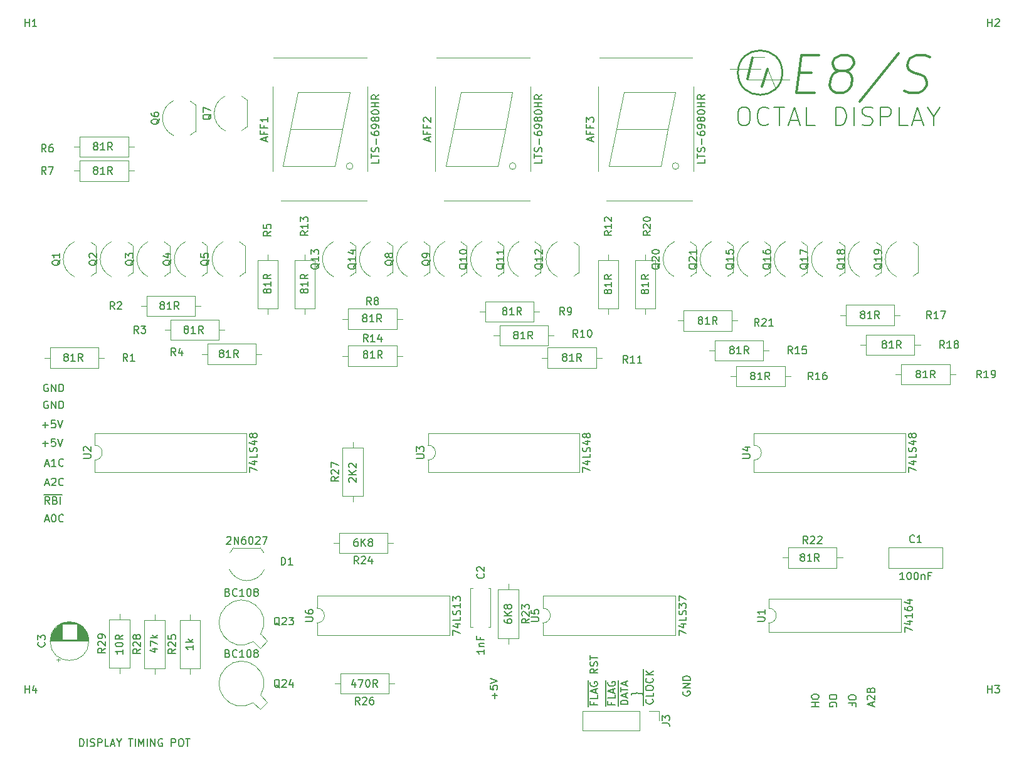
<source format=gbr>
%TF.GenerationSoftware,KiCad,Pcbnew,(6.0.4-0)*%
%TF.CreationDate,2024-05-14T12:27:25+10:00*%
%TF.ProjectId,Octal display,4f637461-6c20-4646-9973-706c61792e6b,rev?*%
%TF.SameCoordinates,Original*%
%TF.FileFunction,Legend,Top*%
%TF.FilePolarity,Positive*%
%FSLAX46Y46*%
G04 Gerber Fmt 4.6, Leading zero omitted, Abs format (unit mm)*
G04 Created by KiCad (PCBNEW (6.0.4-0)) date 2024-05-14 12:27:25*
%MOMM*%
%LPD*%
G01*
G04 APERTURE LIST*
%ADD10C,0.150000*%
%ADD11C,0.300000*%
%ADD12C,0.120000*%
%ADD13C,0.240000*%
G04 APERTURE END LIST*
D10*
X161447619Y-141680952D02*
X161447619Y-141871428D01*
X161400000Y-141966666D01*
X161304761Y-142061904D01*
X161114285Y-142109523D01*
X160780952Y-142109523D01*
X160590476Y-142061904D01*
X160495238Y-141966666D01*
X160447619Y-141871428D01*
X160447619Y-141680952D01*
X160495238Y-141585714D01*
X160590476Y-141490476D01*
X160780952Y-141442857D01*
X161114285Y-141442857D01*
X161304761Y-141490476D01*
X161400000Y-141585714D01*
X161447619Y-141680952D01*
X160447619Y-142538095D02*
X161447619Y-142538095D01*
X160971428Y-142538095D02*
X160971428Y-143109523D01*
X160447619Y-143109523D02*
X161447619Y-143109523D01*
X130270000Y-143100000D02*
X130270000Y-142242857D01*
X131028571Y-142528571D02*
X131028571Y-142861904D01*
X131552380Y-142861904D02*
X130552380Y-142861904D01*
X130552380Y-142385714D01*
X130270000Y-142242857D02*
X130270000Y-141433333D01*
X131552380Y-141528571D02*
X131552380Y-142004761D01*
X130552380Y-142004761D01*
X130270000Y-141433333D02*
X130270000Y-140576190D01*
X131266666Y-141242857D02*
X131266666Y-140766666D01*
X131552380Y-141338095D02*
X130552380Y-141004761D01*
X131552380Y-140671428D01*
X130270000Y-140576190D02*
X130270000Y-139576190D01*
X130600000Y-139814285D02*
X130552380Y-139909523D01*
X130552380Y-140052380D01*
X130600000Y-140195238D01*
X130695238Y-140290476D01*
X130790476Y-140338095D01*
X130980952Y-140385714D01*
X131123809Y-140385714D01*
X131314285Y-140338095D01*
X131409523Y-140290476D01*
X131504761Y-140195238D01*
X131552380Y-140052380D01*
X131552380Y-139957142D01*
X131504761Y-139814285D01*
X131457142Y-139766666D01*
X131123809Y-139766666D01*
X131123809Y-139957142D01*
X131552380Y-138004761D02*
X131076190Y-138338095D01*
X131552380Y-138576190D02*
X130552380Y-138576190D01*
X130552380Y-138195238D01*
X130600000Y-138100000D01*
X130647619Y-138052380D01*
X130742857Y-138004761D01*
X130885714Y-138004761D01*
X130980952Y-138052380D01*
X131028571Y-138100000D01*
X131076190Y-138195238D01*
X131076190Y-138576190D01*
X131504761Y-137623809D02*
X131552380Y-137480952D01*
X131552380Y-137242857D01*
X131504761Y-137147619D01*
X131457142Y-137100000D01*
X131361904Y-137052380D01*
X131266666Y-137052380D01*
X131171428Y-137100000D01*
X131123809Y-137147619D01*
X131076190Y-137242857D01*
X131028571Y-137433333D01*
X130980952Y-137528571D01*
X130933333Y-137576190D01*
X130838095Y-137623809D01*
X130742857Y-137623809D01*
X130647619Y-137576190D01*
X130600000Y-137528571D01*
X130552380Y-137433333D01*
X130552380Y-137195238D01*
X130600000Y-137052380D01*
X130552380Y-136766666D02*
X130552380Y-136195238D01*
X131552380Y-136480952D02*
X130552380Y-136480952D01*
X117671428Y-141985714D02*
X117671428Y-141223809D01*
X118052380Y-141604761D02*
X117290476Y-141604761D01*
X117052380Y-140271428D02*
X117052380Y-140747619D01*
X117528571Y-140795238D01*
X117480952Y-140747619D01*
X117433333Y-140652380D01*
X117433333Y-140414285D01*
X117480952Y-140319047D01*
X117528571Y-140271428D01*
X117623809Y-140223809D01*
X117861904Y-140223809D01*
X117957142Y-140271428D01*
X118004761Y-140319047D01*
X118052380Y-140414285D01*
X118052380Y-140652380D01*
X118004761Y-140747619D01*
X117957142Y-140795238D01*
X117052380Y-139938095D02*
X118052380Y-139604761D01*
X117052380Y-139271428D01*
X56614285Y-107571428D02*
X57376190Y-107571428D01*
X56995238Y-107952380D02*
X56995238Y-107190476D01*
X58328571Y-106952380D02*
X57852380Y-106952380D01*
X57804761Y-107428571D01*
X57852380Y-107380952D01*
X57947619Y-107333333D01*
X58185714Y-107333333D01*
X58280952Y-107380952D01*
X58328571Y-107428571D01*
X58376190Y-107523809D01*
X58376190Y-107761904D01*
X58328571Y-107857142D01*
X58280952Y-107904761D01*
X58185714Y-107952380D01*
X57947619Y-107952380D01*
X57852380Y-107904761D01*
X57804761Y-107857142D01*
X58661904Y-106952380D02*
X58995238Y-107952380D01*
X59328571Y-106952380D01*
X163847619Y-141704761D02*
X163847619Y-141895238D01*
X163800000Y-141990476D01*
X163704761Y-142085714D01*
X163514285Y-142133333D01*
X163180952Y-142133333D01*
X162990476Y-142085714D01*
X162895238Y-141990476D01*
X162847619Y-141895238D01*
X162847619Y-141704761D01*
X162895238Y-141609523D01*
X162990476Y-141514285D01*
X163180952Y-141466666D01*
X163514285Y-141466666D01*
X163704761Y-141514285D01*
X163800000Y-141609523D01*
X163847619Y-141704761D01*
X163800000Y-143085714D02*
X163847619Y-142990476D01*
X163847619Y-142847619D01*
X163800000Y-142704761D01*
X163704761Y-142609523D01*
X163609523Y-142561904D01*
X163419047Y-142514285D01*
X163276190Y-142514285D01*
X163085714Y-142561904D01*
X162990476Y-142609523D01*
X162895238Y-142704761D01*
X162847619Y-142847619D01*
X162847619Y-142942857D01*
X162895238Y-143085714D01*
X162942857Y-143133333D01*
X163276190Y-143133333D01*
X163276190Y-142942857D01*
X168666666Y-143014285D02*
X168666666Y-142538095D01*
X168952380Y-143109523D02*
X167952380Y-142776190D01*
X168952380Y-142442857D01*
X168047619Y-142157142D02*
X168000000Y-142109523D01*
X167952380Y-142014285D01*
X167952380Y-141776190D01*
X168000000Y-141680952D01*
X168047619Y-141633333D01*
X168142857Y-141585714D01*
X168238095Y-141585714D01*
X168380952Y-141633333D01*
X168952380Y-142204761D01*
X168952380Y-141585714D01*
X168428571Y-140823809D02*
X168476190Y-140680952D01*
X168523809Y-140633333D01*
X168619047Y-140585714D01*
X168761904Y-140585714D01*
X168857142Y-140633333D01*
X168904761Y-140680952D01*
X168952380Y-140776190D01*
X168952380Y-141157142D01*
X167952380Y-141157142D01*
X167952380Y-140823809D01*
X168000000Y-140728571D01*
X168047619Y-140680952D01*
X168142857Y-140633333D01*
X168238095Y-140633333D01*
X168333333Y-140680952D01*
X168380952Y-140728571D01*
X168428571Y-140823809D01*
X168428571Y-141157142D01*
X61642857Y-148452380D02*
X61642857Y-147452380D01*
X61880952Y-147452380D01*
X62023809Y-147500000D01*
X62119047Y-147595238D01*
X62166666Y-147690476D01*
X62214285Y-147880952D01*
X62214285Y-148023809D01*
X62166666Y-148214285D01*
X62119047Y-148309523D01*
X62023809Y-148404761D01*
X61880952Y-148452380D01*
X61642857Y-148452380D01*
X62642857Y-148452380D02*
X62642857Y-147452380D01*
X63071428Y-148404761D02*
X63214285Y-148452380D01*
X63452380Y-148452380D01*
X63547619Y-148404761D01*
X63595238Y-148357142D01*
X63642857Y-148261904D01*
X63642857Y-148166666D01*
X63595238Y-148071428D01*
X63547619Y-148023809D01*
X63452380Y-147976190D01*
X63261904Y-147928571D01*
X63166666Y-147880952D01*
X63119047Y-147833333D01*
X63071428Y-147738095D01*
X63071428Y-147642857D01*
X63119047Y-147547619D01*
X63166666Y-147500000D01*
X63261904Y-147452380D01*
X63500000Y-147452380D01*
X63642857Y-147500000D01*
X64071428Y-148452380D02*
X64071428Y-147452380D01*
X64452380Y-147452380D01*
X64547619Y-147500000D01*
X64595238Y-147547619D01*
X64642857Y-147642857D01*
X64642857Y-147785714D01*
X64595238Y-147880952D01*
X64547619Y-147928571D01*
X64452380Y-147976190D01*
X64071428Y-147976190D01*
X65547619Y-148452380D02*
X65071428Y-148452380D01*
X65071428Y-147452380D01*
X65833333Y-148166666D02*
X66309523Y-148166666D01*
X65738095Y-148452380D02*
X66071428Y-147452380D01*
X66404761Y-148452380D01*
X66928571Y-147976190D02*
X66928571Y-148452380D01*
X66595238Y-147452380D02*
X66928571Y-147976190D01*
X67261904Y-147452380D01*
X68214285Y-147452380D02*
X68785714Y-147452380D01*
X68500000Y-148452380D02*
X68500000Y-147452380D01*
X69119047Y-148452380D02*
X69119047Y-147452380D01*
X69595238Y-148452380D02*
X69595238Y-147452380D01*
X69928571Y-148166666D01*
X70261904Y-147452380D01*
X70261904Y-148452380D01*
X70738095Y-148452380D02*
X70738095Y-147452380D01*
X71214285Y-148452380D02*
X71214285Y-147452380D01*
X71785714Y-148452380D01*
X71785714Y-147452380D01*
X72785714Y-147500000D02*
X72690476Y-147452380D01*
X72547619Y-147452380D01*
X72404761Y-147500000D01*
X72309523Y-147595238D01*
X72261904Y-147690476D01*
X72214285Y-147880952D01*
X72214285Y-148023809D01*
X72261904Y-148214285D01*
X72309523Y-148309523D01*
X72404761Y-148404761D01*
X72547619Y-148452380D01*
X72642857Y-148452380D01*
X72785714Y-148404761D01*
X72833333Y-148357142D01*
X72833333Y-148023809D01*
X72642857Y-148023809D01*
X74023809Y-148452380D02*
X74023809Y-147452380D01*
X74404761Y-147452380D01*
X74500000Y-147500000D01*
X74547619Y-147547619D01*
X74595238Y-147642857D01*
X74595238Y-147785714D01*
X74547619Y-147880952D01*
X74500000Y-147928571D01*
X74404761Y-147976190D01*
X74023809Y-147976190D01*
X75214285Y-147452380D02*
X75404761Y-147452380D01*
X75500000Y-147500000D01*
X75595238Y-147595238D01*
X75642857Y-147785714D01*
X75642857Y-148119047D01*
X75595238Y-148309523D01*
X75500000Y-148404761D01*
X75404761Y-148452380D01*
X75214285Y-148452380D01*
X75119047Y-148404761D01*
X75023809Y-148309523D01*
X74976190Y-148119047D01*
X74976190Y-147785714D01*
X75023809Y-147595238D01*
X75119047Y-147500000D01*
X75214285Y-147452380D01*
X75928571Y-147452380D02*
X76500000Y-147452380D01*
X76214285Y-148452380D02*
X76214285Y-147452380D01*
X56614285Y-105071428D02*
X57376190Y-105071428D01*
X56995238Y-105452380D02*
X56995238Y-104690476D01*
X58328571Y-104452380D02*
X57852380Y-104452380D01*
X57804761Y-104928571D01*
X57852380Y-104880952D01*
X57947619Y-104833333D01*
X58185714Y-104833333D01*
X58280952Y-104880952D01*
X58328571Y-104928571D01*
X58376190Y-105023809D01*
X58376190Y-105261904D01*
X58328571Y-105357142D01*
X58280952Y-105404761D01*
X58185714Y-105452380D01*
X57947619Y-105452380D01*
X57852380Y-105404761D01*
X57804761Y-105357142D01*
X58661904Y-104452380D02*
X58995238Y-105452380D01*
X59328571Y-104452380D01*
X143100000Y-141061904D02*
X143052380Y-141157142D01*
X143052380Y-141300000D01*
X143100000Y-141442857D01*
X143195238Y-141538095D01*
X143290476Y-141585714D01*
X143480952Y-141633333D01*
X143623809Y-141633333D01*
X143814285Y-141585714D01*
X143909523Y-141538095D01*
X144004761Y-141442857D01*
X144052380Y-141300000D01*
X144052380Y-141204761D01*
X144004761Y-141061904D01*
X143957142Y-141014285D01*
X143623809Y-141014285D01*
X143623809Y-141204761D01*
X144052380Y-140585714D02*
X143052380Y-140585714D01*
X144052380Y-140014285D01*
X143052380Y-140014285D01*
X144052380Y-139538095D02*
X143052380Y-139538095D01*
X143052380Y-139300000D01*
X143100000Y-139157142D01*
X143195238Y-139061904D01*
X143290476Y-139014285D01*
X143480952Y-138966666D01*
X143623809Y-138966666D01*
X143814285Y-139014285D01*
X143909523Y-139061904D01*
X144004761Y-139157142D01*
X144052380Y-139300000D01*
X144052380Y-139538095D01*
X56761904Y-114470000D02*
X57761904Y-114470000D01*
X57571428Y-115752380D02*
X57238095Y-115276190D01*
X57000000Y-115752380D02*
X57000000Y-114752380D01*
X57380952Y-114752380D01*
X57476190Y-114800000D01*
X57523809Y-114847619D01*
X57571428Y-114942857D01*
X57571428Y-115085714D01*
X57523809Y-115180952D01*
X57476190Y-115228571D01*
X57380952Y-115276190D01*
X57000000Y-115276190D01*
X57761904Y-114470000D02*
X58761904Y-114470000D01*
X58333333Y-115228571D02*
X58476190Y-115276190D01*
X58523809Y-115323809D01*
X58571428Y-115419047D01*
X58571428Y-115561904D01*
X58523809Y-115657142D01*
X58476190Y-115704761D01*
X58380952Y-115752380D01*
X58000000Y-115752380D01*
X58000000Y-114752380D01*
X58333333Y-114752380D01*
X58428571Y-114800000D01*
X58476190Y-114847619D01*
X58523809Y-114942857D01*
X58523809Y-115038095D01*
X58476190Y-115133333D01*
X58428571Y-115180952D01*
X58333333Y-115228571D01*
X58000000Y-115228571D01*
X58761904Y-114470000D02*
X59238095Y-114470000D01*
X59000000Y-115752380D02*
X59000000Y-114752380D01*
D11*
X158764063Y-57537142D02*
X160457396Y-57537142D01*
X160850491Y-60198095D02*
X158431444Y-60198095D01*
X159066444Y-55118095D01*
X161485491Y-55118095D01*
X164116205Y-57295238D02*
X163662634Y-57053333D01*
X163450967Y-56811428D01*
X163269539Y-56327619D01*
X163299777Y-56085714D01*
X163602158Y-55601904D01*
X163874301Y-55360000D01*
X164388348Y-55118095D01*
X165355967Y-55118095D01*
X165809539Y-55360000D01*
X166021205Y-55601904D01*
X166202634Y-56085714D01*
X166172396Y-56327619D01*
X165870015Y-56811428D01*
X165597872Y-57053333D01*
X165083825Y-57295238D01*
X164116205Y-57295238D01*
X163602158Y-57537142D01*
X163330015Y-57779047D01*
X163027634Y-58262857D01*
X162906682Y-59230476D01*
X163088110Y-59714285D01*
X163299777Y-59956190D01*
X163753348Y-60198095D01*
X164720967Y-60198095D01*
X165235015Y-59956190D01*
X165507158Y-59714285D01*
X165809539Y-59230476D01*
X165930491Y-58262857D01*
X165749063Y-57779047D01*
X165537396Y-57537142D01*
X165083825Y-57295238D01*
X172159539Y-54876190D02*
X166988825Y-61407619D01*
X172975967Y-59956190D02*
X173671444Y-60198095D01*
X174880967Y-60198095D01*
X175395015Y-59956190D01*
X175667158Y-59714285D01*
X175969539Y-59230476D01*
X176030015Y-58746666D01*
X175848586Y-58262857D01*
X175636920Y-58020952D01*
X175183348Y-57779047D01*
X174245967Y-57537142D01*
X173792396Y-57295238D01*
X173580729Y-57053333D01*
X173399301Y-56569523D01*
X173459777Y-56085714D01*
X173762158Y-55601904D01*
X174034301Y-55360000D01*
X174548348Y-55118095D01*
X175757872Y-55118095D01*
X176453348Y-55360000D01*
D10*
X132670000Y-143061904D02*
X132670000Y-142204761D01*
X133428571Y-142490476D02*
X133428571Y-142823809D01*
X133952380Y-142823809D02*
X132952380Y-142823809D01*
X132952380Y-142347619D01*
X132670000Y-142204761D02*
X132670000Y-141395238D01*
X133952380Y-141490476D02*
X133952380Y-141966666D01*
X132952380Y-141966666D01*
X132670000Y-141395238D02*
X132670000Y-140538095D01*
X133666666Y-141204761D02*
X133666666Y-140728571D01*
X133952380Y-141300000D02*
X132952380Y-140966666D01*
X133952380Y-140633333D01*
X132670000Y-140538095D02*
X132670000Y-139538095D01*
X133000000Y-139776190D02*
X132952380Y-139871428D01*
X132952380Y-140014285D01*
X133000000Y-140157142D01*
X133095238Y-140252380D01*
X133190476Y-140300000D01*
X133380952Y-140347619D01*
X133523809Y-140347619D01*
X133714285Y-140300000D01*
X133809523Y-140252380D01*
X133904761Y-140157142D01*
X133952380Y-140014285D01*
X133952380Y-139919047D01*
X133904761Y-139776190D01*
X133857142Y-139728571D01*
X133523809Y-139728571D01*
X133523809Y-139919047D01*
X56985714Y-112966666D02*
X57461904Y-112966666D01*
X56890476Y-113252380D02*
X57223809Y-112252380D01*
X57557142Y-113252380D01*
X57842857Y-112347619D02*
X57890476Y-112300000D01*
X57985714Y-112252380D01*
X58223809Y-112252380D01*
X58319047Y-112300000D01*
X58366666Y-112347619D01*
X58414285Y-112442857D01*
X58414285Y-112538095D01*
X58366666Y-112680952D01*
X57795238Y-113252380D01*
X58414285Y-113252380D01*
X59414285Y-113157142D02*
X59366666Y-113204761D01*
X59223809Y-113252380D01*
X59128571Y-113252380D01*
X58985714Y-113204761D01*
X58890476Y-113109523D01*
X58842857Y-113014285D01*
X58795238Y-112823809D01*
X58795238Y-112680952D01*
X58842857Y-112490476D01*
X58890476Y-112395238D01*
X58985714Y-112300000D01*
X59128571Y-112252380D01*
X59223809Y-112252380D01*
X59366666Y-112300000D01*
X59414285Y-112347619D01*
X166447619Y-141776190D02*
X166447619Y-141966666D01*
X166400000Y-142061904D01*
X166304761Y-142157142D01*
X166114285Y-142204761D01*
X165780952Y-142204761D01*
X165590476Y-142157142D01*
X165495238Y-142061904D01*
X165447619Y-141966666D01*
X165447619Y-141776190D01*
X165495238Y-141680952D01*
X165590476Y-141585714D01*
X165780952Y-141538095D01*
X166114285Y-141538095D01*
X166304761Y-141585714D01*
X166400000Y-141680952D01*
X166447619Y-141776190D01*
X165971428Y-142966666D02*
X165971428Y-142633333D01*
X165447619Y-142633333D02*
X166447619Y-142633333D01*
X166447619Y-143109523D01*
X57338095Y-101900000D02*
X57242857Y-101852380D01*
X57100000Y-101852380D01*
X56957142Y-101900000D01*
X56861904Y-101995238D01*
X56814285Y-102090476D01*
X56766666Y-102280952D01*
X56766666Y-102423809D01*
X56814285Y-102614285D01*
X56861904Y-102709523D01*
X56957142Y-102804761D01*
X57100000Y-102852380D01*
X57195238Y-102852380D01*
X57338095Y-102804761D01*
X57385714Y-102757142D01*
X57385714Y-102423809D01*
X57195238Y-102423809D01*
X57814285Y-102852380D02*
X57814285Y-101852380D01*
X58385714Y-102852380D01*
X58385714Y-101852380D01*
X58861904Y-102852380D02*
X58861904Y-101852380D01*
X59100000Y-101852380D01*
X59242857Y-101900000D01*
X59338095Y-101995238D01*
X59385714Y-102090476D01*
X59433333Y-102280952D01*
X59433333Y-102423809D01*
X59385714Y-102614285D01*
X59338095Y-102709523D01*
X59242857Y-102804761D01*
X59100000Y-102852380D01*
X58861904Y-102852380D01*
X56985714Y-110366666D02*
X57461904Y-110366666D01*
X56890476Y-110652380D02*
X57223809Y-109652380D01*
X57557142Y-110652380D01*
X58414285Y-110652380D02*
X57842857Y-110652380D01*
X58128571Y-110652380D02*
X58128571Y-109652380D01*
X58033333Y-109795238D01*
X57938095Y-109890476D01*
X57842857Y-109938095D01*
X59414285Y-110557142D02*
X59366666Y-110604761D01*
X59223809Y-110652380D01*
X59128571Y-110652380D01*
X58985714Y-110604761D01*
X58890476Y-110509523D01*
X58842857Y-110414285D01*
X58795238Y-110223809D01*
X58795238Y-110080952D01*
X58842857Y-109890476D01*
X58890476Y-109795238D01*
X58985714Y-109700000D01*
X59128571Y-109652380D01*
X59223809Y-109652380D01*
X59366666Y-109700000D01*
X59414285Y-109747619D01*
X137770000Y-142928571D02*
X137770000Y-141928571D01*
X138957142Y-142119047D02*
X139004761Y-142166666D01*
X139052380Y-142309523D01*
X139052380Y-142404761D01*
X139004761Y-142547619D01*
X138909523Y-142642857D01*
X138814285Y-142690476D01*
X138623809Y-142738095D01*
X138480952Y-142738095D01*
X138290476Y-142690476D01*
X138195238Y-142642857D01*
X138100000Y-142547619D01*
X138052380Y-142404761D01*
X138052380Y-142309523D01*
X138100000Y-142166666D01*
X138147619Y-142119047D01*
X137770000Y-141928571D02*
X137770000Y-141119047D01*
X139052380Y-141214285D02*
X139052380Y-141690476D01*
X138052380Y-141690476D01*
X137770000Y-141119047D02*
X137770000Y-140071428D01*
X138052380Y-140690476D02*
X138052380Y-140500000D01*
X138100000Y-140404761D01*
X138195238Y-140309523D01*
X138385714Y-140261904D01*
X138719047Y-140261904D01*
X138909523Y-140309523D01*
X139004761Y-140404761D01*
X139052380Y-140500000D01*
X139052380Y-140690476D01*
X139004761Y-140785714D01*
X138909523Y-140880952D01*
X138719047Y-140928571D01*
X138385714Y-140928571D01*
X138195238Y-140880952D01*
X138100000Y-140785714D01*
X138052380Y-140690476D01*
X137770000Y-140071428D02*
X137770000Y-139071428D01*
X138957142Y-139261904D02*
X139004761Y-139309523D01*
X139052380Y-139452380D01*
X139052380Y-139547619D01*
X139004761Y-139690476D01*
X138909523Y-139785714D01*
X138814285Y-139833333D01*
X138623809Y-139880952D01*
X138480952Y-139880952D01*
X138290476Y-139833333D01*
X138195238Y-139785714D01*
X138100000Y-139690476D01*
X138052380Y-139547619D01*
X138052380Y-139452380D01*
X138100000Y-139309523D01*
X138147619Y-139261904D01*
X137770000Y-139071428D02*
X137770000Y-138071428D01*
X139052380Y-138833333D02*
X138052380Y-138833333D01*
X139052380Y-138261904D02*
X138480952Y-138690476D01*
X138052380Y-138261904D02*
X138623809Y-138833333D01*
X134365000Y-143038095D02*
X134365000Y-142038095D01*
X135647380Y-142800000D02*
X134647380Y-142800000D01*
X134647380Y-142561904D01*
X134695000Y-142419047D01*
X134790238Y-142323809D01*
X134885476Y-142276190D01*
X135075952Y-142228571D01*
X135218809Y-142228571D01*
X135409285Y-142276190D01*
X135504523Y-142323809D01*
X135599761Y-142419047D01*
X135647380Y-142561904D01*
X135647380Y-142800000D01*
X134365000Y-142038095D02*
X134365000Y-141180952D01*
X135361666Y-141847619D02*
X135361666Y-141371428D01*
X135647380Y-141942857D02*
X134647380Y-141609523D01*
X135647380Y-141276190D01*
X134365000Y-141180952D02*
X134365000Y-140419047D01*
X134647380Y-141085714D02*
X134647380Y-140514285D01*
X135647380Y-140800000D02*
X134647380Y-140800000D01*
X134365000Y-140419047D02*
X134365000Y-139561904D01*
X135361666Y-140228571D02*
X135361666Y-139752380D01*
X135647380Y-140323809D02*
X134647380Y-139990476D01*
X135647380Y-139657142D01*
X137638333Y-141490476D02*
X137638333Y-141442857D01*
X137590714Y-141347619D01*
X137495476Y-141300000D01*
X137019285Y-141300000D01*
X136924047Y-141252380D01*
X136876428Y-141157142D01*
X136828809Y-141252380D01*
X136733571Y-141300000D01*
X136257380Y-141300000D01*
X136162142Y-141347619D01*
X136114523Y-141442857D01*
X136114523Y-141490476D01*
X57338095Y-99600000D02*
X57242857Y-99552380D01*
X57100000Y-99552380D01*
X56957142Y-99600000D01*
X56861904Y-99695238D01*
X56814285Y-99790476D01*
X56766666Y-99980952D01*
X56766666Y-100123809D01*
X56814285Y-100314285D01*
X56861904Y-100409523D01*
X56957142Y-100504761D01*
X57100000Y-100552380D01*
X57195238Y-100552380D01*
X57338095Y-100504761D01*
X57385714Y-100457142D01*
X57385714Y-100123809D01*
X57195238Y-100123809D01*
X57814285Y-100552380D02*
X57814285Y-99552380D01*
X58385714Y-100552380D01*
X58385714Y-99552380D01*
X58861904Y-100552380D02*
X58861904Y-99552380D01*
X59100000Y-99552380D01*
X59242857Y-99600000D01*
X59338095Y-99695238D01*
X59385714Y-99790476D01*
X59433333Y-99980952D01*
X59433333Y-100123809D01*
X59385714Y-100314285D01*
X59338095Y-100409523D01*
X59242857Y-100504761D01*
X59100000Y-100552380D01*
X58861904Y-100552380D01*
X151083333Y-62130952D02*
X151559523Y-62130952D01*
X151797619Y-62250000D01*
X152035714Y-62488095D01*
X152154761Y-62964285D01*
X152154761Y-63797619D01*
X152035714Y-64273809D01*
X151797619Y-64511904D01*
X151559523Y-64630952D01*
X151083333Y-64630952D01*
X150845238Y-64511904D01*
X150607142Y-64273809D01*
X150488095Y-63797619D01*
X150488095Y-62964285D01*
X150607142Y-62488095D01*
X150845238Y-62250000D01*
X151083333Y-62130952D01*
X154654761Y-64392857D02*
X154535714Y-64511904D01*
X154178571Y-64630952D01*
X153940476Y-64630952D01*
X153583333Y-64511904D01*
X153345238Y-64273809D01*
X153226190Y-64035714D01*
X153107142Y-63559523D01*
X153107142Y-63202380D01*
X153226190Y-62726190D01*
X153345238Y-62488095D01*
X153583333Y-62250000D01*
X153940476Y-62130952D01*
X154178571Y-62130952D01*
X154535714Y-62250000D01*
X154654761Y-62369047D01*
X155369047Y-62130952D02*
X156797619Y-62130952D01*
X156083333Y-64630952D02*
X156083333Y-62130952D01*
X157511904Y-63916666D02*
X158702380Y-63916666D01*
X157273809Y-64630952D02*
X158107142Y-62130952D01*
X158940476Y-64630952D01*
X160964285Y-64630952D02*
X159773809Y-64630952D01*
X159773809Y-62130952D01*
X163702380Y-64630952D02*
X163702380Y-62130952D01*
X164297619Y-62130952D01*
X164654761Y-62250000D01*
X164892857Y-62488095D01*
X165011904Y-62726190D01*
X165130952Y-63202380D01*
X165130952Y-63559523D01*
X165011904Y-64035714D01*
X164892857Y-64273809D01*
X164654761Y-64511904D01*
X164297619Y-64630952D01*
X163702380Y-64630952D01*
X166202380Y-64630952D02*
X166202380Y-62130952D01*
X167273809Y-64511904D02*
X167630952Y-64630952D01*
X168226190Y-64630952D01*
X168464285Y-64511904D01*
X168583333Y-64392857D01*
X168702380Y-64154761D01*
X168702380Y-63916666D01*
X168583333Y-63678571D01*
X168464285Y-63559523D01*
X168226190Y-63440476D01*
X167750000Y-63321428D01*
X167511904Y-63202380D01*
X167392857Y-63083333D01*
X167273809Y-62845238D01*
X167273809Y-62607142D01*
X167392857Y-62369047D01*
X167511904Y-62250000D01*
X167750000Y-62130952D01*
X168345238Y-62130952D01*
X168702380Y-62250000D01*
X169773809Y-64630952D02*
X169773809Y-62130952D01*
X170726190Y-62130952D01*
X170964285Y-62250000D01*
X171083333Y-62369047D01*
X171202380Y-62607142D01*
X171202380Y-62964285D01*
X171083333Y-63202380D01*
X170964285Y-63321428D01*
X170726190Y-63440476D01*
X169773809Y-63440476D01*
X173464285Y-64630952D02*
X172273809Y-64630952D01*
X172273809Y-62130952D01*
X174178571Y-63916666D02*
X175369047Y-63916666D01*
X173940476Y-64630952D02*
X174773809Y-62130952D01*
X175607142Y-64630952D01*
X176916666Y-63440476D02*
X176916666Y-64630952D01*
X176083333Y-62130952D02*
X176916666Y-63440476D01*
X177750000Y-62130952D01*
X56985714Y-117866666D02*
X57461904Y-117866666D01*
X56890476Y-118152380D02*
X57223809Y-117152380D01*
X57557142Y-118152380D01*
X58080952Y-117152380D02*
X58176190Y-117152380D01*
X58271428Y-117200000D01*
X58319047Y-117247619D01*
X58366666Y-117342857D01*
X58414285Y-117533333D01*
X58414285Y-117771428D01*
X58366666Y-117961904D01*
X58319047Y-118057142D01*
X58271428Y-118104761D01*
X58176190Y-118152380D01*
X58080952Y-118152380D01*
X57985714Y-118104761D01*
X57938095Y-118057142D01*
X57890476Y-117961904D01*
X57842857Y-117771428D01*
X57842857Y-117533333D01*
X57890476Y-117342857D01*
X57938095Y-117247619D01*
X57985714Y-117200000D01*
X58080952Y-117152380D01*
X59414285Y-118057142D02*
X59366666Y-118104761D01*
X59223809Y-118152380D01*
X59128571Y-118152380D01*
X58985714Y-118104761D01*
X58890476Y-118009523D01*
X58842857Y-117914285D01*
X58795238Y-117723809D01*
X58795238Y-117580952D01*
X58842857Y-117390476D01*
X58890476Y-117295238D01*
X58985714Y-117200000D01*
X59128571Y-117152380D01*
X59223809Y-117152380D01*
X59366666Y-117200000D01*
X59414285Y-117247619D01*
%TO.C,Q7*%
X79372619Y-63100238D02*
X79325000Y-63195476D01*
X79229761Y-63290714D01*
X79086904Y-63433571D01*
X79039285Y-63528809D01*
X79039285Y-63624047D01*
X79277380Y-63576428D02*
X79229761Y-63671666D01*
X79134523Y-63766904D01*
X78944047Y-63814523D01*
X78610714Y-63814523D01*
X78420238Y-63766904D01*
X78325000Y-63671666D01*
X78277380Y-63576428D01*
X78277380Y-63385952D01*
X78325000Y-63290714D01*
X78420238Y-63195476D01*
X78610714Y-63147857D01*
X78944047Y-63147857D01*
X79134523Y-63195476D01*
X79229761Y-63290714D01*
X79277380Y-63385952D01*
X79277380Y-63576428D01*
X78277380Y-62814523D02*
X78277380Y-62147857D01*
X79277380Y-62576428D01*
%TO.C,Q3*%
X68937619Y-82785238D02*
X68890000Y-82880476D01*
X68794761Y-82975714D01*
X68651904Y-83118571D01*
X68604285Y-83213809D01*
X68604285Y-83309047D01*
X68842380Y-83261428D02*
X68794761Y-83356666D01*
X68699523Y-83451904D01*
X68509047Y-83499523D01*
X68175714Y-83499523D01*
X67985238Y-83451904D01*
X67890000Y-83356666D01*
X67842380Y-83261428D01*
X67842380Y-83070952D01*
X67890000Y-82975714D01*
X67985238Y-82880476D01*
X68175714Y-82832857D01*
X68509047Y-82832857D01*
X68699523Y-82880476D01*
X68794761Y-82975714D01*
X68842380Y-83070952D01*
X68842380Y-83261428D01*
X67842380Y-82499523D02*
X67842380Y-81880476D01*
X68223333Y-82213809D01*
X68223333Y-82070952D01*
X68270952Y-81975714D01*
X68318571Y-81928095D01*
X68413809Y-81880476D01*
X68651904Y-81880476D01*
X68747142Y-81928095D01*
X68794761Y-81975714D01*
X68842380Y-82070952D01*
X68842380Y-82356666D01*
X68794761Y-82451904D01*
X68747142Y-82499523D01*
%TO.C,Q11*%
X118987619Y-83261428D02*
X118940000Y-83356666D01*
X118844761Y-83451904D01*
X118701904Y-83594761D01*
X118654285Y-83690000D01*
X118654285Y-83785238D01*
X118892380Y-83737619D02*
X118844761Y-83832857D01*
X118749523Y-83928095D01*
X118559047Y-83975714D01*
X118225714Y-83975714D01*
X118035238Y-83928095D01*
X117940000Y-83832857D01*
X117892380Y-83737619D01*
X117892380Y-83547142D01*
X117940000Y-83451904D01*
X118035238Y-83356666D01*
X118225714Y-83309047D01*
X118559047Y-83309047D01*
X118749523Y-83356666D01*
X118844761Y-83451904D01*
X118892380Y-83547142D01*
X118892380Y-83737619D01*
X118892380Y-82356666D02*
X118892380Y-82928095D01*
X118892380Y-82642380D02*
X117892380Y-82642380D01*
X118035238Y-82737619D01*
X118130476Y-82832857D01*
X118178095Y-82928095D01*
X118892380Y-81404285D02*
X118892380Y-81975714D01*
X118892380Y-81690000D02*
X117892380Y-81690000D01*
X118035238Y-81785238D01*
X118130476Y-81880476D01*
X118178095Y-81975714D01*
%TO.C,Q10*%
X113987619Y-83261428D02*
X113940000Y-83356666D01*
X113844761Y-83451904D01*
X113701904Y-83594761D01*
X113654285Y-83690000D01*
X113654285Y-83785238D01*
X113892380Y-83737619D02*
X113844761Y-83832857D01*
X113749523Y-83928095D01*
X113559047Y-83975714D01*
X113225714Y-83975714D01*
X113035238Y-83928095D01*
X112940000Y-83832857D01*
X112892380Y-83737619D01*
X112892380Y-83547142D01*
X112940000Y-83451904D01*
X113035238Y-83356666D01*
X113225714Y-83309047D01*
X113559047Y-83309047D01*
X113749523Y-83356666D01*
X113844761Y-83451904D01*
X113892380Y-83547142D01*
X113892380Y-83737619D01*
X113892380Y-82356666D02*
X113892380Y-82928095D01*
X113892380Y-82642380D02*
X112892380Y-82642380D01*
X113035238Y-82737619D01*
X113130476Y-82832857D01*
X113178095Y-82928095D01*
X112892380Y-81737619D02*
X112892380Y-81642380D01*
X112940000Y-81547142D01*
X112987619Y-81499523D01*
X113082857Y-81451904D01*
X113273333Y-81404285D01*
X113511428Y-81404285D01*
X113701904Y-81451904D01*
X113797142Y-81499523D01*
X113844761Y-81547142D01*
X113892380Y-81642380D01*
X113892380Y-81737619D01*
X113844761Y-81832857D01*
X113797142Y-81880476D01*
X113701904Y-81928095D01*
X113511428Y-81975714D01*
X113273333Y-81975714D01*
X113082857Y-81928095D01*
X112987619Y-81880476D01*
X112940000Y-81832857D01*
X112892380Y-81737619D01*
%TO.C,Q21*%
X144987619Y-83261428D02*
X144940000Y-83356666D01*
X144844761Y-83451904D01*
X144701904Y-83594761D01*
X144654285Y-83690000D01*
X144654285Y-83785238D01*
X144892380Y-83737619D02*
X144844761Y-83832857D01*
X144749523Y-83928095D01*
X144559047Y-83975714D01*
X144225714Y-83975714D01*
X144035238Y-83928095D01*
X143940000Y-83832857D01*
X143892380Y-83737619D01*
X143892380Y-83547142D01*
X143940000Y-83451904D01*
X144035238Y-83356666D01*
X144225714Y-83309047D01*
X144559047Y-83309047D01*
X144749523Y-83356666D01*
X144844761Y-83451904D01*
X144892380Y-83547142D01*
X144892380Y-83737619D01*
X143987619Y-82928095D02*
X143940000Y-82880476D01*
X143892380Y-82785238D01*
X143892380Y-82547142D01*
X143940000Y-82451904D01*
X143987619Y-82404285D01*
X144082857Y-82356666D01*
X144178095Y-82356666D01*
X144320952Y-82404285D01*
X144892380Y-82975714D01*
X144892380Y-82356666D01*
X144892380Y-81404285D02*
X144892380Y-81975714D01*
X144892380Y-81690000D02*
X143892380Y-81690000D01*
X144035238Y-81785238D01*
X144130476Y-81880476D01*
X144178095Y-81975714D01*
%TO.C,Q1*%
X58987619Y-82785238D02*
X58940000Y-82880476D01*
X58844761Y-82975714D01*
X58701904Y-83118571D01*
X58654285Y-83213809D01*
X58654285Y-83309047D01*
X58892380Y-83261428D02*
X58844761Y-83356666D01*
X58749523Y-83451904D01*
X58559047Y-83499523D01*
X58225714Y-83499523D01*
X58035238Y-83451904D01*
X57940000Y-83356666D01*
X57892380Y-83261428D01*
X57892380Y-83070952D01*
X57940000Y-82975714D01*
X58035238Y-82880476D01*
X58225714Y-82832857D01*
X58559047Y-82832857D01*
X58749523Y-82880476D01*
X58844761Y-82975714D01*
X58892380Y-83070952D01*
X58892380Y-83261428D01*
X58892380Y-81880476D02*
X58892380Y-82451904D01*
X58892380Y-82166190D02*
X57892380Y-82166190D01*
X58035238Y-82261428D01*
X58130476Y-82356666D01*
X58178095Y-82451904D01*
%TO.C,Q20*%
X139987619Y-83261428D02*
X139940000Y-83356666D01*
X139844761Y-83451904D01*
X139701904Y-83594761D01*
X139654285Y-83690000D01*
X139654285Y-83785238D01*
X139892380Y-83737619D02*
X139844761Y-83832857D01*
X139749523Y-83928095D01*
X139559047Y-83975714D01*
X139225714Y-83975714D01*
X139035238Y-83928095D01*
X138940000Y-83832857D01*
X138892380Y-83737619D01*
X138892380Y-83547142D01*
X138940000Y-83451904D01*
X139035238Y-83356666D01*
X139225714Y-83309047D01*
X139559047Y-83309047D01*
X139749523Y-83356666D01*
X139844761Y-83451904D01*
X139892380Y-83547142D01*
X139892380Y-83737619D01*
X138987619Y-82928095D02*
X138940000Y-82880476D01*
X138892380Y-82785238D01*
X138892380Y-82547142D01*
X138940000Y-82451904D01*
X138987619Y-82404285D01*
X139082857Y-82356666D01*
X139178095Y-82356666D01*
X139320952Y-82404285D01*
X139892380Y-82975714D01*
X139892380Y-82356666D01*
X138892380Y-81737619D02*
X138892380Y-81642380D01*
X138940000Y-81547142D01*
X138987619Y-81499523D01*
X139082857Y-81451904D01*
X139273333Y-81404285D01*
X139511428Y-81404285D01*
X139701904Y-81451904D01*
X139797142Y-81499523D01*
X139844761Y-81547142D01*
X139892380Y-81642380D01*
X139892380Y-81737619D01*
X139844761Y-81832857D01*
X139797142Y-81880476D01*
X139701904Y-81928095D01*
X139511428Y-81975714D01*
X139273333Y-81975714D01*
X139082857Y-81928095D01*
X138987619Y-81880476D01*
X138940000Y-81832857D01*
X138892380Y-81737619D01*
%TO.C,Q18*%
X164987619Y-83261428D02*
X164940000Y-83356666D01*
X164844761Y-83451904D01*
X164701904Y-83594761D01*
X164654285Y-83690000D01*
X164654285Y-83785238D01*
X164892380Y-83737619D02*
X164844761Y-83832857D01*
X164749523Y-83928095D01*
X164559047Y-83975714D01*
X164225714Y-83975714D01*
X164035238Y-83928095D01*
X163940000Y-83832857D01*
X163892380Y-83737619D01*
X163892380Y-83547142D01*
X163940000Y-83451904D01*
X164035238Y-83356666D01*
X164225714Y-83309047D01*
X164559047Y-83309047D01*
X164749523Y-83356666D01*
X164844761Y-83451904D01*
X164892380Y-83547142D01*
X164892380Y-83737619D01*
X164892380Y-82356666D02*
X164892380Y-82928095D01*
X164892380Y-82642380D02*
X163892380Y-82642380D01*
X164035238Y-82737619D01*
X164130476Y-82832857D01*
X164178095Y-82928095D01*
X164320952Y-81785238D02*
X164273333Y-81880476D01*
X164225714Y-81928095D01*
X164130476Y-81975714D01*
X164082857Y-81975714D01*
X163987619Y-81928095D01*
X163940000Y-81880476D01*
X163892380Y-81785238D01*
X163892380Y-81594761D01*
X163940000Y-81499523D01*
X163987619Y-81451904D01*
X164082857Y-81404285D01*
X164130476Y-81404285D01*
X164225714Y-81451904D01*
X164273333Y-81499523D01*
X164320952Y-81594761D01*
X164320952Y-81785238D01*
X164368571Y-81880476D01*
X164416190Y-81928095D01*
X164511428Y-81975714D01*
X164701904Y-81975714D01*
X164797142Y-81928095D01*
X164844761Y-81880476D01*
X164892380Y-81785238D01*
X164892380Y-81594761D01*
X164844761Y-81499523D01*
X164797142Y-81451904D01*
X164701904Y-81404285D01*
X164511428Y-81404285D01*
X164416190Y-81451904D01*
X164368571Y-81499523D01*
X164320952Y-81594761D01*
%TO.C,Q5*%
X79097619Y-82785238D02*
X79050000Y-82880476D01*
X78954761Y-82975714D01*
X78811904Y-83118571D01*
X78764285Y-83213809D01*
X78764285Y-83309047D01*
X79002380Y-83261428D02*
X78954761Y-83356666D01*
X78859523Y-83451904D01*
X78669047Y-83499523D01*
X78335714Y-83499523D01*
X78145238Y-83451904D01*
X78050000Y-83356666D01*
X78002380Y-83261428D01*
X78002380Y-83070952D01*
X78050000Y-82975714D01*
X78145238Y-82880476D01*
X78335714Y-82832857D01*
X78669047Y-82832857D01*
X78859523Y-82880476D01*
X78954761Y-82975714D01*
X79002380Y-83070952D01*
X79002380Y-83261428D01*
X78002380Y-81928095D02*
X78002380Y-82404285D01*
X78478571Y-82451904D01*
X78430952Y-82404285D01*
X78383333Y-82309047D01*
X78383333Y-82070952D01*
X78430952Y-81975714D01*
X78478571Y-81928095D01*
X78573809Y-81880476D01*
X78811904Y-81880476D01*
X78907142Y-81928095D01*
X78954761Y-81975714D01*
X79002380Y-82070952D01*
X79002380Y-82309047D01*
X78954761Y-82404285D01*
X78907142Y-82451904D01*
%TO.C,Q9*%
X108987619Y-82785238D02*
X108940000Y-82880476D01*
X108844761Y-82975714D01*
X108701904Y-83118571D01*
X108654285Y-83213809D01*
X108654285Y-83309047D01*
X108892380Y-83261428D02*
X108844761Y-83356666D01*
X108749523Y-83451904D01*
X108559047Y-83499523D01*
X108225714Y-83499523D01*
X108035238Y-83451904D01*
X107940000Y-83356666D01*
X107892380Y-83261428D01*
X107892380Y-83070952D01*
X107940000Y-82975714D01*
X108035238Y-82880476D01*
X108225714Y-82832857D01*
X108559047Y-82832857D01*
X108749523Y-82880476D01*
X108844761Y-82975714D01*
X108892380Y-83070952D01*
X108892380Y-83261428D01*
X108892380Y-82356666D02*
X108892380Y-82166190D01*
X108844761Y-82070952D01*
X108797142Y-82023333D01*
X108654285Y-81928095D01*
X108463809Y-81880476D01*
X108082857Y-81880476D01*
X107987619Y-81928095D01*
X107940000Y-81975714D01*
X107892380Y-82070952D01*
X107892380Y-82261428D01*
X107940000Y-82356666D01*
X107987619Y-82404285D01*
X108082857Y-82451904D01*
X108320952Y-82451904D01*
X108416190Y-82404285D01*
X108463809Y-82356666D01*
X108511428Y-82261428D01*
X108511428Y-82070952D01*
X108463809Y-81975714D01*
X108416190Y-81928095D01*
X108320952Y-81880476D01*
%TO.C,Q4*%
X73987619Y-82785238D02*
X73940000Y-82880476D01*
X73844761Y-82975714D01*
X73701904Y-83118571D01*
X73654285Y-83213809D01*
X73654285Y-83309047D01*
X73892380Y-83261428D02*
X73844761Y-83356666D01*
X73749523Y-83451904D01*
X73559047Y-83499523D01*
X73225714Y-83499523D01*
X73035238Y-83451904D01*
X72940000Y-83356666D01*
X72892380Y-83261428D01*
X72892380Y-83070952D01*
X72940000Y-82975714D01*
X73035238Y-82880476D01*
X73225714Y-82832857D01*
X73559047Y-82832857D01*
X73749523Y-82880476D01*
X73844761Y-82975714D01*
X73892380Y-83070952D01*
X73892380Y-83261428D01*
X73225714Y-81975714D02*
X73892380Y-81975714D01*
X72844761Y-82213809D02*
X73559047Y-82451904D01*
X73559047Y-81832857D01*
%TO.C,Q6*%
X72387619Y-63735238D02*
X72340000Y-63830476D01*
X72244761Y-63925714D01*
X72101904Y-64068571D01*
X72054285Y-64163809D01*
X72054285Y-64259047D01*
X72292380Y-64211428D02*
X72244761Y-64306666D01*
X72149523Y-64401904D01*
X71959047Y-64449523D01*
X71625714Y-64449523D01*
X71435238Y-64401904D01*
X71340000Y-64306666D01*
X71292380Y-64211428D01*
X71292380Y-64020952D01*
X71340000Y-63925714D01*
X71435238Y-63830476D01*
X71625714Y-63782857D01*
X71959047Y-63782857D01*
X72149523Y-63830476D01*
X72244761Y-63925714D01*
X72292380Y-64020952D01*
X72292380Y-64211428D01*
X71292380Y-62925714D02*
X71292380Y-63116190D01*
X71340000Y-63211428D01*
X71387619Y-63259047D01*
X71530476Y-63354285D01*
X71720952Y-63401904D01*
X72101904Y-63401904D01*
X72197142Y-63354285D01*
X72244761Y-63306666D01*
X72292380Y-63211428D01*
X72292380Y-63020952D01*
X72244761Y-62925714D01*
X72197142Y-62878095D01*
X72101904Y-62830476D01*
X71863809Y-62830476D01*
X71768571Y-62878095D01*
X71720952Y-62925714D01*
X71673333Y-63020952D01*
X71673333Y-63211428D01*
X71720952Y-63306666D01*
X71768571Y-63354285D01*
X71863809Y-63401904D01*
%TO.C,Q12*%
X124182619Y-83261428D02*
X124135000Y-83356666D01*
X124039761Y-83451904D01*
X123896904Y-83594761D01*
X123849285Y-83690000D01*
X123849285Y-83785238D01*
X124087380Y-83737619D02*
X124039761Y-83832857D01*
X123944523Y-83928095D01*
X123754047Y-83975714D01*
X123420714Y-83975714D01*
X123230238Y-83928095D01*
X123135000Y-83832857D01*
X123087380Y-83737619D01*
X123087380Y-83547142D01*
X123135000Y-83451904D01*
X123230238Y-83356666D01*
X123420714Y-83309047D01*
X123754047Y-83309047D01*
X123944523Y-83356666D01*
X124039761Y-83451904D01*
X124087380Y-83547142D01*
X124087380Y-83737619D01*
X124087380Y-82356666D02*
X124087380Y-82928095D01*
X124087380Y-82642380D02*
X123087380Y-82642380D01*
X123230238Y-82737619D01*
X123325476Y-82832857D01*
X123373095Y-82928095D01*
X123182619Y-81975714D02*
X123135000Y-81928095D01*
X123087380Y-81832857D01*
X123087380Y-81594761D01*
X123135000Y-81499523D01*
X123182619Y-81451904D01*
X123277857Y-81404285D01*
X123373095Y-81404285D01*
X123515952Y-81451904D01*
X124087380Y-82023333D01*
X124087380Y-81404285D01*
%TO.C,Q14*%
X98987619Y-83261428D02*
X98940000Y-83356666D01*
X98844761Y-83451904D01*
X98701904Y-83594761D01*
X98654285Y-83690000D01*
X98654285Y-83785238D01*
X98892380Y-83737619D02*
X98844761Y-83832857D01*
X98749523Y-83928095D01*
X98559047Y-83975714D01*
X98225714Y-83975714D01*
X98035238Y-83928095D01*
X97940000Y-83832857D01*
X97892380Y-83737619D01*
X97892380Y-83547142D01*
X97940000Y-83451904D01*
X98035238Y-83356666D01*
X98225714Y-83309047D01*
X98559047Y-83309047D01*
X98749523Y-83356666D01*
X98844761Y-83451904D01*
X98892380Y-83547142D01*
X98892380Y-83737619D01*
X98892380Y-82356666D02*
X98892380Y-82928095D01*
X98892380Y-82642380D02*
X97892380Y-82642380D01*
X98035238Y-82737619D01*
X98130476Y-82832857D01*
X98178095Y-82928095D01*
X98225714Y-81499523D02*
X98892380Y-81499523D01*
X97844761Y-81737619D02*
X98559047Y-81975714D01*
X98559047Y-81356666D01*
%TO.C,Q13*%
X93987619Y-83261428D02*
X93940000Y-83356666D01*
X93844761Y-83451904D01*
X93701904Y-83594761D01*
X93654285Y-83690000D01*
X93654285Y-83785238D01*
X93892380Y-83737619D02*
X93844761Y-83832857D01*
X93749523Y-83928095D01*
X93559047Y-83975714D01*
X93225714Y-83975714D01*
X93035238Y-83928095D01*
X92940000Y-83832857D01*
X92892380Y-83737619D01*
X92892380Y-83547142D01*
X92940000Y-83451904D01*
X93035238Y-83356666D01*
X93225714Y-83309047D01*
X93559047Y-83309047D01*
X93749523Y-83356666D01*
X93844761Y-83451904D01*
X93892380Y-83547142D01*
X93892380Y-83737619D01*
X93892380Y-82356666D02*
X93892380Y-82928095D01*
X93892380Y-82642380D02*
X92892380Y-82642380D01*
X93035238Y-82737619D01*
X93130476Y-82832857D01*
X93178095Y-82928095D01*
X92892380Y-82023333D02*
X92892380Y-81404285D01*
X93273333Y-81737619D01*
X93273333Y-81594761D01*
X93320952Y-81499523D01*
X93368571Y-81451904D01*
X93463809Y-81404285D01*
X93701904Y-81404285D01*
X93797142Y-81451904D01*
X93844761Y-81499523D01*
X93892380Y-81594761D01*
X93892380Y-81880476D01*
X93844761Y-81975714D01*
X93797142Y-82023333D01*
%TO.C,Q8*%
X103987619Y-82785238D02*
X103940000Y-82880476D01*
X103844761Y-82975714D01*
X103701904Y-83118571D01*
X103654285Y-83213809D01*
X103654285Y-83309047D01*
X103892380Y-83261428D02*
X103844761Y-83356666D01*
X103749523Y-83451904D01*
X103559047Y-83499523D01*
X103225714Y-83499523D01*
X103035238Y-83451904D01*
X102940000Y-83356666D01*
X102892380Y-83261428D01*
X102892380Y-83070952D01*
X102940000Y-82975714D01*
X103035238Y-82880476D01*
X103225714Y-82832857D01*
X103559047Y-82832857D01*
X103749523Y-82880476D01*
X103844761Y-82975714D01*
X103892380Y-83070952D01*
X103892380Y-83261428D01*
X103320952Y-82261428D02*
X103273333Y-82356666D01*
X103225714Y-82404285D01*
X103130476Y-82451904D01*
X103082857Y-82451904D01*
X102987619Y-82404285D01*
X102940000Y-82356666D01*
X102892380Y-82261428D01*
X102892380Y-82070952D01*
X102940000Y-81975714D01*
X102987619Y-81928095D01*
X103082857Y-81880476D01*
X103130476Y-81880476D01*
X103225714Y-81928095D01*
X103273333Y-81975714D01*
X103320952Y-82070952D01*
X103320952Y-82261428D01*
X103368571Y-82356666D01*
X103416190Y-82404285D01*
X103511428Y-82451904D01*
X103701904Y-82451904D01*
X103797142Y-82404285D01*
X103844761Y-82356666D01*
X103892380Y-82261428D01*
X103892380Y-82070952D01*
X103844761Y-81975714D01*
X103797142Y-81928095D01*
X103701904Y-81880476D01*
X103511428Y-81880476D01*
X103416190Y-81928095D01*
X103368571Y-81975714D01*
X103320952Y-82070952D01*
%TO.C,Q17*%
X160017619Y-83261428D02*
X159970000Y-83356666D01*
X159874761Y-83451904D01*
X159731904Y-83594761D01*
X159684285Y-83690000D01*
X159684285Y-83785238D01*
X159922380Y-83737619D02*
X159874761Y-83832857D01*
X159779523Y-83928095D01*
X159589047Y-83975714D01*
X159255714Y-83975714D01*
X159065238Y-83928095D01*
X158970000Y-83832857D01*
X158922380Y-83737619D01*
X158922380Y-83547142D01*
X158970000Y-83451904D01*
X159065238Y-83356666D01*
X159255714Y-83309047D01*
X159589047Y-83309047D01*
X159779523Y-83356666D01*
X159874761Y-83451904D01*
X159922380Y-83547142D01*
X159922380Y-83737619D01*
X159922380Y-82356666D02*
X159922380Y-82928095D01*
X159922380Y-82642380D02*
X158922380Y-82642380D01*
X159065238Y-82737619D01*
X159160476Y-82832857D01*
X159208095Y-82928095D01*
X158922380Y-82023333D02*
X158922380Y-81356666D01*
X159922380Y-81785238D01*
%TO.C,Q16*%
X154987619Y-83261428D02*
X154940000Y-83356666D01*
X154844761Y-83451904D01*
X154701904Y-83594761D01*
X154654285Y-83690000D01*
X154654285Y-83785238D01*
X154892380Y-83737619D02*
X154844761Y-83832857D01*
X154749523Y-83928095D01*
X154559047Y-83975714D01*
X154225714Y-83975714D01*
X154035238Y-83928095D01*
X153940000Y-83832857D01*
X153892380Y-83737619D01*
X153892380Y-83547142D01*
X153940000Y-83451904D01*
X154035238Y-83356666D01*
X154225714Y-83309047D01*
X154559047Y-83309047D01*
X154749523Y-83356666D01*
X154844761Y-83451904D01*
X154892380Y-83547142D01*
X154892380Y-83737619D01*
X154892380Y-82356666D02*
X154892380Y-82928095D01*
X154892380Y-82642380D02*
X153892380Y-82642380D01*
X154035238Y-82737619D01*
X154130476Y-82832857D01*
X154178095Y-82928095D01*
X153892380Y-81499523D02*
X153892380Y-81690000D01*
X153940000Y-81785238D01*
X153987619Y-81832857D01*
X154130476Y-81928095D01*
X154320952Y-81975714D01*
X154701904Y-81975714D01*
X154797142Y-81928095D01*
X154844761Y-81880476D01*
X154892380Y-81785238D01*
X154892380Y-81594761D01*
X154844761Y-81499523D01*
X154797142Y-81451904D01*
X154701904Y-81404285D01*
X154463809Y-81404285D01*
X154368571Y-81451904D01*
X154320952Y-81499523D01*
X154273333Y-81594761D01*
X154273333Y-81785238D01*
X154320952Y-81880476D01*
X154368571Y-81928095D01*
X154463809Y-81975714D01*
%TO.C,Q15*%
X149987619Y-83261428D02*
X149940000Y-83356666D01*
X149844761Y-83451904D01*
X149701904Y-83594761D01*
X149654285Y-83690000D01*
X149654285Y-83785238D01*
X149892380Y-83737619D02*
X149844761Y-83832857D01*
X149749523Y-83928095D01*
X149559047Y-83975714D01*
X149225714Y-83975714D01*
X149035238Y-83928095D01*
X148940000Y-83832857D01*
X148892380Y-83737619D01*
X148892380Y-83547142D01*
X148940000Y-83451904D01*
X149035238Y-83356666D01*
X149225714Y-83309047D01*
X149559047Y-83309047D01*
X149749523Y-83356666D01*
X149844761Y-83451904D01*
X149892380Y-83547142D01*
X149892380Y-83737619D01*
X149892380Y-82356666D02*
X149892380Y-82928095D01*
X149892380Y-82642380D02*
X148892380Y-82642380D01*
X149035238Y-82737619D01*
X149130476Y-82832857D01*
X149178095Y-82928095D01*
X148892380Y-81451904D02*
X148892380Y-81928095D01*
X149368571Y-81975714D01*
X149320952Y-81928095D01*
X149273333Y-81832857D01*
X149273333Y-81594761D01*
X149320952Y-81499523D01*
X149368571Y-81451904D01*
X149463809Y-81404285D01*
X149701904Y-81404285D01*
X149797142Y-81451904D01*
X149844761Y-81499523D01*
X149892380Y-81594761D01*
X149892380Y-81832857D01*
X149844761Y-81928095D01*
X149797142Y-81975714D01*
%TO.C,Q2*%
X63987619Y-82785238D02*
X63940000Y-82880476D01*
X63844761Y-82975714D01*
X63701904Y-83118571D01*
X63654285Y-83213809D01*
X63654285Y-83309047D01*
X63892380Y-83261428D02*
X63844761Y-83356666D01*
X63749523Y-83451904D01*
X63559047Y-83499523D01*
X63225714Y-83499523D01*
X63035238Y-83451904D01*
X62940000Y-83356666D01*
X62892380Y-83261428D01*
X62892380Y-83070952D01*
X62940000Y-82975714D01*
X63035238Y-82880476D01*
X63225714Y-82832857D01*
X63559047Y-82832857D01*
X63749523Y-82880476D01*
X63844761Y-82975714D01*
X63892380Y-83070952D01*
X63892380Y-83261428D01*
X62987619Y-82451904D02*
X62940000Y-82404285D01*
X62892380Y-82309047D01*
X62892380Y-82070952D01*
X62940000Y-81975714D01*
X62987619Y-81928095D01*
X63082857Y-81880476D01*
X63178095Y-81880476D01*
X63320952Y-81928095D01*
X63892380Y-82499523D01*
X63892380Y-81880476D01*
%TO.C,Q19*%
X169987619Y-83261428D02*
X169940000Y-83356666D01*
X169844761Y-83451904D01*
X169701904Y-83594761D01*
X169654285Y-83690000D01*
X169654285Y-83785238D01*
X169892380Y-83737619D02*
X169844761Y-83832857D01*
X169749523Y-83928095D01*
X169559047Y-83975714D01*
X169225714Y-83975714D01*
X169035238Y-83928095D01*
X168940000Y-83832857D01*
X168892380Y-83737619D01*
X168892380Y-83547142D01*
X168940000Y-83451904D01*
X169035238Y-83356666D01*
X169225714Y-83309047D01*
X169559047Y-83309047D01*
X169749523Y-83356666D01*
X169844761Y-83451904D01*
X169892380Y-83547142D01*
X169892380Y-83737619D01*
X169892380Y-82356666D02*
X169892380Y-82928095D01*
X169892380Y-82642380D02*
X168892380Y-82642380D01*
X169035238Y-82737619D01*
X169130476Y-82832857D01*
X169178095Y-82928095D01*
X169892380Y-81880476D02*
X169892380Y-81690000D01*
X169844761Y-81594761D01*
X169797142Y-81547142D01*
X169654285Y-81451904D01*
X169463809Y-81404285D01*
X169082857Y-81404285D01*
X168987619Y-81451904D01*
X168940000Y-81499523D01*
X168892380Y-81594761D01*
X168892380Y-81785238D01*
X168940000Y-81880476D01*
X168987619Y-81928095D01*
X169082857Y-81975714D01*
X169320952Y-81975714D01*
X169416190Y-81928095D01*
X169463809Y-81880476D01*
X169511428Y-81785238D01*
X169511428Y-81594761D01*
X169463809Y-81499523D01*
X169416190Y-81451904D01*
X169320952Y-81404285D01*
%TO.C,AFF1*%
X86746666Y-66691428D02*
X86746666Y-66215238D01*
X87032380Y-66786666D02*
X86032380Y-66453333D01*
X87032380Y-66120000D01*
X86508571Y-65453333D02*
X86508571Y-65786666D01*
X87032380Y-65786666D02*
X86032380Y-65786666D01*
X86032380Y-65310476D01*
X86508571Y-64596190D02*
X86508571Y-64929523D01*
X87032380Y-64929523D02*
X86032380Y-64929523D01*
X86032380Y-64453333D01*
X87032380Y-63548571D02*
X87032380Y-64120000D01*
X87032380Y-63834285D02*
X86032380Y-63834285D01*
X86175238Y-63929523D01*
X86270476Y-64024761D01*
X86318095Y-64120000D01*
X102032380Y-69215238D02*
X102032380Y-69691428D01*
X101032380Y-69691428D01*
X101032380Y-69024761D02*
X101032380Y-68453333D01*
X102032380Y-68739047D02*
X101032380Y-68739047D01*
X101984761Y-68167619D02*
X102032380Y-68024761D01*
X102032380Y-67786666D01*
X101984761Y-67691428D01*
X101937142Y-67643809D01*
X101841904Y-67596190D01*
X101746666Y-67596190D01*
X101651428Y-67643809D01*
X101603809Y-67691428D01*
X101556190Y-67786666D01*
X101508571Y-67977142D01*
X101460952Y-68072380D01*
X101413333Y-68120000D01*
X101318095Y-68167619D01*
X101222857Y-68167619D01*
X101127619Y-68120000D01*
X101080000Y-68072380D01*
X101032380Y-67977142D01*
X101032380Y-67739047D01*
X101080000Y-67596190D01*
X101651428Y-67167619D02*
X101651428Y-66405714D01*
X101032380Y-65500952D02*
X101032380Y-65691428D01*
X101080000Y-65786666D01*
X101127619Y-65834285D01*
X101270476Y-65929523D01*
X101460952Y-65977142D01*
X101841904Y-65977142D01*
X101937142Y-65929523D01*
X101984761Y-65881904D01*
X102032380Y-65786666D01*
X102032380Y-65596190D01*
X101984761Y-65500952D01*
X101937142Y-65453333D01*
X101841904Y-65405714D01*
X101603809Y-65405714D01*
X101508571Y-65453333D01*
X101460952Y-65500952D01*
X101413333Y-65596190D01*
X101413333Y-65786666D01*
X101460952Y-65881904D01*
X101508571Y-65929523D01*
X101603809Y-65977142D01*
X102032380Y-64929523D02*
X102032380Y-64739047D01*
X101984761Y-64643809D01*
X101937142Y-64596190D01*
X101794285Y-64500952D01*
X101603809Y-64453333D01*
X101222857Y-64453333D01*
X101127619Y-64500952D01*
X101080000Y-64548571D01*
X101032380Y-64643809D01*
X101032380Y-64834285D01*
X101080000Y-64929523D01*
X101127619Y-64977142D01*
X101222857Y-65024761D01*
X101460952Y-65024761D01*
X101556190Y-64977142D01*
X101603809Y-64929523D01*
X101651428Y-64834285D01*
X101651428Y-64643809D01*
X101603809Y-64548571D01*
X101556190Y-64500952D01*
X101460952Y-64453333D01*
X101460952Y-63881904D02*
X101413333Y-63977142D01*
X101365714Y-64024761D01*
X101270476Y-64072380D01*
X101222857Y-64072380D01*
X101127619Y-64024761D01*
X101080000Y-63977142D01*
X101032380Y-63881904D01*
X101032380Y-63691428D01*
X101080000Y-63596190D01*
X101127619Y-63548571D01*
X101222857Y-63500952D01*
X101270476Y-63500952D01*
X101365714Y-63548571D01*
X101413333Y-63596190D01*
X101460952Y-63691428D01*
X101460952Y-63881904D01*
X101508571Y-63977142D01*
X101556190Y-64024761D01*
X101651428Y-64072380D01*
X101841904Y-64072380D01*
X101937142Y-64024761D01*
X101984761Y-63977142D01*
X102032380Y-63881904D01*
X102032380Y-63691428D01*
X101984761Y-63596190D01*
X101937142Y-63548571D01*
X101841904Y-63500952D01*
X101651428Y-63500952D01*
X101556190Y-63548571D01*
X101508571Y-63596190D01*
X101460952Y-63691428D01*
X101032380Y-62881904D02*
X101032380Y-62786666D01*
X101080000Y-62691428D01*
X101127619Y-62643809D01*
X101222857Y-62596190D01*
X101413333Y-62548571D01*
X101651428Y-62548571D01*
X101841904Y-62596190D01*
X101937142Y-62643809D01*
X101984761Y-62691428D01*
X102032380Y-62786666D01*
X102032380Y-62881904D01*
X101984761Y-62977142D01*
X101937142Y-63024761D01*
X101841904Y-63072380D01*
X101651428Y-63120000D01*
X101413333Y-63120000D01*
X101222857Y-63072380D01*
X101127619Y-63024761D01*
X101080000Y-62977142D01*
X101032380Y-62881904D01*
X102032380Y-62120000D02*
X101032380Y-62120000D01*
X101508571Y-62120000D02*
X101508571Y-61548571D01*
X102032380Y-61548571D02*
X101032380Y-61548571D01*
X102032380Y-60500952D02*
X101556190Y-60834285D01*
X102032380Y-61072380D02*
X101032380Y-61072380D01*
X101032380Y-60691428D01*
X101080000Y-60596190D01*
X101127619Y-60548571D01*
X101222857Y-60500952D01*
X101365714Y-60500952D01*
X101460952Y-60548571D01*
X101508571Y-60596190D01*
X101556190Y-60691428D01*
X101556190Y-61072380D01*
%TO.C,AFF2*%
X108746666Y-66691428D02*
X108746666Y-66215238D01*
X109032380Y-66786666D02*
X108032380Y-66453333D01*
X109032380Y-66120000D01*
X108508571Y-65453333D02*
X108508571Y-65786666D01*
X109032380Y-65786666D02*
X108032380Y-65786666D01*
X108032380Y-65310476D01*
X108508571Y-64596190D02*
X108508571Y-64929523D01*
X109032380Y-64929523D02*
X108032380Y-64929523D01*
X108032380Y-64453333D01*
X108127619Y-64120000D02*
X108080000Y-64072380D01*
X108032380Y-63977142D01*
X108032380Y-63739047D01*
X108080000Y-63643809D01*
X108127619Y-63596190D01*
X108222857Y-63548571D01*
X108318095Y-63548571D01*
X108460952Y-63596190D01*
X109032380Y-64167619D01*
X109032380Y-63548571D01*
X124032380Y-69215238D02*
X124032380Y-69691428D01*
X123032380Y-69691428D01*
X123032380Y-69024761D02*
X123032380Y-68453333D01*
X124032380Y-68739047D02*
X123032380Y-68739047D01*
X123984761Y-68167619D02*
X124032380Y-68024761D01*
X124032380Y-67786666D01*
X123984761Y-67691428D01*
X123937142Y-67643809D01*
X123841904Y-67596190D01*
X123746666Y-67596190D01*
X123651428Y-67643809D01*
X123603809Y-67691428D01*
X123556190Y-67786666D01*
X123508571Y-67977142D01*
X123460952Y-68072380D01*
X123413333Y-68120000D01*
X123318095Y-68167619D01*
X123222857Y-68167619D01*
X123127619Y-68120000D01*
X123080000Y-68072380D01*
X123032380Y-67977142D01*
X123032380Y-67739047D01*
X123080000Y-67596190D01*
X123651428Y-67167619D02*
X123651428Y-66405714D01*
X123032380Y-65500952D02*
X123032380Y-65691428D01*
X123080000Y-65786666D01*
X123127619Y-65834285D01*
X123270476Y-65929523D01*
X123460952Y-65977142D01*
X123841904Y-65977142D01*
X123937142Y-65929523D01*
X123984761Y-65881904D01*
X124032380Y-65786666D01*
X124032380Y-65596190D01*
X123984761Y-65500952D01*
X123937142Y-65453333D01*
X123841904Y-65405714D01*
X123603809Y-65405714D01*
X123508571Y-65453333D01*
X123460952Y-65500952D01*
X123413333Y-65596190D01*
X123413333Y-65786666D01*
X123460952Y-65881904D01*
X123508571Y-65929523D01*
X123603809Y-65977142D01*
X124032380Y-64929523D02*
X124032380Y-64739047D01*
X123984761Y-64643809D01*
X123937142Y-64596190D01*
X123794285Y-64500952D01*
X123603809Y-64453333D01*
X123222857Y-64453333D01*
X123127619Y-64500952D01*
X123080000Y-64548571D01*
X123032380Y-64643809D01*
X123032380Y-64834285D01*
X123080000Y-64929523D01*
X123127619Y-64977142D01*
X123222857Y-65024761D01*
X123460952Y-65024761D01*
X123556190Y-64977142D01*
X123603809Y-64929523D01*
X123651428Y-64834285D01*
X123651428Y-64643809D01*
X123603809Y-64548571D01*
X123556190Y-64500952D01*
X123460952Y-64453333D01*
X123460952Y-63881904D02*
X123413333Y-63977142D01*
X123365714Y-64024761D01*
X123270476Y-64072380D01*
X123222857Y-64072380D01*
X123127619Y-64024761D01*
X123080000Y-63977142D01*
X123032380Y-63881904D01*
X123032380Y-63691428D01*
X123080000Y-63596190D01*
X123127619Y-63548571D01*
X123222857Y-63500952D01*
X123270476Y-63500952D01*
X123365714Y-63548571D01*
X123413333Y-63596190D01*
X123460952Y-63691428D01*
X123460952Y-63881904D01*
X123508571Y-63977142D01*
X123556190Y-64024761D01*
X123651428Y-64072380D01*
X123841904Y-64072380D01*
X123937142Y-64024761D01*
X123984761Y-63977142D01*
X124032380Y-63881904D01*
X124032380Y-63691428D01*
X123984761Y-63596190D01*
X123937142Y-63548571D01*
X123841904Y-63500952D01*
X123651428Y-63500952D01*
X123556190Y-63548571D01*
X123508571Y-63596190D01*
X123460952Y-63691428D01*
X123032380Y-62881904D02*
X123032380Y-62786666D01*
X123080000Y-62691428D01*
X123127619Y-62643809D01*
X123222857Y-62596190D01*
X123413333Y-62548571D01*
X123651428Y-62548571D01*
X123841904Y-62596190D01*
X123937142Y-62643809D01*
X123984761Y-62691428D01*
X124032380Y-62786666D01*
X124032380Y-62881904D01*
X123984761Y-62977142D01*
X123937142Y-63024761D01*
X123841904Y-63072380D01*
X123651428Y-63120000D01*
X123413333Y-63120000D01*
X123222857Y-63072380D01*
X123127619Y-63024761D01*
X123080000Y-62977142D01*
X123032380Y-62881904D01*
X124032380Y-62120000D02*
X123032380Y-62120000D01*
X123508571Y-62120000D02*
X123508571Y-61548571D01*
X124032380Y-61548571D02*
X123032380Y-61548571D01*
X124032380Y-60500952D02*
X123556190Y-60834285D01*
X124032380Y-61072380D02*
X123032380Y-61072380D01*
X123032380Y-60691428D01*
X123080000Y-60596190D01*
X123127619Y-60548571D01*
X123222857Y-60500952D01*
X123365714Y-60500952D01*
X123460952Y-60548571D01*
X123508571Y-60596190D01*
X123556190Y-60691428D01*
X123556190Y-61072380D01*
%TO.C,AFF3*%
X130746666Y-66691428D02*
X130746666Y-66215238D01*
X131032380Y-66786666D02*
X130032380Y-66453333D01*
X131032380Y-66120000D01*
X130508571Y-65453333D02*
X130508571Y-65786666D01*
X131032380Y-65786666D02*
X130032380Y-65786666D01*
X130032380Y-65310476D01*
X130508571Y-64596190D02*
X130508571Y-64929523D01*
X131032380Y-64929523D02*
X130032380Y-64929523D01*
X130032380Y-64453333D01*
X130032380Y-64167619D02*
X130032380Y-63548571D01*
X130413333Y-63881904D01*
X130413333Y-63739047D01*
X130460952Y-63643809D01*
X130508571Y-63596190D01*
X130603809Y-63548571D01*
X130841904Y-63548571D01*
X130937142Y-63596190D01*
X130984761Y-63643809D01*
X131032380Y-63739047D01*
X131032380Y-64024761D01*
X130984761Y-64120000D01*
X130937142Y-64167619D01*
X146032380Y-69215238D02*
X146032380Y-69691428D01*
X145032380Y-69691428D01*
X145032380Y-69024761D02*
X145032380Y-68453333D01*
X146032380Y-68739047D02*
X145032380Y-68739047D01*
X145984761Y-68167619D02*
X146032380Y-68024761D01*
X146032380Y-67786666D01*
X145984761Y-67691428D01*
X145937142Y-67643809D01*
X145841904Y-67596190D01*
X145746666Y-67596190D01*
X145651428Y-67643809D01*
X145603809Y-67691428D01*
X145556190Y-67786666D01*
X145508571Y-67977142D01*
X145460952Y-68072380D01*
X145413333Y-68120000D01*
X145318095Y-68167619D01*
X145222857Y-68167619D01*
X145127619Y-68120000D01*
X145080000Y-68072380D01*
X145032380Y-67977142D01*
X145032380Y-67739047D01*
X145080000Y-67596190D01*
X145651428Y-67167619D02*
X145651428Y-66405714D01*
X145032380Y-65500952D02*
X145032380Y-65691428D01*
X145080000Y-65786666D01*
X145127619Y-65834285D01*
X145270476Y-65929523D01*
X145460952Y-65977142D01*
X145841904Y-65977142D01*
X145937142Y-65929523D01*
X145984761Y-65881904D01*
X146032380Y-65786666D01*
X146032380Y-65596190D01*
X145984761Y-65500952D01*
X145937142Y-65453333D01*
X145841904Y-65405714D01*
X145603809Y-65405714D01*
X145508571Y-65453333D01*
X145460952Y-65500952D01*
X145413333Y-65596190D01*
X145413333Y-65786666D01*
X145460952Y-65881904D01*
X145508571Y-65929523D01*
X145603809Y-65977142D01*
X146032380Y-64929523D02*
X146032380Y-64739047D01*
X145984761Y-64643809D01*
X145937142Y-64596190D01*
X145794285Y-64500952D01*
X145603809Y-64453333D01*
X145222857Y-64453333D01*
X145127619Y-64500952D01*
X145080000Y-64548571D01*
X145032380Y-64643809D01*
X145032380Y-64834285D01*
X145080000Y-64929523D01*
X145127619Y-64977142D01*
X145222857Y-65024761D01*
X145460952Y-65024761D01*
X145556190Y-64977142D01*
X145603809Y-64929523D01*
X145651428Y-64834285D01*
X145651428Y-64643809D01*
X145603809Y-64548571D01*
X145556190Y-64500952D01*
X145460952Y-64453333D01*
X145460952Y-63881904D02*
X145413333Y-63977142D01*
X145365714Y-64024761D01*
X145270476Y-64072380D01*
X145222857Y-64072380D01*
X145127619Y-64024761D01*
X145080000Y-63977142D01*
X145032380Y-63881904D01*
X145032380Y-63691428D01*
X145080000Y-63596190D01*
X145127619Y-63548571D01*
X145222857Y-63500952D01*
X145270476Y-63500952D01*
X145365714Y-63548571D01*
X145413333Y-63596190D01*
X145460952Y-63691428D01*
X145460952Y-63881904D01*
X145508571Y-63977142D01*
X145556190Y-64024761D01*
X145651428Y-64072380D01*
X145841904Y-64072380D01*
X145937142Y-64024761D01*
X145984761Y-63977142D01*
X146032380Y-63881904D01*
X146032380Y-63691428D01*
X145984761Y-63596190D01*
X145937142Y-63548571D01*
X145841904Y-63500952D01*
X145651428Y-63500952D01*
X145556190Y-63548571D01*
X145508571Y-63596190D01*
X145460952Y-63691428D01*
X145032380Y-62881904D02*
X145032380Y-62786666D01*
X145080000Y-62691428D01*
X145127619Y-62643809D01*
X145222857Y-62596190D01*
X145413333Y-62548571D01*
X145651428Y-62548571D01*
X145841904Y-62596190D01*
X145937142Y-62643809D01*
X145984761Y-62691428D01*
X146032380Y-62786666D01*
X146032380Y-62881904D01*
X145984761Y-62977142D01*
X145937142Y-63024761D01*
X145841904Y-63072380D01*
X145651428Y-63120000D01*
X145413333Y-63120000D01*
X145222857Y-63072380D01*
X145127619Y-63024761D01*
X145080000Y-62977142D01*
X145032380Y-62881904D01*
X146032380Y-62120000D02*
X145032380Y-62120000D01*
X145508571Y-62120000D02*
X145508571Y-61548571D01*
X146032380Y-61548571D02*
X145032380Y-61548571D01*
X146032380Y-60500952D02*
X145556190Y-60834285D01*
X146032380Y-61072380D02*
X145032380Y-61072380D01*
X145032380Y-60691428D01*
X145080000Y-60596190D01*
X145127619Y-60548571D01*
X145222857Y-60500952D01*
X145365714Y-60500952D01*
X145460952Y-60548571D01*
X145508571Y-60596190D01*
X145556190Y-60691428D01*
X145556190Y-61072380D01*
%TO.C,U4*%
X151122380Y-109571904D02*
X151931904Y-109571904D01*
X152027142Y-109524285D01*
X152074761Y-109476666D01*
X152122380Y-109381428D01*
X152122380Y-109190952D01*
X152074761Y-109095714D01*
X152027142Y-109048095D01*
X151931904Y-109000476D01*
X151122380Y-109000476D01*
X151455714Y-108095714D02*
X152122380Y-108095714D01*
X151074761Y-108333809D02*
X151789047Y-108571904D01*
X151789047Y-107952857D01*
X173562380Y-111452857D02*
X173562380Y-110786190D01*
X174562380Y-111214761D01*
X173895714Y-109976666D02*
X174562380Y-109976666D01*
X173514761Y-110214761D02*
X174229047Y-110452857D01*
X174229047Y-109833809D01*
X174562380Y-108976666D02*
X174562380Y-109452857D01*
X173562380Y-109452857D01*
X174514761Y-108690952D02*
X174562380Y-108548095D01*
X174562380Y-108310000D01*
X174514761Y-108214761D01*
X174467142Y-108167142D01*
X174371904Y-108119523D01*
X174276666Y-108119523D01*
X174181428Y-108167142D01*
X174133809Y-108214761D01*
X174086190Y-108310000D01*
X174038571Y-108500476D01*
X173990952Y-108595714D01*
X173943333Y-108643333D01*
X173848095Y-108690952D01*
X173752857Y-108690952D01*
X173657619Y-108643333D01*
X173610000Y-108595714D01*
X173562380Y-108500476D01*
X173562380Y-108262380D01*
X173610000Y-108119523D01*
X173895714Y-107262380D02*
X174562380Y-107262380D01*
X173514761Y-107500476D02*
X174229047Y-107738571D01*
X174229047Y-107119523D01*
X173990952Y-106595714D02*
X173943333Y-106690952D01*
X173895714Y-106738571D01*
X173800476Y-106786190D01*
X173752857Y-106786190D01*
X173657619Y-106738571D01*
X173610000Y-106690952D01*
X173562380Y-106595714D01*
X173562380Y-106405238D01*
X173610000Y-106310000D01*
X173657619Y-106262380D01*
X173752857Y-106214761D01*
X173800476Y-106214761D01*
X173895714Y-106262380D01*
X173943333Y-106310000D01*
X173990952Y-106405238D01*
X173990952Y-106595714D01*
X174038571Y-106690952D01*
X174086190Y-106738571D01*
X174181428Y-106786190D01*
X174371904Y-106786190D01*
X174467142Y-106738571D01*
X174514761Y-106690952D01*
X174562380Y-106595714D01*
X174562380Y-106405238D01*
X174514761Y-106310000D01*
X174467142Y-106262380D01*
X174371904Y-106214761D01*
X174181428Y-106214761D01*
X174086190Y-106262380D01*
X174038571Y-106310000D01*
X173990952Y-106405238D01*
%TO.C,U3*%
X107122380Y-109571904D02*
X107931904Y-109571904D01*
X108027142Y-109524285D01*
X108074761Y-109476666D01*
X108122380Y-109381428D01*
X108122380Y-109190952D01*
X108074761Y-109095714D01*
X108027142Y-109048095D01*
X107931904Y-109000476D01*
X107122380Y-109000476D01*
X107122380Y-108619523D02*
X107122380Y-108000476D01*
X107503333Y-108333809D01*
X107503333Y-108190952D01*
X107550952Y-108095714D01*
X107598571Y-108048095D01*
X107693809Y-108000476D01*
X107931904Y-108000476D01*
X108027142Y-108048095D01*
X108074761Y-108095714D01*
X108122380Y-108190952D01*
X108122380Y-108476666D01*
X108074761Y-108571904D01*
X108027142Y-108619523D01*
X129562380Y-111452857D02*
X129562380Y-110786190D01*
X130562380Y-111214761D01*
X129895714Y-109976666D02*
X130562380Y-109976666D01*
X129514761Y-110214761D02*
X130229047Y-110452857D01*
X130229047Y-109833809D01*
X130562380Y-108976666D02*
X130562380Y-109452857D01*
X129562380Y-109452857D01*
X130514761Y-108690952D02*
X130562380Y-108548095D01*
X130562380Y-108310000D01*
X130514761Y-108214761D01*
X130467142Y-108167142D01*
X130371904Y-108119523D01*
X130276666Y-108119523D01*
X130181428Y-108167142D01*
X130133809Y-108214761D01*
X130086190Y-108310000D01*
X130038571Y-108500476D01*
X129990952Y-108595714D01*
X129943333Y-108643333D01*
X129848095Y-108690952D01*
X129752857Y-108690952D01*
X129657619Y-108643333D01*
X129610000Y-108595714D01*
X129562380Y-108500476D01*
X129562380Y-108262380D01*
X129610000Y-108119523D01*
X129895714Y-107262380D02*
X130562380Y-107262380D01*
X129514761Y-107500476D02*
X130229047Y-107738571D01*
X130229047Y-107119523D01*
X129990952Y-106595714D02*
X129943333Y-106690952D01*
X129895714Y-106738571D01*
X129800476Y-106786190D01*
X129752857Y-106786190D01*
X129657619Y-106738571D01*
X129610000Y-106690952D01*
X129562380Y-106595714D01*
X129562380Y-106405238D01*
X129610000Y-106310000D01*
X129657619Y-106262380D01*
X129752857Y-106214761D01*
X129800476Y-106214761D01*
X129895714Y-106262380D01*
X129943333Y-106310000D01*
X129990952Y-106405238D01*
X129990952Y-106595714D01*
X130038571Y-106690952D01*
X130086190Y-106738571D01*
X130181428Y-106786190D01*
X130371904Y-106786190D01*
X130467142Y-106738571D01*
X130514761Y-106690952D01*
X130562380Y-106595714D01*
X130562380Y-106405238D01*
X130514761Y-106310000D01*
X130467142Y-106262380D01*
X130371904Y-106214761D01*
X130181428Y-106214761D01*
X130086190Y-106262380D01*
X130038571Y-106310000D01*
X129990952Y-106405238D01*
%TO.C,U1*%
X153122380Y-131571904D02*
X153931904Y-131571904D01*
X154027142Y-131524285D01*
X154074761Y-131476666D01*
X154122380Y-131381428D01*
X154122380Y-131190952D01*
X154074761Y-131095714D01*
X154027142Y-131048095D01*
X153931904Y-131000476D01*
X153122380Y-131000476D01*
X154122380Y-130000476D02*
X154122380Y-130571904D01*
X154122380Y-130286190D02*
X153122380Y-130286190D01*
X153265238Y-130381428D01*
X153360476Y-130476666D01*
X153408095Y-130571904D01*
X173022380Y-133048095D02*
X173022380Y-132381428D01*
X174022380Y-132810000D01*
X173355714Y-131571904D02*
X174022380Y-131571904D01*
X172974761Y-131810000D02*
X173689047Y-132048095D01*
X173689047Y-131429047D01*
X174022380Y-130524285D02*
X174022380Y-131095714D01*
X174022380Y-130810000D02*
X173022380Y-130810000D01*
X173165238Y-130905238D01*
X173260476Y-131000476D01*
X173308095Y-131095714D01*
X173022380Y-129667142D02*
X173022380Y-129857619D01*
X173070000Y-129952857D01*
X173117619Y-130000476D01*
X173260476Y-130095714D01*
X173450952Y-130143333D01*
X173831904Y-130143333D01*
X173927142Y-130095714D01*
X173974761Y-130048095D01*
X174022380Y-129952857D01*
X174022380Y-129762380D01*
X173974761Y-129667142D01*
X173927142Y-129619523D01*
X173831904Y-129571904D01*
X173593809Y-129571904D01*
X173498571Y-129619523D01*
X173450952Y-129667142D01*
X173403333Y-129762380D01*
X173403333Y-129952857D01*
X173450952Y-130048095D01*
X173498571Y-130095714D01*
X173593809Y-130143333D01*
X173355714Y-128714761D02*
X174022380Y-128714761D01*
X172974761Y-128952857D02*
X173689047Y-129190952D01*
X173689047Y-128571904D01*
%TO.C,R21*%
X153357142Y-91702380D02*
X153023809Y-91226190D01*
X152785714Y-91702380D02*
X152785714Y-90702380D01*
X153166666Y-90702380D01*
X153261904Y-90750000D01*
X153309523Y-90797619D01*
X153357142Y-90892857D01*
X153357142Y-91035714D01*
X153309523Y-91130952D01*
X153261904Y-91178571D01*
X153166666Y-91226190D01*
X152785714Y-91226190D01*
X153738095Y-90797619D02*
X153785714Y-90750000D01*
X153880952Y-90702380D01*
X154119047Y-90702380D01*
X154214285Y-90750000D01*
X154261904Y-90797619D01*
X154309523Y-90892857D01*
X154309523Y-90988095D01*
X154261904Y-91130952D01*
X153690476Y-91702380D01*
X154309523Y-91702380D01*
X155261904Y-91702380D02*
X154690476Y-91702380D01*
X154976190Y-91702380D02*
X154976190Y-90702380D01*
X154880952Y-90845238D01*
X154785714Y-90940476D01*
X154690476Y-90988095D01*
X145348571Y-90880952D02*
X145253333Y-90833333D01*
X145205714Y-90785714D01*
X145158095Y-90690476D01*
X145158095Y-90642857D01*
X145205714Y-90547619D01*
X145253333Y-90500000D01*
X145348571Y-90452380D01*
X145539047Y-90452380D01*
X145634285Y-90500000D01*
X145681904Y-90547619D01*
X145729523Y-90642857D01*
X145729523Y-90690476D01*
X145681904Y-90785714D01*
X145634285Y-90833333D01*
X145539047Y-90880952D01*
X145348571Y-90880952D01*
X145253333Y-90928571D01*
X145205714Y-90976190D01*
X145158095Y-91071428D01*
X145158095Y-91261904D01*
X145205714Y-91357142D01*
X145253333Y-91404761D01*
X145348571Y-91452380D01*
X145539047Y-91452380D01*
X145634285Y-91404761D01*
X145681904Y-91357142D01*
X145729523Y-91261904D01*
X145729523Y-91071428D01*
X145681904Y-90976190D01*
X145634285Y-90928571D01*
X145539047Y-90880952D01*
X146681904Y-91452380D02*
X146110476Y-91452380D01*
X146396190Y-91452380D02*
X146396190Y-90452380D01*
X146300952Y-90595238D01*
X146205714Y-90690476D01*
X146110476Y-90738095D01*
X147681904Y-91452380D02*
X147348571Y-90976190D01*
X147110476Y-91452380D02*
X147110476Y-90452380D01*
X147491428Y-90452380D01*
X147586666Y-90500000D01*
X147634285Y-90547619D01*
X147681904Y-90642857D01*
X147681904Y-90785714D01*
X147634285Y-90880952D01*
X147586666Y-90928571D01*
X147491428Y-90976190D01*
X147110476Y-90976190D01*
%TO.C,R13*%
X92452380Y-78892857D02*
X91976190Y-79226190D01*
X92452380Y-79464285D02*
X91452380Y-79464285D01*
X91452380Y-79083333D01*
X91500000Y-78988095D01*
X91547619Y-78940476D01*
X91642857Y-78892857D01*
X91785714Y-78892857D01*
X91880952Y-78940476D01*
X91928571Y-78988095D01*
X91976190Y-79083333D01*
X91976190Y-79464285D01*
X92452380Y-77940476D02*
X92452380Y-78511904D01*
X92452380Y-78226190D02*
X91452380Y-78226190D01*
X91595238Y-78321428D01*
X91690476Y-78416666D01*
X91738095Y-78511904D01*
X91452380Y-77607142D02*
X91452380Y-76988095D01*
X91833333Y-77321428D01*
X91833333Y-77178571D01*
X91880952Y-77083333D01*
X91928571Y-77035714D01*
X92023809Y-76988095D01*
X92261904Y-76988095D01*
X92357142Y-77035714D01*
X92404761Y-77083333D01*
X92452380Y-77178571D01*
X92452380Y-77464285D01*
X92404761Y-77559523D01*
X92357142Y-77607142D01*
X91880952Y-87071428D02*
X91833333Y-87166666D01*
X91785714Y-87214285D01*
X91690476Y-87261904D01*
X91642857Y-87261904D01*
X91547619Y-87214285D01*
X91500000Y-87166666D01*
X91452380Y-87071428D01*
X91452380Y-86880952D01*
X91500000Y-86785714D01*
X91547619Y-86738095D01*
X91642857Y-86690476D01*
X91690476Y-86690476D01*
X91785714Y-86738095D01*
X91833333Y-86785714D01*
X91880952Y-86880952D01*
X91880952Y-87071428D01*
X91928571Y-87166666D01*
X91976190Y-87214285D01*
X92071428Y-87261904D01*
X92261904Y-87261904D01*
X92357142Y-87214285D01*
X92404761Y-87166666D01*
X92452380Y-87071428D01*
X92452380Y-86880952D01*
X92404761Y-86785714D01*
X92357142Y-86738095D01*
X92261904Y-86690476D01*
X92071428Y-86690476D01*
X91976190Y-86738095D01*
X91928571Y-86785714D01*
X91880952Y-86880952D01*
X92452380Y-85738095D02*
X92452380Y-86309523D01*
X92452380Y-86023809D02*
X91452380Y-86023809D01*
X91595238Y-86119047D01*
X91690476Y-86214285D01*
X91738095Y-86309523D01*
X92452380Y-84738095D02*
X91976190Y-85071428D01*
X92452380Y-85309523D02*
X91452380Y-85309523D01*
X91452380Y-84928571D01*
X91500000Y-84833333D01*
X91547619Y-84785714D01*
X91642857Y-84738095D01*
X91785714Y-84738095D01*
X91880952Y-84785714D01*
X91928571Y-84833333D01*
X91976190Y-84928571D01*
X91976190Y-85309523D01*
%TO.C,R8*%
X101003333Y-88832380D02*
X100670000Y-88356190D01*
X100431904Y-88832380D02*
X100431904Y-87832380D01*
X100812857Y-87832380D01*
X100908095Y-87880000D01*
X100955714Y-87927619D01*
X101003333Y-88022857D01*
X101003333Y-88165714D01*
X100955714Y-88260952D01*
X100908095Y-88308571D01*
X100812857Y-88356190D01*
X100431904Y-88356190D01*
X101574761Y-88260952D02*
X101479523Y-88213333D01*
X101431904Y-88165714D01*
X101384285Y-88070476D01*
X101384285Y-88022857D01*
X101431904Y-87927619D01*
X101479523Y-87880000D01*
X101574761Y-87832380D01*
X101765238Y-87832380D01*
X101860476Y-87880000D01*
X101908095Y-87927619D01*
X101955714Y-88022857D01*
X101955714Y-88070476D01*
X101908095Y-88165714D01*
X101860476Y-88213333D01*
X101765238Y-88260952D01*
X101574761Y-88260952D01*
X101479523Y-88308571D01*
X101431904Y-88356190D01*
X101384285Y-88451428D01*
X101384285Y-88641904D01*
X101431904Y-88737142D01*
X101479523Y-88784761D01*
X101574761Y-88832380D01*
X101765238Y-88832380D01*
X101860476Y-88784761D01*
X101908095Y-88737142D01*
X101955714Y-88641904D01*
X101955714Y-88451428D01*
X101908095Y-88356190D01*
X101860476Y-88308571D01*
X101765238Y-88260952D01*
X100028571Y-90580952D02*
X99933333Y-90533333D01*
X99885714Y-90485714D01*
X99838095Y-90390476D01*
X99838095Y-90342857D01*
X99885714Y-90247619D01*
X99933333Y-90200000D01*
X100028571Y-90152380D01*
X100219047Y-90152380D01*
X100314285Y-90200000D01*
X100361904Y-90247619D01*
X100409523Y-90342857D01*
X100409523Y-90390476D01*
X100361904Y-90485714D01*
X100314285Y-90533333D01*
X100219047Y-90580952D01*
X100028571Y-90580952D01*
X99933333Y-90628571D01*
X99885714Y-90676190D01*
X99838095Y-90771428D01*
X99838095Y-90961904D01*
X99885714Y-91057142D01*
X99933333Y-91104761D01*
X100028571Y-91152380D01*
X100219047Y-91152380D01*
X100314285Y-91104761D01*
X100361904Y-91057142D01*
X100409523Y-90961904D01*
X100409523Y-90771428D01*
X100361904Y-90676190D01*
X100314285Y-90628571D01*
X100219047Y-90580952D01*
X101361904Y-91152380D02*
X100790476Y-91152380D01*
X101076190Y-91152380D02*
X101076190Y-90152380D01*
X100980952Y-90295238D01*
X100885714Y-90390476D01*
X100790476Y-90438095D01*
X102361904Y-91152380D02*
X102028571Y-90676190D01*
X101790476Y-91152380D02*
X101790476Y-90152380D01*
X102171428Y-90152380D01*
X102266666Y-90200000D01*
X102314285Y-90247619D01*
X102361904Y-90342857D01*
X102361904Y-90485714D01*
X102314285Y-90580952D01*
X102266666Y-90628571D01*
X102171428Y-90676190D01*
X101790476Y-90676190D01*
%TO.C,R14*%
X100527142Y-93832380D02*
X100193809Y-93356190D01*
X99955714Y-93832380D02*
X99955714Y-92832380D01*
X100336666Y-92832380D01*
X100431904Y-92880000D01*
X100479523Y-92927619D01*
X100527142Y-93022857D01*
X100527142Y-93165714D01*
X100479523Y-93260952D01*
X100431904Y-93308571D01*
X100336666Y-93356190D01*
X99955714Y-93356190D01*
X101479523Y-93832380D02*
X100908095Y-93832380D01*
X101193809Y-93832380D02*
X101193809Y-92832380D01*
X101098571Y-92975238D01*
X101003333Y-93070476D01*
X100908095Y-93118095D01*
X102336666Y-93165714D02*
X102336666Y-93832380D01*
X102098571Y-92784761D02*
X101860476Y-93499047D01*
X102479523Y-93499047D01*
X100128571Y-95480952D02*
X100033333Y-95433333D01*
X99985714Y-95385714D01*
X99938095Y-95290476D01*
X99938095Y-95242857D01*
X99985714Y-95147619D01*
X100033333Y-95100000D01*
X100128571Y-95052380D01*
X100319047Y-95052380D01*
X100414285Y-95100000D01*
X100461904Y-95147619D01*
X100509523Y-95242857D01*
X100509523Y-95290476D01*
X100461904Y-95385714D01*
X100414285Y-95433333D01*
X100319047Y-95480952D01*
X100128571Y-95480952D01*
X100033333Y-95528571D01*
X99985714Y-95576190D01*
X99938095Y-95671428D01*
X99938095Y-95861904D01*
X99985714Y-95957142D01*
X100033333Y-96004761D01*
X100128571Y-96052380D01*
X100319047Y-96052380D01*
X100414285Y-96004761D01*
X100461904Y-95957142D01*
X100509523Y-95861904D01*
X100509523Y-95671428D01*
X100461904Y-95576190D01*
X100414285Y-95528571D01*
X100319047Y-95480952D01*
X101461904Y-96052380D02*
X100890476Y-96052380D01*
X101176190Y-96052380D02*
X101176190Y-95052380D01*
X101080952Y-95195238D01*
X100985714Y-95290476D01*
X100890476Y-95338095D01*
X102461904Y-96052380D02*
X102128571Y-95576190D01*
X101890476Y-96052380D02*
X101890476Y-95052380D01*
X102271428Y-95052380D01*
X102366666Y-95100000D01*
X102414285Y-95147619D01*
X102461904Y-95242857D01*
X102461904Y-95385714D01*
X102414285Y-95480952D01*
X102366666Y-95528571D01*
X102271428Y-95576190D01*
X101890476Y-95576190D01*
%TO.C,R10*%
X128857142Y-93202380D02*
X128523809Y-92726190D01*
X128285714Y-93202380D02*
X128285714Y-92202380D01*
X128666666Y-92202380D01*
X128761904Y-92250000D01*
X128809523Y-92297619D01*
X128857142Y-92392857D01*
X128857142Y-92535714D01*
X128809523Y-92630952D01*
X128761904Y-92678571D01*
X128666666Y-92726190D01*
X128285714Y-92726190D01*
X129809523Y-93202380D02*
X129238095Y-93202380D01*
X129523809Y-93202380D02*
X129523809Y-92202380D01*
X129428571Y-92345238D01*
X129333333Y-92440476D01*
X129238095Y-92488095D01*
X130428571Y-92202380D02*
X130523809Y-92202380D01*
X130619047Y-92250000D01*
X130666666Y-92297619D01*
X130714285Y-92392857D01*
X130761904Y-92583333D01*
X130761904Y-92821428D01*
X130714285Y-93011904D01*
X130666666Y-93107142D01*
X130619047Y-93154761D01*
X130523809Y-93202380D01*
X130428571Y-93202380D01*
X130333333Y-93154761D01*
X130285714Y-93107142D01*
X130238095Y-93011904D01*
X130190476Y-92821428D01*
X130190476Y-92583333D01*
X130238095Y-92392857D01*
X130285714Y-92297619D01*
X130333333Y-92250000D01*
X130428571Y-92202380D01*
X120428571Y-92880952D02*
X120333333Y-92833333D01*
X120285714Y-92785714D01*
X120238095Y-92690476D01*
X120238095Y-92642857D01*
X120285714Y-92547619D01*
X120333333Y-92500000D01*
X120428571Y-92452380D01*
X120619047Y-92452380D01*
X120714285Y-92500000D01*
X120761904Y-92547619D01*
X120809523Y-92642857D01*
X120809523Y-92690476D01*
X120761904Y-92785714D01*
X120714285Y-92833333D01*
X120619047Y-92880952D01*
X120428571Y-92880952D01*
X120333333Y-92928571D01*
X120285714Y-92976190D01*
X120238095Y-93071428D01*
X120238095Y-93261904D01*
X120285714Y-93357142D01*
X120333333Y-93404761D01*
X120428571Y-93452380D01*
X120619047Y-93452380D01*
X120714285Y-93404761D01*
X120761904Y-93357142D01*
X120809523Y-93261904D01*
X120809523Y-93071428D01*
X120761904Y-92976190D01*
X120714285Y-92928571D01*
X120619047Y-92880952D01*
X121761904Y-93452380D02*
X121190476Y-93452380D01*
X121476190Y-93452380D02*
X121476190Y-92452380D01*
X121380952Y-92595238D01*
X121285714Y-92690476D01*
X121190476Y-92738095D01*
X122761904Y-93452380D02*
X122428571Y-92976190D01*
X122190476Y-93452380D02*
X122190476Y-92452380D01*
X122571428Y-92452380D01*
X122666666Y-92500000D01*
X122714285Y-92547619D01*
X122761904Y-92642857D01*
X122761904Y-92785714D01*
X122714285Y-92880952D01*
X122666666Y-92928571D01*
X122571428Y-92976190D01*
X122190476Y-92976190D01*
%TO.C,R9*%
X127083333Y-90202380D02*
X126750000Y-89726190D01*
X126511904Y-90202380D02*
X126511904Y-89202380D01*
X126892857Y-89202380D01*
X126988095Y-89250000D01*
X127035714Y-89297619D01*
X127083333Y-89392857D01*
X127083333Y-89535714D01*
X127035714Y-89630952D01*
X126988095Y-89678571D01*
X126892857Y-89726190D01*
X126511904Y-89726190D01*
X127559523Y-90202380D02*
X127750000Y-90202380D01*
X127845238Y-90154761D01*
X127892857Y-90107142D01*
X127988095Y-89964285D01*
X128035714Y-89773809D01*
X128035714Y-89392857D01*
X127988095Y-89297619D01*
X127940476Y-89250000D01*
X127845238Y-89202380D01*
X127654761Y-89202380D01*
X127559523Y-89250000D01*
X127511904Y-89297619D01*
X127464285Y-89392857D01*
X127464285Y-89630952D01*
X127511904Y-89726190D01*
X127559523Y-89773809D01*
X127654761Y-89821428D01*
X127845238Y-89821428D01*
X127940476Y-89773809D01*
X127988095Y-89726190D01*
X128035714Y-89630952D01*
X118928571Y-89630952D02*
X118833333Y-89583333D01*
X118785714Y-89535714D01*
X118738095Y-89440476D01*
X118738095Y-89392857D01*
X118785714Y-89297619D01*
X118833333Y-89250000D01*
X118928571Y-89202380D01*
X119119047Y-89202380D01*
X119214285Y-89250000D01*
X119261904Y-89297619D01*
X119309523Y-89392857D01*
X119309523Y-89440476D01*
X119261904Y-89535714D01*
X119214285Y-89583333D01*
X119119047Y-89630952D01*
X118928571Y-89630952D01*
X118833333Y-89678571D01*
X118785714Y-89726190D01*
X118738095Y-89821428D01*
X118738095Y-90011904D01*
X118785714Y-90107142D01*
X118833333Y-90154761D01*
X118928571Y-90202380D01*
X119119047Y-90202380D01*
X119214285Y-90154761D01*
X119261904Y-90107142D01*
X119309523Y-90011904D01*
X119309523Y-89821428D01*
X119261904Y-89726190D01*
X119214285Y-89678571D01*
X119119047Y-89630952D01*
X120261904Y-90202380D02*
X119690476Y-90202380D01*
X119976190Y-90202380D02*
X119976190Y-89202380D01*
X119880952Y-89345238D01*
X119785714Y-89440476D01*
X119690476Y-89488095D01*
X121261904Y-90202380D02*
X120928571Y-89726190D01*
X120690476Y-90202380D02*
X120690476Y-89202380D01*
X121071428Y-89202380D01*
X121166666Y-89250000D01*
X121214285Y-89297619D01*
X121261904Y-89392857D01*
X121261904Y-89535714D01*
X121214285Y-89630952D01*
X121166666Y-89678571D01*
X121071428Y-89726190D01*
X120690476Y-89726190D01*
%TO.C,R20*%
X138702380Y-78892857D02*
X138226190Y-79226190D01*
X138702380Y-79464285D02*
X137702380Y-79464285D01*
X137702380Y-79083333D01*
X137750000Y-78988095D01*
X137797619Y-78940476D01*
X137892857Y-78892857D01*
X138035714Y-78892857D01*
X138130952Y-78940476D01*
X138178571Y-78988095D01*
X138226190Y-79083333D01*
X138226190Y-79464285D01*
X137797619Y-78511904D02*
X137750000Y-78464285D01*
X137702380Y-78369047D01*
X137702380Y-78130952D01*
X137750000Y-78035714D01*
X137797619Y-77988095D01*
X137892857Y-77940476D01*
X137988095Y-77940476D01*
X138130952Y-77988095D01*
X138702380Y-78559523D01*
X138702380Y-77940476D01*
X137702380Y-77321428D02*
X137702380Y-77226190D01*
X137750000Y-77130952D01*
X137797619Y-77083333D01*
X137892857Y-77035714D01*
X138083333Y-76988095D01*
X138321428Y-76988095D01*
X138511904Y-77035714D01*
X138607142Y-77083333D01*
X138654761Y-77130952D01*
X138702380Y-77226190D01*
X138702380Y-77321428D01*
X138654761Y-77416666D01*
X138607142Y-77464285D01*
X138511904Y-77511904D01*
X138321428Y-77559523D01*
X138083333Y-77559523D01*
X137892857Y-77511904D01*
X137797619Y-77464285D01*
X137750000Y-77416666D01*
X137702380Y-77321428D01*
X137880952Y-87151428D02*
X137833333Y-87246666D01*
X137785714Y-87294285D01*
X137690476Y-87341904D01*
X137642857Y-87341904D01*
X137547619Y-87294285D01*
X137500000Y-87246666D01*
X137452380Y-87151428D01*
X137452380Y-86960952D01*
X137500000Y-86865714D01*
X137547619Y-86818095D01*
X137642857Y-86770476D01*
X137690476Y-86770476D01*
X137785714Y-86818095D01*
X137833333Y-86865714D01*
X137880952Y-86960952D01*
X137880952Y-87151428D01*
X137928571Y-87246666D01*
X137976190Y-87294285D01*
X138071428Y-87341904D01*
X138261904Y-87341904D01*
X138357142Y-87294285D01*
X138404761Y-87246666D01*
X138452380Y-87151428D01*
X138452380Y-86960952D01*
X138404761Y-86865714D01*
X138357142Y-86818095D01*
X138261904Y-86770476D01*
X138071428Y-86770476D01*
X137976190Y-86818095D01*
X137928571Y-86865714D01*
X137880952Y-86960952D01*
X138452380Y-85818095D02*
X138452380Y-86389523D01*
X138452380Y-86103809D02*
X137452380Y-86103809D01*
X137595238Y-86199047D01*
X137690476Y-86294285D01*
X137738095Y-86389523D01*
X138452380Y-84818095D02*
X137976190Y-85151428D01*
X138452380Y-85389523D02*
X137452380Y-85389523D01*
X137452380Y-85008571D01*
X137500000Y-84913333D01*
X137547619Y-84865714D01*
X137642857Y-84818095D01*
X137785714Y-84818095D01*
X137880952Y-84865714D01*
X137928571Y-84913333D01*
X137976190Y-85008571D01*
X137976190Y-85389523D01*
%TO.C,R19*%
X183357142Y-98702380D02*
X183023809Y-98226190D01*
X182785714Y-98702380D02*
X182785714Y-97702380D01*
X183166666Y-97702380D01*
X183261904Y-97750000D01*
X183309523Y-97797619D01*
X183357142Y-97892857D01*
X183357142Y-98035714D01*
X183309523Y-98130952D01*
X183261904Y-98178571D01*
X183166666Y-98226190D01*
X182785714Y-98226190D01*
X184309523Y-98702380D02*
X183738095Y-98702380D01*
X184023809Y-98702380D02*
X184023809Y-97702380D01*
X183928571Y-97845238D01*
X183833333Y-97940476D01*
X183738095Y-97988095D01*
X184785714Y-98702380D02*
X184976190Y-98702380D01*
X185071428Y-98654761D01*
X185119047Y-98607142D01*
X185214285Y-98464285D01*
X185261904Y-98273809D01*
X185261904Y-97892857D01*
X185214285Y-97797619D01*
X185166666Y-97750000D01*
X185071428Y-97702380D01*
X184880952Y-97702380D01*
X184785714Y-97750000D01*
X184738095Y-97797619D01*
X184690476Y-97892857D01*
X184690476Y-98130952D01*
X184738095Y-98226190D01*
X184785714Y-98273809D01*
X184880952Y-98321428D01*
X185071428Y-98321428D01*
X185166666Y-98273809D01*
X185214285Y-98226190D01*
X185261904Y-98130952D01*
X174758571Y-98130952D02*
X174663333Y-98083333D01*
X174615714Y-98035714D01*
X174568095Y-97940476D01*
X174568095Y-97892857D01*
X174615714Y-97797619D01*
X174663333Y-97750000D01*
X174758571Y-97702380D01*
X174949047Y-97702380D01*
X175044285Y-97750000D01*
X175091904Y-97797619D01*
X175139523Y-97892857D01*
X175139523Y-97940476D01*
X175091904Y-98035714D01*
X175044285Y-98083333D01*
X174949047Y-98130952D01*
X174758571Y-98130952D01*
X174663333Y-98178571D01*
X174615714Y-98226190D01*
X174568095Y-98321428D01*
X174568095Y-98511904D01*
X174615714Y-98607142D01*
X174663333Y-98654761D01*
X174758571Y-98702380D01*
X174949047Y-98702380D01*
X175044285Y-98654761D01*
X175091904Y-98607142D01*
X175139523Y-98511904D01*
X175139523Y-98321428D01*
X175091904Y-98226190D01*
X175044285Y-98178571D01*
X174949047Y-98130952D01*
X176091904Y-98702380D02*
X175520476Y-98702380D01*
X175806190Y-98702380D02*
X175806190Y-97702380D01*
X175710952Y-97845238D01*
X175615714Y-97940476D01*
X175520476Y-97988095D01*
X177091904Y-98702380D02*
X176758571Y-98226190D01*
X176520476Y-98702380D02*
X176520476Y-97702380D01*
X176901428Y-97702380D01*
X176996666Y-97750000D01*
X177044285Y-97797619D01*
X177091904Y-97892857D01*
X177091904Y-98035714D01*
X177044285Y-98130952D01*
X176996666Y-98178571D01*
X176901428Y-98226190D01*
X176520476Y-98226190D01*
%TO.C,R18*%
X178357142Y-94702380D02*
X178023809Y-94226190D01*
X177785714Y-94702380D02*
X177785714Y-93702380D01*
X178166666Y-93702380D01*
X178261904Y-93750000D01*
X178309523Y-93797619D01*
X178357142Y-93892857D01*
X178357142Y-94035714D01*
X178309523Y-94130952D01*
X178261904Y-94178571D01*
X178166666Y-94226190D01*
X177785714Y-94226190D01*
X179309523Y-94702380D02*
X178738095Y-94702380D01*
X179023809Y-94702380D02*
X179023809Y-93702380D01*
X178928571Y-93845238D01*
X178833333Y-93940476D01*
X178738095Y-93988095D01*
X179880952Y-94130952D02*
X179785714Y-94083333D01*
X179738095Y-94035714D01*
X179690476Y-93940476D01*
X179690476Y-93892857D01*
X179738095Y-93797619D01*
X179785714Y-93750000D01*
X179880952Y-93702380D01*
X180071428Y-93702380D01*
X180166666Y-93750000D01*
X180214285Y-93797619D01*
X180261904Y-93892857D01*
X180261904Y-93940476D01*
X180214285Y-94035714D01*
X180166666Y-94083333D01*
X180071428Y-94130952D01*
X179880952Y-94130952D01*
X179785714Y-94178571D01*
X179738095Y-94226190D01*
X179690476Y-94321428D01*
X179690476Y-94511904D01*
X179738095Y-94607142D01*
X179785714Y-94654761D01*
X179880952Y-94702380D01*
X180071428Y-94702380D01*
X180166666Y-94654761D01*
X180214285Y-94607142D01*
X180261904Y-94511904D01*
X180261904Y-94321428D01*
X180214285Y-94226190D01*
X180166666Y-94178571D01*
X180071428Y-94130952D01*
X170178571Y-94130952D02*
X170083333Y-94083333D01*
X170035714Y-94035714D01*
X169988095Y-93940476D01*
X169988095Y-93892857D01*
X170035714Y-93797619D01*
X170083333Y-93750000D01*
X170178571Y-93702380D01*
X170369047Y-93702380D01*
X170464285Y-93750000D01*
X170511904Y-93797619D01*
X170559523Y-93892857D01*
X170559523Y-93940476D01*
X170511904Y-94035714D01*
X170464285Y-94083333D01*
X170369047Y-94130952D01*
X170178571Y-94130952D01*
X170083333Y-94178571D01*
X170035714Y-94226190D01*
X169988095Y-94321428D01*
X169988095Y-94511904D01*
X170035714Y-94607142D01*
X170083333Y-94654761D01*
X170178571Y-94702380D01*
X170369047Y-94702380D01*
X170464285Y-94654761D01*
X170511904Y-94607142D01*
X170559523Y-94511904D01*
X170559523Y-94321428D01*
X170511904Y-94226190D01*
X170464285Y-94178571D01*
X170369047Y-94130952D01*
X171511904Y-94702380D02*
X170940476Y-94702380D01*
X171226190Y-94702380D02*
X171226190Y-93702380D01*
X171130952Y-93845238D01*
X171035714Y-93940476D01*
X170940476Y-93988095D01*
X172511904Y-94702380D02*
X172178571Y-94226190D01*
X171940476Y-94702380D02*
X171940476Y-93702380D01*
X172321428Y-93702380D01*
X172416666Y-93750000D01*
X172464285Y-93797619D01*
X172511904Y-93892857D01*
X172511904Y-94035714D01*
X172464285Y-94130952D01*
X172416666Y-94178571D01*
X172321428Y-94226190D01*
X171940476Y-94226190D01*
%TO.C,R17*%
X176607142Y-90702380D02*
X176273809Y-90226190D01*
X176035714Y-90702380D02*
X176035714Y-89702380D01*
X176416666Y-89702380D01*
X176511904Y-89750000D01*
X176559523Y-89797619D01*
X176607142Y-89892857D01*
X176607142Y-90035714D01*
X176559523Y-90130952D01*
X176511904Y-90178571D01*
X176416666Y-90226190D01*
X176035714Y-90226190D01*
X177559523Y-90702380D02*
X176988095Y-90702380D01*
X177273809Y-90702380D02*
X177273809Y-89702380D01*
X177178571Y-89845238D01*
X177083333Y-89940476D01*
X176988095Y-89988095D01*
X177892857Y-89702380D02*
X178559523Y-89702380D01*
X178130952Y-90702380D01*
X167258571Y-90130952D02*
X167163333Y-90083333D01*
X167115714Y-90035714D01*
X167068095Y-89940476D01*
X167068095Y-89892857D01*
X167115714Y-89797619D01*
X167163333Y-89750000D01*
X167258571Y-89702380D01*
X167449047Y-89702380D01*
X167544285Y-89750000D01*
X167591904Y-89797619D01*
X167639523Y-89892857D01*
X167639523Y-89940476D01*
X167591904Y-90035714D01*
X167544285Y-90083333D01*
X167449047Y-90130952D01*
X167258571Y-90130952D01*
X167163333Y-90178571D01*
X167115714Y-90226190D01*
X167068095Y-90321428D01*
X167068095Y-90511904D01*
X167115714Y-90607142D01*
X167163333Y-90654761D01*
X167258571Y-90702380D01*
X167449047Y-90702380D01*
X167544285Y-90654761D01*
X167591904Y-90607142D01*
X167639523Y-90511904D01*
X167639523Y-90321428D01*
X167591904Y-90226190D01*
X167544285Y-90178571D01*
X167449047Y-90130952D01*
X168591904Y-90702380D02*
X168020476Y-90702380D01*
X168306190Y-90702380D02*
X168306190Y-89702380D01*
X168210952Y-89845238D01*
X168115714Y-89940476D01*
X168020476Y-89988095D01*
X169591904Y-90702380D02*
X169258571Y-90226190D01*
X169020476Y-90702380D02*
X169020476Y-89702380D01*
X169401428Y-89702380D01*
X169496666Y-89750000D01*
X169544285Y-89797619D01*
X169591904Y-89892857D01*
X169591904Y-90035714D01*
X169544285Y-90130952D01*
X169496666Y-90178571D01*
X169401428Y-90226190D01*
X169020476Y-90226190D01*
%TO.C,R7*%
X57083333Y-71202380D02*
X56750000Y-70726190D01*
X56511904Y-71202380D02*
X56511904Y-70202380D01*
X56892857Y-70202380D01*
X56988095Y-70250000D01*
X57035714Y-70297619D01*
X57083333Y-70392857D01*
X57083333Y-70535714D01*
X57035714Y-70630952D01*
X56988095Y-70678571D01*
X56892857Y-70726190D01*
X56511904Y-70726190D01*
X57416666Y-70202380D02*
X58083333Y-70202380D01*
X57654761Y-71202380D01*
X63678571Y-70630952D02*
X63583333Y-70583333D01*
X63535714Y-70535714D01*
X63488095Y-70440476D01*
X63488095Y-70392857D01*
X63535714Y-70297619D01*
X63583333Y-70250000D01*
X63678571Y-70202380D01*
X63869047Y-70202380D01*
X63964285Y-70250000D01*
X64011904Y-70297619D01*
X64059523Y-70392857D01*
X64059523Y-70440476D01*
X64011904Y-70535714D01*
X63964285Y-70583333D01*
X63869047Y-70630952D01*
X63678571Y-70630952D01*
X63583333Y-70678571D01*
X63535714Y-70726190D01*
X63488095Y-70821428D01*
X63488095Y-71011904D01*
X63535714Y-71107142D01*
X63583333Y-71154761D01*
X63678571Y-71202380D01*
X63869047Y-71202380D01*
X63964285Y-71154761D01*
X64011904Y-71107142D01*
X64059523Y-71011904D01*
X64059523Y-70821428D01*
X64011904Y-70726190D01*
X63964285Y-70678571D01*
X63869047Y-70630952D01*
X65011904Y-71202380D02*
X64440476Y-71202380D01*
X64726190Y-71202380D02*
X64726190Y-70202380D01*
X64630952Y-70345238D01*
X64535714Y-70440476D01*
X64440476Y-70488095D01*
X66011904Y-71202380D02*
X65678571Y-70726190D01*
X65440476Y-71202380D02*
X65440476Y-70202380D01*
X65821428Y-70202380D01*
X65916666Y-70250000D01*
X65964285Y-70297619D01*
X66011904Y-70392857D01*
X66011904Y-70535714D01*
X65964285Y-70630952D01*
X65916666Y-70678571D01*
X65821428Y-70726190D01*
X65440476Y-70726190D01*
%TO.C,R15*%
X157857142Y-95452380D02*
X157523809Y-94976190D01*
X157285714Y-95452380D02*
X157285714Y-94452380D01*
X157666666Y-94452380D01*
X157761904Y-94500000D01*
X157809523Y-94547619D01*
X157857142Y-94642857D01*
X157857142Y-94785714D01*
X157809523Y-94880952D01*
X157761904Y-94928571D01*
X157666666Y-94976190D01*
X157285714Y-94976190D01*
X158809523Y-95452380D02*
X158238095Y-95452380D01*
X158523809Y-95452380D02*
X158523809Y-94452380D01*
X158428571Y-94595238D01*
X158333333Y-94690476D01*
X158238095Y-94738095D01*
X159714285Y-94452380D02*
X159238095Y-94452380D01*
X159190476Y-94928571D01*
X159238095Y-94880952D01*
X159333333Y-94833333D01*
X159571428Y-94833333D01*
X159666666Y-94880952D01*
X159714285Y-94928571D01*
X159761904Y-95023809D01*
X159761904Y-95261904D01*
X159714285Y-95357142D01*
X159666666Y-95404761D01*
X159571428Y-95452380D01*
X159333333Y-95452380D01*
X159238095Y-95404761D01*
X159190476Y-95357142D01*
X149598571Y-94880952D02*
X149503333Y-94833333D01*
X149455714Y-94785714D01*
X149408095Y-94690476D01*
X149408095Y-94642857D01*
X149455714Y-94547619D01*
X149503333Y-94500000D01*
X149598571Y-94452380D01*
X149789047Y-94452380D01*
X149884285Y-94500000D01*
X149931904Y-94547619D01*
X149979523Y-94642857D01*
X149979523Y-94690476D01*
X149931904Y-94785714D01*
X149884285Y-94833333D01*
X149789047Y-94880952D01*
X149598571Y-94880952D01*
X149503333Y-94928571D01*
X149455714Y-94976190D01*
X149408095Y-95071428D01*
X149408095Y-95261904D01*
X149455714Y-95357142D01*
X149503333Y-95404761D01*
X149598571Y-95452380D01*
X149789047Y-95452380D01*
X149884285Y-95404761D01*
X149931904Y-95357142D01*
X149979523Y-95261904D01*
X149979523Y-95071428D01*
X149931904Y-94976190D01*
X149884285Y-94928571D01*
X149789047Y-94880952D01*
X150931904Y-95452380D02*
X150360476Y-95452380D01*
X150646190Y-95452380D02*
X150646190Y-94452380D01*
X150550952Y-94595238D01*
X150455714Y-94690476D01*
X150360476Y-94738095D01*
X151931904Y-95452380D02*
X151598571Y-94976190D01*
X151360476Y-95452380D02*
X151360476Y-94452380D01*
X151741428Y-94452380D01*
X151836666Y-94500000D01*
X151884285Y-94547619D01*
X151931904Y-94642857D01*
X151931904Y-94785714D01*
X151884285Y-94880952D01*
X151836666Y-94928571D01*
X151741428Y-94976190D01*
X151360476Y-94976190D01*
%TO.C,R12*%
X133452380Y-78892857D02*
X132976190Y-79226190D01*
X133452380Y-79464285D02*
X132452380Y-79464285D01*
X132452380Y-79083333D01*
X132500000Y-78988095D01*
X132547619Y-78940476D01*
X132642857Y-78892857D01*
X132785714Y-78892857D01*
X132880952Y-78940476D01*
X132928571Y-78988095D01*
X132976190Y-79083333D01*
X132976190Y-79464285D01*
X133452380Y-77940476D02*
X133452380Y-78511904D01*
X133452380Y-78226190D02*
X132452380Y-78226190D01*
X132595238Y-78321428D01*
X132690476Y-78416666D01*
X132738095Y-78511904D01*
X132547619Y-77559523D02*
X132500000Y-77511904D01*
X132452380Y-77416666D01*
X132452380Y-77178571D01*
X132500000Y-77083333D01*
X132547619Y-77035714D01*
X132642857Y-76988095D01*
X132738095Y-76988095D01*
X132880952Y-77035714D01*
X133452380Y-77607142D01*
X133452380Y-76988095D01*
X132880952Y-87151428D02*
X132833333Y-87246666D01*
X132785714Y-87294285D01*
X132690476Y-87341904D01*
X132642857Y-87341904D01*
X132547619Y-87294285D01*
X132500000Y-87246666D01*
X132452380Y-87151428D01*
X132452380Y-86960952D01*
X132500000Y-86865714D01*
X132547619Y-86818095D01*
X132642857Y-86770476D01*
X132690476Y-86770476D01*
X132785714Y-86818095D01*
X132833333Y-86865714D01*
X132880952Y-86960952D01*
X132880952Y-87151428D01*
X132928571Y-87246666D01*
X132976190Y-87294285D01*
X133071428Y-87341904D01*
X133261904Y-87341904D01*
X133357142Y-87294285D01*
X133404761Y-87246666D01*
X133452380Y-87151428D01*
X133452380Y-86960952D01*
X133404761Y-86865714D01*
X133357142Y-86818095D01*
X133261904Y-86770476D01*
X133071428Y-86770476D01*
X132976190Y-86818095D01*
X132928571Y-86865714D01*
X132880952Y-86960952D01*
X133452380Y-85818095D02*
X133452380Y-86389523D01*
X133452380Y-86103809D02*
X132452380Y-86103809D01*
X132595238Y-86199047D01*
X132690476Y-86294285D01*
X132738095Y-86389523D01*
X133452380Y-84818095D02*
X132976190Y-85151428D01*
X133452380Y-85389523D02*
X132452380Y-85389523D01*
X132452380Y-85008571D01*
X132500000Y-84913333D01*
X132547619Y-84865714D01*
X132642857Y-84818095D01*
X132785714Y-84818095D01*
X132880952Y-84865714D01*
X132928571Y-84913333D01*
X132976190Y-85008571D01*
X132976190Y-85389523D01*
%TO.C,R6*%
X57083333Y-68202380D02*
X56750000Y-67726190D01*
X56511904Y-68202380D02*
X56511904Y-67202380D01*
X56892857Y-67202380D01*
X56988095Y-67250000D01*
X57035714Y-67297619D01*
X57083333Y-67392857D01*
X57083333Y-67535714D01*
X57035714Y-67630952D01*
X56988095Y-67678571D01*
X56892857Y-67726190D01*
X56511904Y-67726190D01*
X57940476Y-67202380D02*
X57750000Y-67202380D01*
X57654761Y-67250000D01*
X57607142Y-67297619D01*
X57511904Y-67440476D01*
X57464285Y-67630952D01*
X57464285Y-68011904D01*
X57511904Y-68107142D01*
X57559523Y-68154761D01*
X57654761Y-68202380D01*
X57845238Y-68202380D01*
X57940476Y-68154761D01*
X57988095Y-68107142D01*
X58035714Y-68011904D01*
X58035714Y-67773809D01*
X57988095Y-67678571D01*
X57940476Y-67630952D01*
X57845238Y-67583333D01*
X57654761Y-67583333D01*
X57559523Y-67630952D01*
X57511904Y-67678571D01*
X57464285Y-67773809D01*
X63678571Y-67380952D02*
X63583333Y-67333333D01*
X63535714Y-67285714D01*
X63488095Y-67190476D01*
X63488095Y-67142857D01*
X63535714Y-67047619D01*
X63583333Y-67000000D01*
X63678571Y-66952380D01*
X63869047Y-66952380D01*
X63964285Y-67000000D01*
X64011904Y-67047619D01*
X64059523Y-67142857D01*
X64059523Y-67190476D01*
X64011904Y-67285714D01*
X63964285Y-67333333D01*
X63869047Y-67380952D01*
X63678571Y-67380952D01*
X63583333Y-67428571D01*
X63535714Y-67476190D01*
X63488095Y-67571428D01*
X63488095Y-67761904D01*
X63535714Y-67857142D01*
X63583333Y-67904761D01*
X63678571Y-67952380D01*
X63869047Y-67952380D01*
X63964285Y-67904761D01*
X64011904Y-67857142D01*
X64059523Y-67761904D01*
X64059523Y-67571428D01*
X64011904Y-67476190D01*
X63964285Y-67428571D01*
X63869047Y-67380952D01*
X65011904Y-67952380D02*
X64440476Y-67952380D01*
X64726190Y-67952380D02*
X64726190Y-66952380D01*
X64630952Y-67095238D01*
X64535714Y-67190476D01*
X64440476Y-67238095D01*
X66011904Y-67952380D02*
X65678571Y-67476190D01*
X65440476Y-67952380D02*
X65440476Y-66952380D01*
X65821428Y-66952380D01*
X65916666Y-67000000D01*
X65964285Y-67047619D01*
X66011904Y-67142857D01*
X66011904Y-67285714D01*
X65964285Y-67380952D01*
X65916666Y-67428571D01*
X65821428Y-67476190D01*
X65440476Y-67476190D01*
%TO.C,R5*%
X87452380Y-78916666D02*
X86976190Y-79250000D01*
X87452380Y-79488095D02*
X86452380Y-79488095D01*
X86452380Y-79107142D01*
X86500000Y-79011904D01*
X86547619Y-78964285D01*
X86642857Y-78916666D01*
X86785714Y-78916666D01*
X86880952Y-78964285D01*
X86928571Y-79011904D01*
X86976190Y-79107142D01*
X86976190Y-79488095D01*
X86452380Y-78011904D02*
X86452380Y-78488095D01*
X86928571Y-78535714D01*
X86880952Y-78488095D01*
X86833333Y-78392857D01*
X86833333Y-78154761D01*
X86880952Y-78059523D01*
X86928571Y-78011904D01*
X87023809Y-77964285D01*
X87261904Y-77964285D01*
X87357142Y-78011904D01*
X87404761Y-78059523D01*
X87452380Y-78154761D01*
X87452380Y-78392857D01*
X87404761Y-78488095D01*
X87357142Y-78535714D01*
X86880952Y-87071428D02*
X86833333Y-87166666D01*
X86785714Y-87214285D01*
X86690476Y-87261904D01*
X86642857Y-87261904D01*
X86547619Y-87214285D01*
X86500000Y-87166666D01*
X86452380Y-87071428D01*
X86452380Y-86880952D01*
X86500000Y-86785714D01*
X86547619Y-86738095D01*
X86642857Y-86690476D01*
X86690476Y-86690476D01*
X86785714Y-86738095D01*
X86833333Y-86785714D01*
X86880952Y-86880952D01*
X86880952Y-87071428D01*
X86928571Y-87166666D01*
X86976190Y-87214285D01*
X87071428Y-87261904D01*
X87261904Y-87261904D01*
X87357142Y-87214285D01*
X87404761Y-87166666D01*
X87452380Y-87071428D01*
X87452380Y-86880952D01*
X87404761Y-86785714D01*
X87357142Y-86738095D01*
X87261904Y-86690476D01*
X87071428Y-86690476D01*
X86976190Y-86738095D01*
X86928571Y-86785714D01*
X86880952Y-86880952D01*
X87452380Y-85738095D02*
X87452380Y-86309523D01*
X87452380Y-86023809D02*
X86452380Y-86023809D01*
X86595238Y-86119047D01*
X86690476Y-86214285D01*
X86738095Y-86309523D01*
X87452380Y-84738095D02*
X86976190Y-85071428D01*
X87452380Y-85309523D02*
X86452380Y-85309523D01*
X86452380Y-84928571D01*
X86500000Y-84833333D01*
X86547619Y-84785714D01*
X86642857Y-84738095D01*
X86785714Y-84738095D01*
X86880952Y-84785714D01*
X86928571Y-84833333D01*
X86976190Y-84928571D01*
X86976190Y-85309523D01*
%TO.C,R16*%
X160607142Y-98952380D02*
X160273809Y-98476190D01*
X160035714Y-98952380D02*
X160035714Y-97952380D01*
X160416666Y-97952380D01*
X160511904Y-98000000D01*
X160559523Y-98047619D01*
X160607142Y-98142857D01*
X160607142Y-98285714D01*
X160559523Y-98380952D01*
X160511904Y-98428571D01*
X160416666Y-98476190D01*
X160035714Y-98476190D01*
X161559523Y-98952380D02*
X160988095Y-98952380D01*
X161273809Y-98952380D02*
X161273809Y-97952380D01*
X161178571Y-98095238D01*
X161083333Y-98190476D01*
X160988095Y-98238095D01*
X162416666Y-97952380D02*
X162226190Y-97952380D01*
X162130952Y-98000000D01*
X162083333Y-98047619D01*
X161988095Y-98190476D01*
X161940476Y-98380952D01*
X161940476Y-98761904D01*
X161988095Y-98857142D01*
X162035714Y-98904761D01*
X162130952Y-98952380D01*
X162321428Y-98952380D01*
X162416666Y-98904761D01*
X162464285Y-98857142D01*
X162511904Y-98761904D01*
X162511904Y-98523809D01*
X162464285Y-98428571D01*
X162416666Y-98380952D01*
X162321428Y-98333333D01*
X162130952Y-98333333D01*
X162035714Y-98380952D01*
X161988095Y-98428571D01*
X161940476Y-98523809D01*
X152428571Y-98380952D02*
X152333333Y-98333333D01*
X152285714Y-98285714D01*
X152238095Y-98190476D01*
X152238095Y-98142857D01*
X152285714Y-98047619D01*
X152333333Y-98000000D01*
X152428571Y-97952380D01*
X152619047Y-97952380D01*
X152714285Y-98000000D01*
X152761904Y-98047619D01*
X152809523Y-98142857D01*
X152809523Y-98190476D01*
X152761904Y-98285714D01*
X152714285Y-98333333D01*
X152619047Y-98380952D01*
X152428571Y-98380952D01*
X152333333Y-98428571D01*
X152285714Y-98476190D01*
X152238095Y-98571428D01*
X152238095Y-98761904D01*
X152285714Y-98857142D01*
X152333333Y-98904761D01*
X152428571Y-98952380D01*
X152619047Y-98952380D01*
X152714285Y-98904761D01*
X152761904Y-98857142D01*
X152809523Y-98761904D01*
X152809523Y-98571428D01*
X152761904Y-98476190D01*
X152714285Y-98428571D01*
X152619047Y-98380952D01*
X153761904Y-98952380D02*
X153190476Y-98952380D01*
X153476190Y-98952380D02*
X153476190Y-97952380D01*
X153380952Y-98095238D01*
X153285714Y-98190476D01*
X153190476Y-98238095D01*
X154761904Y-98952380D02*
X154428571Y-98476190D01*
X154190476Y-98952380D02*
X154190476Y-97952380D01*
X154571428Y-97952380D01*
X154666666Y-98000000D01*
X154714285Y-98047619D01*
X154761904Y-98142857D01*
X154761904Y-98285714D01*
X154714285Y-98380952D01*
X154666666Y-98428571D01*
X154571428Y-98476190D01*
X154190476Y-98476190D01*
%TO.C,R4*%
X74583333Y-95702380D02*
X74250000Y-95226190D01*
X74011904Y-95702380D02*
X74011904Y-94702380D01*
X74392857Y-94702380D01*
X74488095Y-94750000D01*
X74535714Y-94797619D01*
X74583333Y-94892857D01*
X74583333Y-95035714D01*
X74535714Y-95130952D01*
X74488095Y-95178571D01*
X74392857Y-95226190D01*
X74011904Y-95226190D01*
X75440476Y-95035714D02*
X75440476Y-95702380D01*
X75202380Y-94654761D02*
X74964285Y-95369047D01*
X75583333Y-95369047D01*
X80678571Y-95380952D02*
X80583333Y-95333333D01*
X80535714Y-95285714D01*
X80488095Y-95190476D01*
X80488095Y-95142857D01*
X80535714Y-95047619D01*
X80583333Y-95000000D01*
X80678571Y-94952380D01*
X80869047Y-94952380D01*
X80964285Y-95000000D01*
X81011904Y-95047619D01*
X81059523Y-95142857D01*
X81059523Y-95190476D01*
X81011904Y-95285714D01*
X80964285Y-95333333D01*
X80869047Y-95380952D01*
X80678571Y-95380952D01*
X80583333Y-95428571D01*
X80535714Y-95476190D01*
X80488095Y-95571428D01*
X80488095Y-95761904D01*
X80535714Y-95857142D01*
X80583333Y-95904761D01*
X80678571Y-95952380D01*
X80869047Y-95952380D01*
X80964285Y-95904761D01*
X81011904Y-95857142D01*
X81059523Y-95761904D01*
X81059523Y-95571428D01*
X81011904Y-95476190D01*
X80964285Y-95428571D01*
X80869047Y-95380952D01*
X82011904Y-95952380D02*
X81440476Y-95952380D01*
X81726190Y-95952380D02*
X81726190Y-94952380D01*
X81630952Y-95095238D01*
X81535714Y-95190476D01*
X81440476Y-95238095D01*
X83011904Y-95952380D02*
X82678571Y-95476190D01*
X82440476Y-95952380D02*
X82440476Y-94952380D01*
X82821428Y-94952380D01*
X82916666Y-95000000D01*
X82964285Y-95047619D01*
X83011904Y-95142857D01*
X83011904Y-95285714D01*
X82964285Y-95380952D01*
X82916666Y-95428571D01*
X82821428Y-95476190D01*
X82440476Y-95476190D01*
%TO.C,R3*%
X69583333Y-92702380D02*
X69250000Y-92226190D01*
X69011904Y-92702380D02*
X69011904Y-91702380D01*
X69392857Y-91702380D01*
X69488095Y-91750000D01*
X69535714Y-91797619D01*
X69583333Y-91892857D01*
X69583333Y-92035714D01*
X69535714Y-92130952D01*
X69488095Y-92178571D01*
X69392857Y-92226190D01*
X69011904Y-92226190D01*
X69916666Y-91702380D02*
X70535714Y-91702380D01*
X70202380Y-92083333D01*
X70345238Y-92083333D01*
X70440476Y-92130952D01*
X70488095Y-92178571D01*
X70535714Y-92273809D01*
X70535714Y-92511904D01*
X70488095Y-92607142D01*
X70440476Y-92654761D01*
X70345238Y-92702380D01*
X70059523Y-92702380D01*
X69964285Y-92654761D01*
X69916666Y-92607142D01*
X75928571Y-92130952D02*
X75833333Y-92083333D01*
X75785714Y-92035714D01*
X75738095Y-91940476D01*
X75738095Y-91892857D01*
X75785714Y-91797619D01*
X75833333Y-91750000D01*
X75928571Y-91702380D01*
X76119047Y-91702380D01*
X76214285Y-91750000D01*
X76261904Y-91797619D01*
X76309523Y-91892857D01*
X76309523Y-91940476D01*
X76261904Y-92035714D01*
X76214285Y-92083333D01*
X76119047Y-92130952D01*
X75928571Y-92130952D01*
X75833333Y-92178571D01*
X75785714Y-92226190D01*
X75738095Y-92321428D01*
X75738095Y-92511904D01*
X75785714Y-92607142D01*
X75833333Y-92654761D01*
X75928571Y-92702380D01*
X76119047Y-92702380D01*
X76214285Y-92654761D01*
X76261904Y-92607142D01*
X76309523Y-92511904D01*
X76309523Y-92321428D01*
X76261904Y-92226190D01*
X76214285Y-92178571D01*
X76119047Y-92130952D01*
X77261904Y-92702380D02*
X76690476Y-92702380D01*
X76976190Y-92702380D02*
X76976190Y-91702380D01*
X76880952Y-91845238D01*
X76785714Y-91940476D01*
X76690476Y-91988095D01*
X78261904Y-92702380D02*
X77928571Y-92226190D01*
X77690476Y-92702380D02*
X77690476Y-91702380D01*
X78071428Y-91702380D01*
X78166666Y-91750000D01*
X78214285Y-91797619D01*
X78261904Y-91892857D01*
X78261904Y-92035714D01*
X78214285Y-92130952D01*
X78166666Y-92178571D01*
X78071428Y-92226190D01*
X77690476Y-92226190D01*
%TO.C,R1*%
X68083333Y-96452380D02*
X67750000Y-95976190D01*
X67511904Y-96452380D02*
X67511904Y-95452380D01*
X67892857Y-95452380D01*
X67988095Y-95500000D01*
X68035714Y-95547619D01*
X68083333Y-95642857D01*
X68083333Y-95785714D01*
X68035714Y-95880952D01*
X67988095Y-95928571D01*
X67892857Y-95976190D01*
X67511904Y-95976190D01*
X69035714Y-96452380D02*
X68464285Y-96452380D01*
X68750000Y-96452380D02*
X68750000Y-95452380D01*
X68654761Y-95595238D01*
X68559523Y-95690476D01*
X68464285Y-95738095D01*
X59678571Y-95880952D02*
X59583333Y-95833333D01*
X59535714Y-95785714D01*
X59488095Y-95690476D01*
X59488095Y-95642857D01*
X59535714Y-95547619D01*
X59583333Y-95500000D01*
X59678571Y-95452380D01*
X59869047Y-95452380D01*
X59964285Y-95500000D01*
X60011904Y-95547619D01*
X60059523Y-95642857D01*
X60059523Y-95690476D01*
X60011904Y-95785714D01*
X59964285Y-95833333D01*
X59869047Y-95880952D01*
X59678571Y-95880952D01*
X59583333Y-95928571D01*
X59535714Y-95976190D01*
X59488095Y-96071428D01*
X59488095Y-96261904D01*
X59535714Y-96357142D01*
X59583333Y-96404761D01*
X59678571Y-96452380D01*
X59869047Y-96452380D01*
X59964285Y-96404761D01*
X60011904Y-96357142D01*
X60059523Y-96261904D01*
X60059523Y-96071428D01*
X60011904Y-95976190D01*
X59964285Y-95928571D01*
X59869047Y-95880952D01*
X61011904Y-96452380D02*
X60440476Y-96452380D01*
X60726190Y-96452380D02*
X60726190Y-95452380D01*
X60630952Y-95595238D01*
X60535714Y-95690476D01*
X60440476Y-95738095D01*
X62011904Y-96452380D02*
X61678571Y-95976190D01*
X61440476Y-96452380D02*
X61440476Y-95452380D01*
X61821428Y-95452380D01*
X61916666Y-95500000D01*
X61964285Y-95547619D01*
X62011904Y-95642857D01*
X62011904Y-95785714D01*
X61964285Y-95880952D01*
X61916666Y-95928571D01*
X61821428Y-95976190D01*
X61440476Y-95976190D01*
%TO.C,R2*%
X66333333Y-89452380D02*
X66000000Y-88976190D01*
X65761904Y-89452380D02*
X65761904Y-88452380D01*
X66142857Y-88452380D01*
X66238095Y-88500000D01*
X66285714Y-88547619D01*
X66333333Y-88642857D01*
X66333333Y-88785714D01*
X66285714Y-88880952D01*
X66238095Y-88928571D01*
X66142857Y-88976190D01*
X65761904Y-88976190D01*
X66714285Y-88547619D02*
X66761904Y-88500000D01*
X66857142Y-88452380D01*
X67095238Y-88452380D01*
X67190476Y-88500000D01*
X67238095Y-88547619D01*
X67285714Y-88642857D01*
X67285714Y-88738095D01*
X67238095Y-88880952D01*
X66666666Y-89452380D01*
X67285714Y-89452380D01*
X72678571Y-88880952D02*
X72583333Y-88833333D01*
X72535714Y-88785714D01*
X72488095Y-88690476D01*
X72488095Y-88642857D01*
X72535714Y-88547619D01*
X72583333Y-88500000D01*
X72678571Y-88452380D01*
X72869047Y-88452380D01*
X72964285Y-88500000D01*
X73011904Y-88547619D01*
X73059523Y-88642857D01*
X73059523Y-88690476D01*
X73011904Y-88785714D01*
X72964285Y-88833333D01*
X72869047Y-88880952D01*
X72678571Y-88880952D01*
X72583333Y-88928571D01*
X72535714Y-88976190D01*
X72488095Y-89071428D01*
X72488095Y-89261904D01*
X72535714Y-89357142D01*
X72583333Y-89404761D01*
X72678571Y-89452380D01*
X72869047Y-89452380D01*
X72964285Y-89404761D01*
X73011904Y-89357142D01*
X73059523Y-89261904D01*
X73059523Y-89071428D01*
X73011904Y-88976190D01*
X72964285Y-88928571D01*
X72869047Y-88880952D01*
X74011904Y-89452380D02*
X73440476Y-89452380D01*
X73726190Y-89452380D02*
X73726190Y-88452380D01*
X73630952Y-88595238D01*
X73535714Y-88690476D01*
X73440476Y-88738095D01*
X75011904Y-89452380D02*
X74678571Y-88976190D01*
X74440476Y-89452380D02*
X74440476Y-88452380D01*
X74821428Y-88452380D01*
X74916666Y-88500000D01*
X74964285Y-88547619D01*
X75011904Y-88642857D01*
X75011904Y-88785714D01*
X74964285Y-88880952D01*
X74916666Y-88928571D01*
X74821428Y-88976190D01*
X74440476Y-88976190D01*
%TO.C,R11*%
X135607142Y-96702380D02*
X135273809Y-96226190D01*
X135035714Y-96702380D02*
X135035714Y-95702380D01*
X135416666Y-95702380D01*
X135511904Y-95750000D01*
X135559523Y-95797619D01*
X135607142Y-95892857D01*
X135607142Y-96035714D01*
X135559523Y-96130952D01*
X135511904Y-96178571D01*
X135416666Y-96226190D01*
X135035714Y-96226190D01*
X136559523Y-96702380D02*
X135988095Y-96702380D01*
X136273809Y-96702380D02*
X136273809Y-95702380D01*
X136178571Y-95845238D01*
X136083333Y-95940476D01*
X135988095Y-95988095D01*
X137511904Y-96702380D02*
X136940476Y-96702380D01*
X137226190Y-96702380D02*
X137226190Y-95702380D01*
X137130952Y-95845238D01*
X137035714Y-95940476D01*
X136940476Y-95988095D01*
X127008571Y-95880952D02*
X126913333Y-95833333D01*
X126865714Y-95785714D01*
X126818095Y-95690476D01*
X126818095Y-95642857D01*
X126865714Y-95547619D01*
X126913333Y-95500000D01*
X127008571Y-95452380D01*
X127199047Y-95452380D01*
X127294285Y-95500000D01*
X127341904Y-95547619D01*
X127389523Y-95642857D01*
X127389523Y-95690476D01*
X127341904Y-95785714D01*
X127294285Y-95833333D01*
X127199047Y-95880952D01*
X127008571Y-95880952D01*
X126913333Y-95928571D01*
X126865714Y-95976190D01*
X126818095Y-96071428D01*
X126818095Y-96261904D01*
X126865714Y-96357142D01*
X126913333Y-96404761D01*
X127008571Y-96452380D01*
X127199047Y-96452380D01*
X127294285Y-96404761D01*
X127341904Y-96357142D01*
X127389523Y-96261904D01*
X127389523Y-96071428D01*
X127341904Y-95976190D01*
X127294285Y-95928571D01*
X127199047Y-95880952D01*
X128341904Y-96452380D02*
X127770476Y-96452380D01*
X128056190Y-96452380D02*
X128056190Y-95452380D01*
X127960952Y-95595238D01*
X127865714Y-95690476D01*
X127770476Y-95738095D01*
X129341904Y-96452380D02*
X129008571Y-95976190D01*
X128770476Y-96452380D02*
X128770476Y-95452380D01*
X129151428Y-95452380D01*
X129246666Y-95500000D01*
X129294285Y-95547619D01*
X129341904Y-95642857D01*
X129341904Y-95785714D01*
X129294285Y-95880952D01*
X129246666Y-95928571D01*
X129151428Y-95976190D01*
X128770476Y-95976190D01*
%TO.C,U2*%
X62122380Y-109571904D02*
X62931904Y-109571904D01*
X63027142Y-109524285D01*
X63074761Y-109476666D01*
X63122380Y-109381428D01*
X63122380Y-109190952D01*
X63074761Y-109095714D01*
X63027142Y-109048095D01*
X62931904Y-109000476D01*
X62122380Y-109000476D01*
X62217619Y-108571904D02*
X62170000Y-108524285D01*
X62122380Y-108429047D01*
X62122380Y-108190952D01*
X62170000Y-108095714D01*
X62217619Y-108048095D01*
X62312857Y-108000476D01*
X62408095Y-108000476D01*
X62550952Y-108048095D01*
X63122380Y-108619523D01*
X63122380Y-108000476D01*
X84562380Y-111452857D02*
X84562380Y-110786190D01*
X85562380Y-111214761D01*
X84895714Y-109976666D02*
X85562380Y-109976666D01*
X84514761Y-110214761D02*
X85229047Y-110452857D01*
X85229047Y-109833809D01*
X85562380Y-108976666D02*
X85562380Y-109452857D01*
X84562380Y-109452857D01*
X85514761Y-108690952D02*
X85562380Y-108548095D01*
X85562380Y-108310000D01*
X85514761Y-108214761D01*
X85467142Y-108167142D01*
X85371904Y-108119523D01*
X85276666Y-108119523D01*
X85181428Y-108167142D01*
X85133809Y-108214761D01*
X85086190Y-108310000D01*
X85038571Y-108500476D01*
X84990952Y-108595714D01*
X84943333Y-108643333D01*
X84848095Y-108690952D01*
X84752857Y-108690952D01*
X84657619Y-108643333D01*
X84610000Y-108595714D01*
X84562380Y-108500476D01*
X84562380Y-108262380D01*
X84610000Y-108119523D01*
X84895714Y-107262380D02*
X85562380Y-107262380D01*
X84514761Y-107500476D02*
X85229047Y-107738571D01*
X85229047Y-107119523D01*
X84990952Y-106595714D02*
X84943333Y-106690952D01*
X84895714Y-106738571D01*
X84800476Y-106786190D01*
X84752857Y-106786190D01*
X84657619Y-106738571D01*
X84610000Y-106690952D01*
X84562380Y-106595714D01*
X84562380Y-106405238D01*
X84610000Y-106310000D01*
X84657619Y-106262380D01*
X84752857Y-106214761D01*
X84800476Y-106214761D01*
X84895714Y-106262380D01*
X84943333Y-106310000D01*
X84990952Y-106405238D01*
X84990952Y-106595714D01*
X85038571Y-106690952D01*
X85086190Y-106738571D01*
X85181428Y-106786190D01*
X85371904Y-106786190D01*
X85467142Y-106738571D01*
X85514761Y-106690952D01*
X85562380Y-106595714D01*
X85562380Y-106405238D01*
X85514761Y-106310000D01*
X85467142Y-106262380D01*
X85371904Y-106214761D01*
X85181428Y-106214761D01*
X85086190Y-106262380D01*
X85038571Y-106310000D01*
X84990952Y-106405238D01*
%TO.C,H1*%
X54238095Y-51252380D02*
X54238095Y-50252380D01*
X54238095Y-50728571D02*
X54809523Y-50728571D01*
X54809523Y-51252380D02*
X54809523Y-50252380D01*
X55809523Y-51252380D02*
X55238095Y-51252380D01*
X55523809Y-51252380D02*
X55523809Y-50252380D01*
X55428571Y-50395238D01*
X55333333Y-50490476D01*
X55238095Y-50538095D01*
%TO.C,H2*%
X184238095Y-51252380D02*
X184238095Y-50252380D01*
X184238095Y-50728571D02*
X184809523Y-50728571D01*
X184809523Y-51252380D02*
X184809523Y-50252380D01*
X185238095Y-50347619D02*
X185285714Y-50300000D01*
X185380952Y-50252380D01*
X185619047Y-50252380D01*
X185714285Y-50300000D01*
X185761904Y-50347619D01*
X185809523Y-50442857D01*
X185809523Y-50538095D01*
X185761904Y-50680952D01*
X185190476Y-51252380D01*
X185809523Y-51252380D01*
%TO.C,H3*%
X184238095Y-141252380D02*
X184238095Y-140252380D01*
X184238095Y-140728571D02*
X184809523Y-140728571D01*
X184809523Y-141252380D02*
X184809523Y-140252380D01*
X185190476Y-140252380D02*
X185809523Y-140252380D01*
X185476190Y-140633333D01*
X185619047Y-140633333D01*
X185714285Y-140680952D01*
X185761904Y-140728571D01*
X185809523Y-140823809D01*
X185809523Y-141061904D01*
X185761904Y-141157142D01*
X185714285Y-141204761D01*
X185619047Y-141252380D01*
X185333333Y-141252380D01*
X185238095Y-141204761D01*
X185190476Y-141157142D01*
%TO.C,H4*%
X54238095Y-141252380D02*
X54238095Y-140252380D01*
X54238095Y-140728571D02*
X54809523Y-140728571D01*
X54809523Y-141252380D02*
X54809523Y-140252380D01*
X55714285Y-140585714D02*
X55714285Y-141252380D01*
X55476190Y-140204761D02*
X55238095Y-140919047D01*
X55857142Y-140919047D01*
%TO.C,C1*%
X174333333Y-120857142D02*
X174285714Y-120904761D01*
X174142857Y-120952380D01*
X174047619Y-120952380D01*
X173904761Y-120904761D01*
X173809523Y-120809523D01*
X173761904Y-120714285D01*
X173714285Y-120523809D01*
X173714285Y-120380952D01*
X173761904Y-120190476D01*
X173809523Y-120095238D01*
X173904761Y-120000000D01*
X174047619Y-119952380D01*
X174142857Y-119952380D01*
X174285714Y-120000000D01*
X174333333Y-120047619D01*
X175285714Y-120952380D02*
X174714285Y-120952380D01*
X175000000Y-120952380D02*
X175000000Y-119952380D01*
X174904761Y-120095238D01*
X174809523Y-120190476D01*
X174714285Y-120238095D01*
X172952380Y-125952380D02*
X172380952Y-125952380D01*
X172666666Y-125952380D02*
X172666666Y-124952380D01*
X172571428Y-125095238D01*
X172476190Y-125190476D01*
X172380952Y-125238095D01*
X173571428Y-124952380D02*
X173666666Y-124952380D01*
X173761904Y-125000000D01*
X173809523Y-125047619D01*
X173857142Y-125142857D01*
X173904761Y-125333333D01*
X173904761Y-125571428D01*
X173857142Y-125761904D01*
X173809523Y-125857142D01*
X173761904Y-125904761D01*
X173666666Y-125952380D01*
X173571428Y-125952380D01*
X173476190Y-125904761D01*
X173428571Y-125857142D01*
X173380952Y-125761904D01*
X173333333Y-125571428D01*
X173333333Y-125333333D01*
X173380952Y-125142857D01*
X173428571Y-125047619D01*
X173476190Y-125000000D01*
X173571428Y-124952380D01*
X174523809Y-124952380D02*
X174619047Y-124952380D01*
X174714285Y-125000000D01*
X174761904Y-125047619D01*
X174809523Y-125142857D01*
X174857142Y-125333333D01*
X174857142Y-125571428D01*
X174809523Y-125761904D01*
X174761904Y-125857142D01*
X174714285Y-125904761D01*
X174619047Y-125952380D01*
X174523809Y-125952380D01*
X174428571Y-125904761D01*
X174380952Y-125857142D01*
X174333333Y-125761904D01*
X174285714Y-125571428D01*
X174285714Y-125333333D01*
X174333333Y-125142857D01*
X174380952Y-125047619D01*
X174428571Y-125000000D01*
X174523809Y-124952380D01*
X175285714Y-125285714D02*
X175285714Y-125952380D01*
X175285714Y-125380952D02*
X175333333Y-125333333D01*
X175428571Y-125285714D01*
X175571428Y-125285714D01*
X175666666Y-125333333D01*
X175714285Y-125428571D01*
X175714285Y-125952380D01*
X176523809Y-125428571D02*
X176190476Y-125428571D01*
X176190476Y-125952380D02*
X176190476Y-124952380D01*
X176666666Y-124952380D01*
%TO.C,R22*%
X159937142Y-121082380D02*
X159603809Y-120606190D01*
X159365714Y-121082380D02*
X159365714Y-120082380D01*
X159746666Y-120082380D01*
X159841904Y-120130000D01*
X159889523Y-120177619D01*
X159937142Y-120272857D01*
X159937142Y-120415714D01*
X159889523Y-120510952D01*
X159841904Y-120558571D01*
X159746666Y-120606190D01*
X159365714Y-120606190D01*
X160318095Y-120177619D02*
X160365714Y-120130000D01*
X160460952Y-120082380D01*
X160699047Y-120082380D01*
X160794285Y-120130000D01*
X160841904Y-120177619D01*
X160889523Y-120272857D01*
X160889523Y-120368095D01*
X160841904Y-120510952D01*
X160270476Y-121082380D01*
X160889523Y-121082380D01*
X161270476Y-120177619D02*
X161318095Y-120130000D01*
X161413333Y-120082380D01*
X161651428Y-120082380D01*
X161746666Y-120130000D01*
X161794285Y-120177619D01*
X161841904Y-120272857D01*
X161841904Y-120368095D01*
X161794285Y-120510952D01*
X161222857Y-121082380D01*
X161841904Y-121082380D01*
X159128571Y-122880952D02*
X159033333Y-122833333D01*
X158985714Y-122785714D01*
X158938095Y-122690476D01*
X158938095Y-122642857D01*
X158985714Y-122547619D01*
X159033333Y-122500000D01*
X159128571Y-122452380D01*
X159319047Y-122452380D01*
X159414285Y-122500000D01*
X159461904Y-122547619D01*
X159509523Y-122642857D01*
X159509523Y-122690476D01*
X159461904Y-122785714D01*
X159414285Y-122833333D01*
X159319047Y-122880952D01*
X159128571Y-122880952D01*
X159033333Y-122928571D01*
X158985714Y-122976190D01*
X158938095Y-123071428D01*
X158938095Y-123261904D01*
X158985714Y-123357142D01*
X159033333Y-123404761D01*
X159128571Y-123452380D01*
X159319047Y-123452380D01*
X159414285Y-123404761D01*
X159461904Y-123357142D01*
X159509523Y-123261904D01*
X159509523Y-123071428D01*
X159461904Y-122976190D01*
X159414285Y-122928571D01*
X159319047Y-122880952D01*
X160461904Y-123452380D02*
X159890476Y-123452380D01*
X160176190Y-123452380D02*
X160176190Y-122452380D01*
X160080952Y-122595238D01*
X159985714Y-122690476D01*
X159890476Y-122738095D01*
X161461904Y-123452380D02*
X161128571Y-122976190D01*
X160890476Y-123452380D02*
X160890476Y-122452380D01*
X161271428Y-122452380D01*
X161366666Y-122500000D01*
X161414285Y-122547619D01*
X161461904Y-122642857D01*
X161461904Y-122785714D01*
X161414285Y-122880952D01*
X161366666Y-122928571D01*
X161271428Y-122976190D01*
X160890476Y-122976190D01*
%TO.C,U5*%
X122622380Y-131571904D02*
X123431904Y-131571904D01*
X123527142Y-131524285D01*
X123574761Y-131476666D01*
X123622380Y-131381428D01*
X123622380Y-131190952D01*
X123574761Y-131095714D01*
X123527142Y-131048095D01*
X123431904Y-131000476D01*
X122622380Y-131000476D01*
X122622380Y-130048095D02*
X122622380Y-130524285D01*
X123098571Y-130571904D01*
X123050952Y-130524285D01*
X123003333Y-130429047D01*
X123003333Y-130190952D01*
X123050952Y-130095714D01*
X123098571Y-130048095D01*
X123193809Y-130000476D01*
X123431904Y-130000476D01*
X123527142Y-130048095D01*
X123574761Y-130095714D01*
X123622380Y-130190952D01*
X123622380Y-130429047D01*
X123574761Y-130524285D01*
X123527142Y-130571904D01*
X142522380Y-133452857D02*
X142522380Y-132786190D01*
X143522380Y-133214761D01*
X142855714Y-131976666D02*
X143522380Y-131976666D01*
X142474761Y-132214761D02*
X143189047Y-132452857D01*
X143189047Y-131833809D01*
X143522380Y-130976666D02*
X143522380Y-131452857D01*
X142522380Y-131452857D01*
X143474761Y-130690952D02*
X143522380Y-130548095D01*
X143522380Y-130310000D01*
X143474761Y-130214761D01*
X143427142Y-130167142D01*
X143331904Y-130119523D01*
X143236666Y-130119523D01*
X143141428Y-130167142D01*
X143093809Y-130214761D01*
X143046190Y-130310000D01*
X142998571Y-130500476D01*
X142950952Y-130595714D01*
X142903333Y-130643333D01*
X142808095Y-130690952D01*
X142712857Y-130690952D01*
X142617619Y-130643333D01*
X142570000Y-130595714D01*
X142522380Y-130500476D01*
X142522380Y-130262380D01*
X142570000Y-130119523D01*
X142522380Y-129786190D02*
X142522380Y-129167142D01*
X142903333Y-129500476D01*
X142903333Y-129357619D01*
X142950952Y-129262380D01*
X142998571Y-129214761D01*
X143093809Y-129167142D01*
X143331904Y-129167142D01*
X143427142Y-129214761D01*
X143474761Y-129262380D01*
X143522380Y-129357619D01*
X143522380Y-129643333D01*
X143474761Y-129738571D01*
X143427142Y-129786190D01*
X142522380Y-128833809D02*
X142522380Y-128167142D01*
X143522380Y-128595714D01*
%TO.C,R23*%
X122322380Y-131222857D02*
X121846190Y-131556190D01*
X122322380Y-131794285D02*
X121322380Y-131794285D01*
X121322380Y-131413333D01*
X121370000Y-131318095D01*
X121417619Y-131270476D01*
X121512857Y-131222857D01*
X121655714Y-131222857D01*
X121750952Y-131270476D01*
X121798571Y-131318095D01*
X121846190Y-131413333D01*
X121846190Y-131794285D01*
X121417619Y-130841904D02*
X121370000Y-130794285D01*
X121322380Y-130699047D01*
X121322380Y-130460952D01*
X121370000Y-130365714D01*
X121417619Y-130318095D01*
X121512857Y-130270476D01*
X121608095Y-130270476D01*
X121750952Y-130318095D01*
X122322380Y-130889523D01*
X122322380Y-130270476D01*
X121322380Y-129937142D02*
X121322380Y-129318095D01*
X121703333Y-129651428D01*
X121703333Y-129508571D01*
X121750952Y-129413333D01*
X121798571Y-129365714D01*
X121893809Y-129318095D01*
X122131904Y-129318095D01*
X122227142Y-129365714D01*
X122274761Y-129413333D01*
X122322380Y-129508571D01*
X122322380Y-129794285D01*
X122274761Y-129889523D01*
X122227142Y-129937142D01*
X118952380Y-131365714D02*
X118952380Y-131556190D01*
X119000000Y-131651428D01*
X119047619Y-131699047D01*
X119190476Y-131794285D01*
X119380952Y-131841904D01*
X119761904Y-131841904D01*
X119857142Y-131794285D01*
X119904761Y-131746666D01*
X119952380Y-131651428D01*
X119952380Y-131460952D01*
X119904761Y-131365714D01*
X119857142Y-131318095D01*
X119761904Y-131270476D01*
X119523809Y-131270476D01*
X119428571Y-131318095D01*
X119380952Y-131365714D01*
X119333333Y-131460952D01*
X119333333Y-131651428D01*
X119380952Y-131746666D01*
X119428571Y-131794285D01*
X119523809Y-131841904D01*
X119952380Y-130841904D02*
X118952380Y-130841904D01*
X119952380Y-130270476D02*
X119380952Y-130699047D01*
X118952380Y-130270476D02*
X119523809Y-130841904D01*
X119380952Y-129699047D02*
X119333333Y-129794285D01*
X119285714Y-129841904D01*
X119190476Y-129889523D01*
X119142857Y-129889523D01*
X119047619Y-129841904D01*
X119000000Y-129794285D01*
X118952380Y-129699047D01*
X118952380Y-129508571D01*
X119000000Y-129413333D01*
X119047619Y-129365714D01*
X119142857Y-129318095D01*
X119190476Y-129318095D01*
X119285714Y-129365714D01*
X119333333Y-129413333D01*
X119380952Y-129508571D01*
X119380952Y-129699047D01*
X119428571Y-129794285D01*
X119476190Y-129841904D01*
X119571428Y-129889523D01*
X119761904Y-129889523D01*
X119857142Y-129841904D01*
X119904761Y-129794285D01*
X119952380Y-129699047D01*
X119952380Y-129508571D01*
X119904761Y-129413333D01*
X119857142Y-129365714D01*
X119761904Y-129318095D01*
X119571428Y-129318095D01*
X119476190Y-129365714D01*
X119428571Y-129413333D01*
X119380952Y-129508571D01*
%TO.C,R24*%
X99277142Y-123822380D02*
X98943809Y-123346190D01*
X98705714Y-123822380D02*
X98705714Y-122822380D01*
X99086666Y-122822380D01*
X99181904Y-122870000D01*
X99229523Y-122917619D01*
X99277142Y-123012857D01*
X99277142Y-123155714D01*
X99229523Y-123250952D01*
X99181904Y-123298571D01*
X99086666Y-123346190D01*
X98705714Y-123346190D01*
X99658095Y-122917619D02*
X99705714Y-122870000D01*
X99800952Y-122822380D01*
X100039047Y-122822380D01*
X100134285Y-122870000D01*
X100181904Y-122917619D01*
X100229523Y-123012857D01*
X100229523Y-123108095D01*
X100181904Y-123250952D01*
X99610476Y-123822380D01*
X100229523Y-123822380D01*
X101086666Y-123155714D02*
X101086666Y-123822380D01*
X100848571Y-122774761D02*
X100610476Y-123489047D01*
X101229523Y-123489047D01*
X99134285Y-120452380D02*
X98943809Y-120452380D01*
X98848571Y-120500000D01*
X98800952Y-120547619D01*
X98705714Y-120690476D01*
X98658095Y-120880952D01*
X98658095Y-121261904D01*
X98705714Y-121357142D01*
X98753333Y-121404761D01*
X98848571Y-121452380D01*
X99039047Y-121452380D01*
X99134285Y-121404761D01*
X99181904Y-121357142D01*
X99229523Y-121261904D01*
X99229523Y-121023809D01*
X99181904Y-120928571D01*
X99134285Y-120880952D01*
X99039047Y-120833333D01*
X98848571Y-120833333D01*
X98753333Y-120880952D01*
X98705714Y-120928571D01*
X98658095Y-121023809D01*
X99658095Y-121452380D02*
X99658095Y-120452380D01*
X100229523Y-121452380D02*
X99800952Y-120880952D01*
X100229523Y-120452380D02*
X99658095Y-121023809D01*
X100800952Y-120880952D02*
X100705714Y-120833333D01*
X100658095Y-120785714D01*
X100610476Y-120690476D01*
X100610476Y-120642857D01*
X100658095Y-120547619D01*
X100705714Y-120500000D01*
X100800952Y-120452380D01*
X100991428Y-120452380D01*
X101086666Y-120500000D01*
X101134285Y-120547619D01*
X101181904Y-120642857D01*
X101181904Y-120690476D01*
X101134285Y-120785714D01*
X101086666Y-120833333D01*
X100991428Y-120880952D01*
X100800952Y-120880952D01*
X100705714Y-120928571D01*
X100658095Y-120976190D01*
X100610476Y-121071428D01*
X100610476Y-121261904D01*
X100658095Y-121357142D01*
X100705714Y-121404761D01*
X100800952Y-121452380D01*
X100991428Y-121452380D01*
X101086666Y-121404761D01*
X101134285Y-121357142D01*
X101181904Y-121261904D01*
X101181904Y-121071428D01*
X101134285Y-120976190D01*
X101086666Y-120928571D01*
X100991428Y-120880952D01*
%TO.C,R25*%
X74582380Y-135312857D02*
X74106190Y-135646190D01*
X74582380Y-135884285D02*
X73582380Y-135884285D01*
X73582380Y-135503333D01*
X73630000Y-135408095D01*
X73677619Y-135360476D01*
X73772857Y-135312857D01*
X73915714Y-135312857D01*
X74010952Y-135360476D01*
X74058571Y-135408095D01*
X74106190Y-135503333D01*
X74106190Y-135884285D01*
X73677619Y-134931904D02*
X73630000Y-134884285D01*
X73582380Y-134789047D01*
X73582380Y-134550952D01*
X73630000Y-134455714D01*
X73677619Y-134408095D01*
X73772857Y-134360476D01*
X73868095Y-134360476D01*
X74010952Y-134408095D01*
X74582380Y-134979523D01*
X74582380Y-134360476D01*
X73582380Y-133455714D02*
X73582380Y-133931904D01*
X74058571Y-133979523D01*
X74010952Y-133931904D01*
X73963333Y-133836666D01*
X73963333Y-133598571D01*
X74010952Y-133503333D01*
X74058571Y-133455714D01*
X74153809Y-133408095D01*
X74391904Y-133408095D01*
X74487142Y-133455714D01*
X74534761Y-133503333D01*
X74582380Y-133598571D01*
X74582380Y-133836666D01*
X74534761Y-133931904D01*
X74487142Y-133979523D01*
X76952380Y-134819047D02*
X76952380Y-135390476D01*
X76952380Y-135104761D02*
X75952380Y-135104761D01*
X76095238Y-135200000D01*
X76190476Y-135295238D01*
X76238095Y-135390476D01*
X76952380Y-134390476D02*
X75952380Y-134390476D01*
X76571428Y-134295238D02*
X76952380Y-134009523D01*
X76285714Y-134009523D02*
X76666666Y-134390476D01*
%TO.C,R26*%
X99437142Y-142822380D02*
X99103809Y-142346190D01*
X98865714Y-142822380D02*
X98865714Y-141822380D01*
X99246666Y-141822380D01*
X99341904Y-141870000D01*
X99389523Y-141917619D01*
X99437142Y-142012857D01*
X99437142Y-142155714D01*
X99389523Y-142250952D01*
X99341904Y-142298571D01*
X99246666Y-142346190D01*
X98865714Y-142346190D01*
X99818095Y-141917619D02*
X99865714Y-141870000D01*
X99960952Y-141822380D01*
X100199047Y-141822380D01*
X100294285Y-141870000D01*
X100341904Y-141917619D01*
X100389523Y-142012857D01*
X100389523Y-142108095D01*
X100341904Y-142250952D01*
X99770476Y-142822380D01*
X100389523Y-142822380D01*
X101246666Y-141822380D02*
X101056190Y-141822380D01*
X100960952Y-141870000D01*
X100913333Y-141917619D01*
X100818095Y-142060476D01*
X100770476Y-142250952D01*
X100770476Y-142631904D01*
X100818095Y-142727142D01*
X100865714Y-142774761D01*
X100960952Y-142822380D01*
X101151428Y-142822380D01*
X101246666Y-142774761D01*
X101294285Y-142727142D01*
X101341904Y-142631904D01*
X101341904Y-142393809D01*
X101294285Y-142298571D01*
X101246666Y-142250952D01*
X101151428Y-142203333D01*
X100960952Y-142203333D01*
X100865714Y-142250952D01*
X100818095Y-142298571D01*
X100770476Y-142393809D01*
X98818095Y-139785714D02*
X98818095Y-140452380D01*
X98580000Y-139404761D02*
X98341904Y-140119047D01*
X98960952Y-140119047D01*
X99246666Y-139452380D02*
X99913333Y-139452380D01*
X99484761Y-140452380D01*
X100484761Y-139452380D02*
X100580000Y-139452380D01*
X100675238Y-139500000D01*
X100722857Y-139547619D01*
X100770476Y-139642857D01*
X100818095Y-139833333D01*
X100818095Y-140071428D01*
X100770476Y-140261904D01*
X100722857Y-140357142D01*
X100675238Y-140404761D01*
X100580000Y-140452380D01*
X100484761Y-140452380D01*
X100389523Y-140404761D01*
X100341904Y-140357142D01*
X100294285Y-140261904D01*
X100246666Y-140071428D01*
X100246666Y-139833333D01*
X100294285Y-139642857D01*
X100341904Y-139547619D01*
X100389523Y-139500000D01*
X100484761Y-139452380D01*
X101818095Y-140452380D02*
X101484761Y-139976190D01*
X101246666Y-140452380D02*
X101246666Y-139452380D01*
X101627619Y-139452380D01*
X101722857Y-139500000D01*
X101770476Y-139547619D01*
X101818095Y-139642857D01*
X101818095Y-139785714D01*
X101770476Y-139880952D01*
X101722857Y-139928571D01*
X101627619Y-139976190D01*
X101246666Y-139976190D01*
%TO.C,R27*%
X96582380Y-112062857D02*
X96106190Y-112396190D01*
X96582380Y-112634285D02*
X95582380Y-112634285D01*
X95582380Y-112253333D01*
X95630000Y-112158095D01*
X95677619Y-112110476D01*
X95772857Y-112062857D01*
X95915714Y-112062857D01*
X96010952Y-112110476D01*
X96058571Y-112158095D01*
X96106190Y-112253333D01*
X96106190Y-112634285D01*
X95677619Y-111681904D02*
X95630000Y-111634285D01*
X95582380Y-111539047D01*
X95582380Y-111300952D01*
X95630000Y-111205714D01*
X95677619Y-111158095D01*
X95772857Y-111110476D01*
X95868095Y-111110476D01*
X96010952Y-111158095D01*
X96582380Y-111729523D01*
X96582380Y-111110476D01*
X95582380Y-110777142D02*
X95582380Y-110110476D01*
X96582380Y-110539047D01*
X98047619Y-112761904D02*
X98000000Y-112714285D01*
X97952380Y-112619047D01*
X97952380Y-112380952D01*
X98000000Y-112285714D01*
X98047619Y-112238095D01*
X98142857Y-112190476D01*
X98238095Y-112190476D01*
X98380952Y-112238095D01*
X98952380Y-112809523D01*
X98952380Y-112190476D01*
X98952380Y-111761904D02*
X97952380Y-111761904D01*
X98952380Y-111190476D02*
X98380952Y-111619047D01*
X97952380Y-111190476D02*
X98523809Y-111761904D01*
X98047619Y-110809523D02*
X98000000Y-110761904D01*
X97952380Y-110666666D01*
X97952380Y-110428571D01*
X98000000Y-110333333D01*
X98047619Y-110285714D01*
X98142857Y-110238095D01*
X98238095Y-110238095D01*
X98380952Y-110285714D01*
X98952380Y-110857142D01*
X98952380Y-110238095D01*
%TO.C,U6*%
X92122380Y-131571904D02*
X92931904Y-131571904D01*
X93027142Y-131524285D01*
X93074761Y-131476666D01*
X93122380Y-131381428D01*
X93122380Y-131190952D01*
X93074761Y-131095714D01*
X93027142Y-131048095D01*
X92931904Y-131000476D01*
X92122380Y-131000476D01*
X92122380Y-130095714D02*
X92122380Y-130286190D01*
X92170000Y-130381428D01*
X92217619Y-130429047D01*
X92360476Y-130524285D01*
X92550952Y-130571904D01*
X92931904Y-130571904D01*
X93027142Y-130524285D01*
X93074761Y-130476666D01*
X93122380Y-130381428D01*
X93122380Y-130190952D01*
X93074761Y-130095714D01*
X93027142Y-130048095D01*
X92931904Y-130000476D01*
X92693809Y-130000476D01*
X92598571Y-130048095D01*
X92550952Y-130095714D01*
X92503333Y-130190952D01*
X92503333Y-130381428D01*
X92550952Y-130476666D01*
X92598571Y-130524285D01*
X92693809Y-130571904D01*
X112022380Y-133452857D02*
X112022380Y-132786190D01*
X113022380Y-133214761D01*
X112355714Y-131976666D02*
X113022380Y-131976666D01*
X111974761Y-132214761D02*
X112689047Y-132452857D01*
X112689047Y-131833809D01*
X113022380Y-130976666D02*
X113022380Y-131452857D01*
X112022380Y-131452857D01*
X112974761Y-130690952D02*
X113022380Y-130548095D01*
X113022380Y-130310000D01*
X112974761Y-130214761D01*
X112927142Y-130167142D01*
X112831904Y-130119523D01*
X112736666Y-130119523D01*
X112641428Y-130167142D01*
X112593809Y-130214761D01*
X112546190Y-130310000D01*
X112498571Y-130500476D01*
X112450952Y-130595714D01*
X112403333Y-130643333D01*
X112308095Y-130690952D01*
X112212857Y-130690952D01*
X112117619Y-130643333D01*
X112070000Y-130595714D01*
X112022380Y-130500476D01*
X112022380Y-130262380D01*
X112070000Y-130119523D01*
X113022380Y-129167142D02*
X113022380Y-129738571D01*
X113022380Y-129452857D02*
X112022380Y-129452857D01*
X112165238Y-129548095D01*
X112260476Y-129643333D01*
X112308095Y-129738571D01*
X112022380Y-128833809D02*
X112022380Y-128214761D01*
X112403333Y-128548095D01*
X112403333Y-128405238D01*
X112450952Y-128310000D01*
X112498571Y-128262380D01*
X112593809Y-128214761D01*
X112831904Y-128214761D01*
X112927142Y-128262380D01*
X112974761Y-128310000D01*
X113022380Y-128405238D01*
X113022380Y-128690952D01*
X112974761Y-128786190D01*
X112927142Y-128833809D01*
%TO.C,D1*%
X88861904Y-123952380D02*
X88861904Y-122952380D01*
X89100000Y-122952380D01*
X89242857Y-123000000D01*
X89338095Y-123095238D01*
X89385714Y-123190476D01*
X89433333Y-123380952D01*
X89433333Y-123523809D01*
X89385714Y-123714285D01*
X89338095Y-123809523D01*
X89242857Y-123904761D01*
X89100000Y-123952380D01*
X88861904Y-123952380D01*
X90385714Y-123952380D02*
X89814285Y-123952380D01*
X90100000Y-123952380D02*
X90100000Y-122952380D01*
X90004761Y-123095238D01*
X89909523Y-123190476D01*
X89814285Y-123238095D01*
X81495714Y-120257619D02*
X81543333Y-120210000D01*
X81638571Y-120162380D01*
X81876666Y-120162380D01*
X81971904Y-120210000D01*
X82019523Y-120257619D01*
X82067142Y-120352857D01*
X82067142Y-120448095D01*
X82019523Y-120590952D01*
X81448095Y-121162380D01*
X82067142Y-121162380D01*
X82495714Y-121162380D02*
X82495714Y-120162380D01*
X83067142Y-121162380D01*
X83067142Y-120162380D01*
X83971904Y-120162380D02*
X83781428Y-120162380D01*
X83686190Y-120210000D01*
X83638571Y-120257619D01*
X83543333Y-120400476D01*
X83495714Y-120590952D01*
X83495714Y-120971904D01*
X83543333Y-121067142D01*
X83590952Y-121114761D01*
X83686190Y-121162380D01*
X83876666Y-121162380D01*
X83971904Y-121114761D01*
X84019523Y-121067142D01*
X84067142Y-120971904D01*
X84067142Y-120733809D01*
X84019523Y-120638571D01*
X83971904Y-120590952D01*
X83876666Y-120543333D01*
X83686190Y-120543333D01*
X83590952Y-120590952D01*
X83543333Y-120638571D01*
X83495714Y-120733809D01*
X84686190Y-120162380D02*
X84781428Y-120162380D01*
X84876666Y-120210000D01*
X84924285Y-120257619D01*
X84971904Y-120352857D01*
X85019523Y-120543333D01*
X85019523Y-120781428D01*
X84971904Y-120971904D01*
X84924285Y-121067142D01*
X84876666Y-121114761D01*
X84781428Y-121162380D01*
X84686190Y-121162380D01*
X84590952Y-121114761D01*
X84543333Y-121067142D01*
X84495714Y-120971904D01*
X84448095Y-120781428D01*
X84448095Y-120543333D01*
X84495714Y-120352857D01*
X84543333Y-120257619D01*
X84590952Y-120210000D01*
X84686190Y-120162380D01*
X85400476Y-120257619D02*
X85448095Y-120210000D01*
X85543333Y-120162380D01*
X85781428Y-120162380D01*
X85876666Y-120210000D01*
X85924285Y-120257619D01*
X85971904Y-120352857D01*
X85971904Y-120448095D01*
X85924285Y-120590952D01*
X85352857Y-121162380D01*
X85971904Y-121162380D01*
X86305238Y-120162380D02*
X86971904Y-120162380D01*
X86543333Y-121162380D01*
%TO.C,Q23*%
X88628571Y-132147619D02*
X88533333Y-132100000D01*
X88438095Y-132004761D01*
X88295238Y-131861904D01*
X88200000Y-131814285D01*
X88104761Y-131814285D01*
X88152380Y-132052380D02*
X88057142Y-132004761D01*
X87961904Y-131909523D01*
X87914285Y-131719047D01*
X87914285Y-131385714D01*
X87961904Y-131195238D01*
X88057142Y-131100000D01*
X88152380Y-131052380D01*
X88342857Y-131052380D01*
X88438095Y-131100000D01*
X88533333Y-131195238D01*
X88580952Y-131385714D01*
X88580952Y-131719047D01*
X88533333Y-131909523D01*
X88438095Y-132004761D01*
X88342857Y-132052380D01*
X88152380Y-132052380D01*
X88961904Y-131147619D02*
X89009523Y-131100000D01*
X89104761Y-131052380D01*
X89342857Y-131052380D01*
X89438095Y-131100000D01*
X89485714Y-131147619D01*
X89533333Y-131242857D01*
X89533333Y-131338095D01*
X89485714Y-131480952D01*
X88914285Y-132052380D01*
X89533333Y-132052380D01*
X89866666Y-131052380D02*
X90485714Y-131052380D01*
X90152380Y-131433333D01*
X90295238Y-131433333D01*
X90390476Y-131480952D01*
X90438095Y-131528571D01*
X90485714Y-131623809D01*
X90485714Y-131861904D01*
X90438095Y-131957142D01*
X90390476Y-132004761D01*
X90295238Y-132052380D01*
X90009523Y-132052380D01*
X89914285Y-132004761D01*
X89866666Y-131957142D01*
X81622857Y-127658571D02*
X81765714Y-127706190D01*
X81813333Y-127753809D01*
X81860952Y-127849047D01*
X81860952Y-127991904D01*
X81813333Y-128087142D01*
X81765714Y-128134761D01*
X81670476Y-128182380D01*
X81289523Y-128182380D01*
X81289523Y-127182380D01*
X81622857Y-127182380D01*
X81718095Y-127230000D01*
X81765714Y-127277619D01*
X81813333Y-127372857D01*
X81813333Y-127468095D01*
X81765714Y-127563333D01*
X81718095Y-127610952D01*
X81622857Y-127658571D01*
X81289523Y-127658571D01*
X82860952Y-128087142D02*
X82813333Y-128134761D01*
X82670476Y-128182380D01*
X82575238Y-128182380D01*
X82432380Y-128134761D01*
X82337142Y-128039523D01*
X82289523Y-127944285D01*
X82241904Y-127753809D01*
X82241904Y-127610952D01*
X82289523Y-127420476D01*
X82337142Y-127325238D01*
X82432380Y-127230000D01*
X82575238Y-127182380D01*
X82670476Y-127182380D01*
X82813333Y-127230000D01*
X82860952Y-127277619D01*
X83813333Y-128182380D02*
X83241904Y-128182380D01*
X83527619Y-128182380D02*
X83527619Y-127182380D01*
X83432380Y-127325238D01*
X83337142Y-127420476D01*
X83241904Y-127468095D01*
X84432380Y-127182380D02*
X84527619Y-127182380D01*
X84622857Y-127230000D01*
X84670476Y-127277619D01*
X84718095Y-127372857D01*
X84765714Y-127563333D01*
X84765714Y-127801428D01*
X84718095Y-127991904D01*
X84670476Y-128087142D01*
X84622857Y-128134761D01*
X84527619Y-128182380D01*
X84432380Y-128182380D01*
X84337142Y-128134761D01*
X84289523Y-128087142D01*
X84241904Y-127991904D01*
X84194285Y-127801428D01*
X84194285Y-127563333D01*
X84241904Y-127372857D01*
X84289523Y-127277619D01*
X84337142Y-127230000D01*
X84432380Y-127182380D01*
X85337142Y-127610952D02*
X85241904Y-127563333D01*
X85194285Y-127515714D01*
X85146666Y-127420476D01*
X85146666Y-127372857D01*
X85194285Y-127277619D01*
X85241904Y-127230000D01*
X85337142Y-127182380D01*
X85527619Y-127182380D01*
X85622857Y-127230000D01*
X85670476Y-127277619D01*
X85718095Y-127372857D01*
X85718095Y-127420476D01*
X85670476Y-127515714D01*
X85622857Y-127563333D01*
X85527619Y-127610952D01*
X85337142Y-127610952D01*
X85241904Y-127658571D01*
X85194285Y-127706190D01*
X85146666Y-127801428D01*
X85146666Y-127991904D01*
X85194285Y-128087142D01*
X85241904Y-128134761D01*
X85337142Y-128182380D01*
X85527619Y-128182380D01*
X85622857Y-128134761D01*
X85670476Y-128087142D01*
X85718095Y-127991904D01*
X85718095Y-127801428D01*
X85670476Y-127706190D01*
X85622857Y-127658571D01*
X85527619Y-127610952D01*
%TO.C,Q24*%
X88628571Y-140547619D02*
X88533333Y-140500000D01*
X88438095Y-140404761D01*
X88295238Y-140261904D01*
X88200000Y-140214285D01*
X88104761Y-140214285D01*
X88152380Y-140452380D02*
X88057142Y-140404761D01*
X87961904Y-140309523D01*
X87914285Y-140119047D01*
X87914285Y-139785714D01*
X87961904Y-139595238D01*
X88057142Y-139500000D01*
X88152380Y-139452380D01*
X88342857Y-139452380D01*
X88438095Y-139500000D01*
X88533333Y-139595238D01*
X88580952Y-139785714D01*
X88580952Y-140119047D01*
X88533333Y-140309523D01*
X88438095Y-140404761D01*
X88342857Y-140452380D01*
X88152380Y-140452380D01*
X88961904Y-139547619D02*
X89009523Y-139500000D01*
X89104761Y-139452380D01*
X89342857Y-139452380D01*
X89438095Y-139500000D01*
X89485714Y-139547619D01*
X89533333Y-139642857D01*
X89533333Y-139738095D01*
X89485714Y-139880952D01*
X88914285Y-140452380D01*
X89533333Y-140452380D01*
X90390476Y-139785714D02*
X90390476Y-140452380D01*
X90152380Y-139404761D02*
X89914285Y-140119047D01*
X90533333Y-140119047D01*
X81622857Y-135908571D02*
X81765714Y-135956190D01*
X81813333Y-136003809D01*
X81860952Y-136099047D01*
X81860952Y-136241904D01*
X81813333Y-136337142D01*
X81765714Y-136384761D01*
X81670476Y-136432380D01*
X81289523Y-136432380D01*
X81289523Y-135432380D01*
X81622857Y-135432380D01*
X81718095Y-135480000D01*
X81765714Y-135527619D01*
X81813333Y-135622857D01*
X81813333Y-135718095D01*
X81765714Y-135813333D01*
X81718095Y-135860952D01*
X81622857Y-135908571D01*
X81289523Y-135908571D01*
X82860952Y-136337142D02*
X82813333Y-136384761D01*
X82670476Y-136432380D01*
X82575238Y-136432380D01*
X82432380Y-136384761D01*
X82337142Y-136289523D01*
X82289523Y-136194285D01*
X82241904Y-136003809D01*
X82241904Y-135860952D01*
X82289523Y-135670476D01*
X82337142Y-135575238D01*
X82432380Y-135480000D01*
X82575238Y-135432380D01*
X82670476Y-135432380D01*
X82813333Y-135480000D01*
X82860952Y-135527619D01*
X83813333Y-136432380D02*
X83241904Y-136432380D01*
X83527619Y-136432380D02*
X83527619Y-135432380D01*
X83432380Y-135575238D01*
X83337142Y-135670476D01*
X83241904Y-135718095D01*
X84432380Y-135432380D02*
X84527619Y-135432380D01*
X84622857Y-135480000D01*
X84670476Y-135527619D01*
X84718095Y-135622857D01*
X84765714Y-135813333D01*
X84765714Y-136051428D01*
X84718095Y-136241904D01*
X84670476Y-136337142D01*
X84622857Y-136384761D01*
X84527619Y-136432380D01*
X84432380Y-136432380D01*
X84337142Y-136384761D01*
X84289523Y-136337142D01*
X84241904Y-136241904D01*
X84194285Y-136051428D01*
X84194285Y-135813333D01*
X84241904Y-135622857D01*
X84289523Y-135527619D01*
X84337142Y-135480000D01*
X84432380Y-135432380D01*
X85337142Y-135860952D02*
X85241904Y-135813333D01*
X85194285Y-135765714D01*
X85146666Y-135670476D01*
X85146666Y-135622857D01*
X85194285Y-135527619D01*
X85241904Y-135480000D01*
X85337142Y-135432380D01*
X85527619Y-135432380D01*
X85622857Y-135480000D01*
X85670476Y-135527619D01*
X85718095Y-135622857D01*
X85718095Y-135670476D01*
X85670476Y-135765714D01*
X85622857Y-135813333D01*
X85527619Y-135860952D01*
X85337142Y-135860952D01*
X85241904Y-135908571D01*
X85194285Y-135956190D01*
X85146666Y-136051428D01*
X85146666Y-136241904D01*
X85194285Y-136337142D01*
X85241904Y-136384761D01*
X85337142Y-136432380D01*
X85527619Y-136432380D01*
X85622857Y-136384761D01*
X85670476Y-136337142D01*
X85718095Y-136241904D01*
X85718095Y-136051428D01*
X85670476Y-135956190D01*
X85622857Y-135908571D01*
X85527619Y-135860952D01*
%TO.C,R28*%
X69832380Y-135312857D02*
X69356190Y-135646190D01*
X69832380Y-135884285D02*
X68832380Y-135884285D01*
X68832380Y-135503333D01*
X68880000Y-135408095D01*
X68927619Y-135360476D01*
X69022857Y-135312857D01*
X69165714Y-135312857D01*
X69260952Y-135360476D01*
X69308571Y-135408095D01*
X69356190Y-135503333D01*
X69356190Y-135884285D01*
X68927619Y-134931904D02*
X68880000Y-134884285D01*
X68832380Y-134789047D01*
X68832380Y-134550952D01*
X68880000Y-134455714D01*
X68927619Y-134408095D01*
X69022857Y-134360476D01*
X69118095Y-134360476D01*
X69260952Y-134408095D01*
X69832380Y-134979523D01*
X69832380Y-134360476D01*
X69260952Y-133789047D02*
X69213333Y-133884285D01*
X69165714Y-133931904D01*
X69070476Y-133979523D01*
X69022857Y-133979523D01*
X68927619Y-133931904D01*
X68880000Y-133884285D01*
X68832380Y-133789047D01*
X68832380Y-133598571D01*
X68880000Y-133503333D01*
X68927619Y-133455714D01*
X69022857Y-133408095D01*
X69070476Y-133408095D01*
X69165714Y-133455714D01*
X69213333Y-133503333D01*
X69260952Y-133598571D01*
X69260952Y-133789047D01*
X69308571Y-133884285D01*
X69356190Y-133931904D01*
X69451428Y-133979523D01*
X69641904Y-133979523D01*
X69737142Y-133931904D01*
X69784761Y-133884285D01*
X69832380Y-133789047D01*
X69832380Y-133598571D01*
X69784761Y-133503333D01*
X69737142Y-133455714D01*
X69641904Y-133408095D01*
X69451428Y-133408095D01*
X69356190Y-133455714D01*
X69308571Y-133503333D01*
X69260952Y-133598571D01*
X71485714Y-135290476D02*
X72152380Y-135290476D01*
X71104761Y-135528571D02*
X71819047Y-135766666D01*
X71819047Y-135147619D01*
X71152380Y-134861904D02*
X71152380Y-134195238D01*
X72152380Y-134623809D01*
X72152380Y-133814285D02*
X71152380Y-133814285D01*
X71771428Y-133719047D02*
X72152380Y-133433333D01*
X71485714Y-133433333D02*
X71866666Y-133814285D01*
%TO.C,R29*%
X65082380Y-135222857D02*
X64606190Y-135556190D01*
X65082380Y-135794285D02*
X64082380Y-135794285D01*
X64082380Y-135413333D01*
X64130000Y-135318095D01*
X64177619Y-135270476D01*
X64272857Y-135222857D01*
X64415714Y-135222857D01*
X64510952Y-135270476D01*
X64558571Y-135318095D01*
X64606190Y-135413333D01*
X64606190Y-135794285D01*
X64177619Y-134841904D02*
X64130000Y-134794285D01*
X64082380Y-134699047D01*
X64082380Y-134460952D01*
X64130000Y-134365714D01*
X64177619Y-134318095D01*
X64272857Y-134270476D01*
X64368095Y-134270476D01*
X64510952Y-134318095D01*
X65082380Y-134889523D01*
X65082380Y-134270476D01*
X65082380Y-133794285D02*
X65082380Y-133603809D01*
X65034761Y-133508571D01*
X64987142Y-133460952D01*
X64844285Y-133365714D01*
X64653809Y-133318095D01*
X64272857Y-133318095D01*
X64177619Y-133365714D01*
X64130000Y-133413333D01*
X64082380Y-133508571D01*
X64082380Y-133699047D01*
X64130000Y-133794285D01*
X64177619Y-133841904D01*
X64272857Y-133889523D01*
X64510952Y-133889523D01*
X64606190Y-133841904D01*
X64653809Y-133794285D01*
X64701428Y-133699047D01*
X64701428Y-133508571D01*
X64653809Y-133413333D01*
X64606190Y-133365714D01*
X64510952Y-133318095D01*
X67452380Y-135390476D02*
X67452380Y-135961904D01*
X67452380Y-135676190D02*
X66452380Y-135676190D01*
X66595238Y-135771428D01*
X66690476Y-135866666D01*
X66738095Y-135961904D01*
X66452380Y-134771428D02*
X66452380Y-134676190D01*
X66500000Y-134580952D01*
X66547619Y-134533333D01*
X66642857Y-134485714D01*
X66833333Y-134438095D01*
X67071428Y-134438095D01*
X67261904Y-134485714D01*
X67357142Y-134533333D01*
X67404761Y-134580952D01*
X67452380Y-134676190D01*
X67452380Y-134771428D01*
X67404761Y-134866666D01*
X67357142Y-134914285D01*
X67261904Y-134961904D01*
X67071428Y-135009523D01*
X66833333Y-135009523D01*
X66642857Y-134961904D01*
X66547619Y-134914285D01*
X66500000Y-134866666D01*
X66452380Y-134771428D01*
X67452380Y-133438095D02*
X66976190Y-133771428D01*
X67452380Y-134009523D02*
X66452380Y-134009523D01*
X66452380Y-133628571D01*
X66500000Y-133533333D01*
X66547619Y-133485714D01*
X66642857Y-133438095D01*
X66785714Y-133438095D01*
X66880952Y-133485714D01*
X66928571Y-133533333D01*
X66976190Y-133628571D01*
X66976190Y-134009523D01*
%TO.C,C3*%
X56857142Y-134416666D02*
X56904761Y-134464285D01*
X56952380Y-134607142D01*
X56952380Y-134702380D01*
X56904761Y-134845238D01*
X56809523Y-134940476D01*
X56714285Y-134988095D01*
X56523809Y-135035714D01*
X56380952Y-135035714D01*
X56190476Y-134988095D01*
X56095238Y-134940476D01*
X56000000Y-134845238D01*
X55952380Y-134702380D01*
X55952380Y-134607142D01*
X56000000Y-134464285D01*
X56047619Y-134416666D01*
X55952380Y-134083333D02*
X55952380Y-133464285D01*
X56333333Y-133797619D01*
X56333333Y-133654761D01*
X56380952Y-133559523D01*
X56428571Y-133511904D01*
X56523809Y-133464285D01*
X56761904Y-133464285D01*
X56857142Y-133511904D01*
X56904761Y-133559523D01*
X56952380Y-133654761D01*
X56952380Y-133940476D01*
X56904761Y-134035714D01*
X56857142Y-134083333D01*
%TO.C,C2*%
X116157142Y-125166666D02*
X116204761Y-125214285D01*
X116252380Y-125357142D01*
X116252380Y-125452380D01*
X116204761Y-125595238D01*
X116109523Y-125690476D01*
X116014285Y-125738095D01*
X115823809Y-125785714D01*
X115680952Y-125785714D01*
X115490476Y-125738095D01*
X115395238Y-125690476D01*
X115300000Y-125595238D01*
X115252380Y-125452380D01*
X115252380Y-125357142D01*
X115300000Y-125214285D01*
X115347619Y-125166666D01*
X115347619Y-124785714D02*
X115300000Y-124738095D01*
X115252380Y-124642857D01*
X115252380Y-124404761D01*
X115300000Y-124309523D01*
X115347619Y-124261904D01*
X115442857Y-124214285D01*
X115538095Y-124214285D01*
X115680952Y-124261904D01*
X116252380Y-124833333D01*
X116252380Y-124214285D01*
X116252380Y-135395238D02*
X116252380Y-135966666D01*
X116252380Y-135680952D02*
X115252380Y-135680952D01*
X115395238Y-135776190D01*
X115490476Y-135871428D01*
X115538095Y-135966666D01*
X115585714Y-134966666D02*
X116252380Y-134966666D01*
X115680952Y-134966666D02*
X115633333Y-134919047D01*
X115585714Y-134823809D01*
X115585714Y-134680952D01*
X115633333Y-134585714D01*
X115728571Y-134538095D01*
X116252380Y-134538095D01*
X115728571Y-133728571D02*
X115728571Y-134061904D01*
X116252380Y-134061904D02*
X115252380Y-134061904D01*
X115252380Y-133585714D01*
%TO.C,J3*%
X140282380Y-145333333D02*
X140996666Y-145333333D01*
X141139523Y-145380952D01*
X141234761Y-145476190D01*
X141282380Y-145619047D01*
X141282380Y-145714285D01*
X140282380Y-144952380D02*
X140282380Y-144333333D01*
X140663333Y-144666666D01*
X140663333Y-144523809D01*
X140710952Y-144428571D01*
X140758571Y-144380952D01*
X140853809Y-144333333D01*
X141091904Y-144333333D01*
X141187142Y-144380952D01*
X141234761Y-144428571D01*
X141282380Y-144523809D01*
X141282380Y-144809523D01*
X141234761Y-144904761D01*
X141187142Y-144952380D01*
D12*
%TO.C,Q7*%
X84235000Y-64805000D02*
X84235000Y-61205000D01*
X81286193Y-60648600D02*
G75*
G03*
X79785000Y-63005000I1098807J-2356400D01*
G01*
X79785000Y-63005000D02*
G75*
G03*
X81286193Y-65361400I2600000J0D01*
G01*
X83507795Y-65329184D02*
G75*
G03*
X84235000Y-64805000I-1122795J2324184D01*
G01*
X84235000Y-61205000D02*
G75*
G03*
X83507795Y-60680816I-1850000J-1800000D01*
G01*
%TO.C,Q3*%
X73800000Y-84490000D02*
X73800000Y-80890000D01*
X70851193Y-80333600D02*
G75*
G03*
X69350000Y-82690000I1098807J-2356400D01*
G01*
X69350000Y-82690000D02*
G75*
G03*
X70851193Y-85046400I2600000J0D01*
G01*
X73072795Y-85014184D02*
G75*
G03*
X73800000Y-84490000I-1122795J2324184D01*
G01*
X73800000Y-80890000D02*
G75*
G03*
X73072795Y-80365816I-1850000J-1800000D01*
G01*
%TO.C,Q11*%
X123850000Y-84490000D02*
X123850000Y-80890000D01*
X120901193Y-80333600D02*
G75*
G03*
X119400000Y-82690000I1098807J-2356400D01*
G01*
X119400000Y-82690000D02*
G75*
G03*
X120901193Y-85046400I2600000J0D01*
G01*
X123122795Y-85014184D02*
G75*
G03*
X123850000Y-84490000I-1122795J2324184D01*
G01*
X123850000Y-80890000D02*
G75*
G03*
X123122795Y-80365816I-1850000J-1800000D01*
G01*
%TO.C,Q10*%
X118850000Y-84490000D02*
X118850000Y-80890000D01*
X115901193Y-80333600D02*
G75*
G03*
X114400000Y-82690000I1098807J-2356400D01*
G01*
X114400000Y-82690000D02*
G75*
G03*
X115901193Y-85046400I2600000J0D01*
G01*
X118122795Y-85014184D02*
G75*
G03*
X118850000Y-84490000I-1122795J2324184D01*
G01*
X118850000Y-80890000D02*
G75*
G03*
X118122795Y-80365816I-1850000J-1800000D01*
G01*
%TO.C,Q21*%
X149850000Y-84490000D02*
X149850000Y-80890000D01*
X146901193Y-80333600D02*
G75*
G03*
X145400000Y-82690000I1098807J-2356400D01*
G01*
X145400000Y-82690000D02*
G75*
G03*
X146901193Y-85046400I2600000J0D01*
G01*
X149122795Y-85014184D02*
G75*
G03*
X149850000Y-84490000I-1122795J2324184D01*
G01*
X149850000Y-80890000D02*
G75*
G03*
X149122795Y-80365816I-1850000J-1800000D01*
G01*
%TO.C,Q1*%
X63850000Y-84490000D02*
X63850000Y-80890000D01*
X60901193Y-80333600D02*
G75*
G03*
X59400000Y-82690000I1098807J-2356400D01*
G01*
X59400000Y-82690000D02*
G75*
G03*
X60901193Y-85046400I2600000J0D01*
G01*
X63122795Y-85014184D02*
G75*
G03*
X63850000Y-84490000I-1122795J2324184D01*
G01*
X63850000Y-80890000D02*
G75*
G03*
X63122795Y-80365816I-1850000J-1800000D01*
G01*
%TO.C,Q20*%
X144850000Y-84490000D02*
X144850000Y-80890000D01*
X141901193Y-80333600D02*
G75*
G03*
X140400000Y-82690000I1098807J-2356400D01*
G01*
X140400000Y-82690000D02*
G75*
G03*
X141901193Y-85046400I2600000J0D01*
G01*
X144122795Y-85014184D02*
G75*
G03*
X144850000Y-84490000I-1122795J2324184D01*
G01*
X144850000Y-80890000D02*
G75*
G03*
X144122795Y-80365816I-1850000J-1800000D01*
G01*
%TO.C,Q18*%
X169850000Y-84490000D02*
X169850000Y-80890000D01*
X166901193Y-80333600D02*
G75*
G03*
X165400000Y-82690000I1098807J-2356400D01*
G01*
X165400000Y-82690000D02*
G75*
G03*
X166901193Y-85046400I2600000J0D01*
G01*
X169122795Y-85014184D02*
G75*
G03*
X169850000Y-84490000I-1122795J2324184D01*
G01*
X169850000Y-80890000D02*
G75*
G03*
X169122795Y-80365816I-1850000J-1800000D01*
G01*
%TO.C,Q5*%
X83960000Y-84490000D02*
X83960000Y-80890000D01*
X81011193Y-80333600D02*
G75*
G03*
X79510000Y-82690000I1098807J-2356400D01*
G01*
X79510000Y-82690000D02*
G75*
G03*
X81011193Y-85046400I2600000J0D01*
G01*
X83232795Y-85014184D02*
G75*
G03*
X83960000Y-84490000I-1122795J2324184D01*
G01*
X83960000Y-80890000D02*
G75*
G03*
X83232795Y-80365816I-1850000J-1800000D01*
G01*
%TO.C,Q9*%
X113850000Y-84490000D02*
X113850000Y-80890000D01*
X110901193Y-80333600D02*
G75*
G03*
X109400000Y-82690000I1098807J-2356400D01*
G01*
X109400000Y-82690000D02*
G75*
G03*
X110901193Y-85046400I2600000J0D01*
G01*
X113122795Y-85014184D02*
G75*
G03*
X113850000Y-84490000I-1122795J2324184D01*
G01*
X113850000Y-80890000D02*
G75*
G03*
X113122795Y-80365816I-1850000J-1800000D01*
G01*
%TO.C,Q4*%
X78850000Y-84490000D02*
X78850000Y-80890000D01*
X75901193Y-80333600D02*
G75*
G03*
X74400000Y-82690000I1098807J-2356400D01*
G01*
X74400000Y-82690000D02*
G75*
G03*
X75901193Y-85046400I2600000J0D01*
G01*
X78122795Y-85014184D02*
G75*
G03*
X78850000Y-84490000I-1122795J2324184D01*
G01*
X78850000Y-80890000D02*
G75*
G03*
X78122795Y-80365816I-1850000J-1800000D01*
G01*
%TO.C,Q6*%
X77250000Y-65440000D02*
X77250000Y-61840000D01*
X74301193Y-61283600D02*
G75*
G03*
X72800000Y-63640000I1098807J-2356400D01*
G01*
X72800000Y-63640000D02*
G75*
G03*
X74301193Y-65996400I2600000J0D01*
G01*
X76522795Y-65964184D02*
G75*
G03*
X77250000Y-65440000I-1122795J2324184D01*
G01*
X77250000Y-61840000D02*
G75*
G03*
X76522795Y-61315816I-1850000J-1800000D01*
G01*
%TO.C,Q12*%
X129045000Y-84490000D02*
X129045000Y-80890000D01*
X126096193Y-80333600D02*
G75*
G03*
X124595000Y-82690000I1098807J-2356400D01*
G01*
X124595000Y-82690000D02*
G75*
G03*
X126096193Y-85046400I2600000J0D01*
G01*
X128317795Y-85014184D02*
G75*
G03*
X129045000Y-84490000I-1122795J2324184D01*
G01*
X129045000Y-80890000D02*
G75*
G03*
X128317795Y-80365816I-1850000J-1800000D01*
G01*
%TO.C,Q14*%
X103850000Y-84490000D02*
X103850000Y-80890000D01*
X100901193Y-80333600D02*
G75*
G03*
X99400000Y-82690000I1098807J-2356400D01*
G01*
X99400000Y-82690000D02*
G75*
G03*
X100901193Y-85046400I2600000J0D01*
G01*
X103122795Y-85014184D02*
G75*
G03*
X103850000Y-84490000I-1122795J2324184D01*
G01*
X103850000Y-80890000D02*
G75*
G03*
X103122795Y-80365816I-1850000J-1800000D01*
G01*
%TO.C,Q13*%
X98850000Y-84490000D02*
X98850000Y-80890000D01*
X95901193Y-80333600D02*
G75*
G03*
X94400000Y-82690000I1098807J-2356400D01*
G01*
X94400000Y-82690000D02*
G75*
G03*
X95901193Y-85046400I2600000J0D01*
G01*
X98122795Y-85014184D02*
G75*
G03*
X98850000Y-84490000I-1122795J2324184D01*
G01*
X98850000Y-80890000D02*
G75*
G03*
X98122795Y-80365816I-1850000J-1800000D01*
G01*
%TO.C,Q8*%
X108850000Y-84490000D02*
X108850000Y-80890000D01*
X105901193Y-80333600D02*
G75*
G03*
X104400000Y-82690000I1098807J-2356400D01*
G01*
X104400000Y-82690000D02*
G75*
G03*
X105901193Y-85046400I2600000J0D01*
G01*
X108122795Y-85014184D02*
G75*
G03*
X108850000Y-84490000I-1122795J2324184D01*
G01*
X108850000Y-80890000D02*
G75*
G03*
X108122795Y-80365816I-1850000J-1800000D01*
G01*
%TO.C,Q17*%
X164880000Y-84490000D02*
X164880000Y-80890000D01*
X161931193Y-80333600D02*
G75*
G03*
X160430000Y-82690000I1098807J-2356400D01*
G01*
X160430000Y-82690000D02*
G75*
G03*
X161931193Y-85046400I2600000J0D01*
G01*
X164152795Y-85014184D02*
G75*
G03*
X164880000Y-84490000I-1122795J2324184D01*
G01*
X164880000Y-80890000D02*
G75*
G03*
X164152795Y-80365816I-1850000J-1800000D01*
G01*
%TO.C,Q16*%
X159850000Y-84490000D02*
X159850000Y-80890000D01*
X156901193Y-80333600D02*
G75*
G03*
X155400000Y-82690000I1098807J-2356400D01*
G01*
X155400000Y-82690000D02*
G75*
G03*
X156901193Y-85046400I2600000J0D01*
G01*
X159122795Y-85014184D02*
G75*
G03*
X159850000Y-84490000I-1122795J2324184D01*
G01*
X159850000Y-80890000D02*
G75*
G03*
X159122795Y-80365816I-1850000J-1800000D01*
G01*
%TO.C,Q15*%
X154850000Y-84490000D02*
X154850000Y-80890000D01*
X151901193Y-80333600D02*
G75*
G03*
X150400000Y-82690000I1098807J-2356400D01*
G01*
X150400000Y-82690000D02*
G75*
G03*
X151901193Y-85046400I2600000J0D01*
G01*
X154122795Y-85014184D02*
G75*
G03*
X154850000Y-84490000I-1122795J2324184D01*
G01*
X154850000Y-80890000D02*
G75*
G03*
X154122795Y-80365816I-1850000J-1800000D01*
G01*
%TO.C,Q2*%
X68850000Y-84490000D02*
X68850000Y-80890000D01*
X65901193Y-80333600D02*
G75*
G03*
X64400000Y-82690000I1098807J-2356400D01*
G01*
X64400000Y-82690000D02*
G75*
G03*
X65901193Y-85046400I2600000J0D01*
G01*
X68122795Y-85014184D02*
G75*
G03*
X68850000Y-84490000I-1122795J2324184D01*
G01*
X68850000Y-80890000D02*
G75*
G03*
X68122795Y-80365816I-1850000J-1800000D01*
G01*
%TO.C,Q19*%
X174850000Y-84490000D02*
X174850000Y-80890000D01*
X171901193Y-80333600D02*
G75*
G03*
X170400000Y-82690000I1098807J-2356400D01*
G01*
X170400000Y-82690000D02*
G75*
G03*
X171901193Y-85046400I2600000J0D01*
G01*
X174122795Y-85014184D02*
G75*
G03*
X174850000Y-84490000I-1122795J2324184D01*
G01*
X174850000Y-80890000D02*
G75*
G03*
X174122795Y-80365816I-1850000J-1800000D01*
G01*
%TO.C,AFF1*%
X88780000Y-74755000D02*
X100380000Y-74755000D01*
X96080000Y-70120000D02*
X97080000Y-65120000D01*
X100380000Y-55485000D02*
X87780000Y-55485000D01*
X91080000Y-60120000D02*
X90080000Y-65120000D01*
X100490000Y-70835000D02*
X100490000Y-59405000D01*
X90080000Y-65120000D02*
X89080000Y-70120000D01*
X98080000Y-60120000D02*
X97080000Y-65120000D01*
X87670000Y-70835000D02*
X87670000Y-59405000D01*
X91080000Y-60120000D02*
X98080000Y-60120000D01*
X89080000Y-70120000D02*
X96080000Y-70120000D01*
X97080000Y-65120000D02*
X90080000Y-65120000D01*
X98527214Y-70120000D02*
G75*
G03*
X98527214Y-70120000I-447214J0D01*
G01*
%TO.C,AFF2*%
X122490000Y-70835000D02*
X122490000Y-59405000D01*
X112080000Y-65120000D02*
X111080000Y-70120000D01*
X110780000Y-74755000D02*
X122380000Y-74755000D01*
X122380000Y-55485000D02*
X109780000Y-55485000D01*
X119080000Y-65120000D02*
X112080000Y-65120000D01*
X113080000Y-60120000D02*
X112080000Y-65120000D01*
X109670000Y-70835000D02*
X109670000Y-59405000D01*
X111080000Y-70120000D02*
X118080000Y-70120000D01*
X120080000Y-60120000D02*
X119080000Y-65120000D01*
X113080000Y-60120000D02*
X120080000Y-60120000D01*
X118080000Y-70120000D02*
X119080000Y-65120000D01*
X120527214Y-70120000D02*
G75*
G03*
X120527214Y-70120000I-447214J0D01*
G01*
%TO.C,AFF3*%
X135080000Y-60120000D02*
X142080000Y-60120000D01*
X132780000Y-74755000D02*
X144380000Y-74755000D01*
X141080000Y-65120000D02*
X134080000Y-65120000D01*
X135080000Y-60120000D02*
X134080000Y-65120000D01*
X133080000Y-70120000D02*
X140080000Y-70120000D01*
X131670000Y-70835000D02*
X131670000Y-59405000D01*
X144490000Y-70835000D02*
X144490000Y-59405000D01*
X144380000Y-55485000D02*
X131780000Y-55485000D01*
X134080000Y-65120000D02*
X133080000Y-70120000D01*
X140080000Y-70120000D02*
X141080000Y-65120000D01*
X142080000Y-60120000D02*
X141080000Y-65120000D01*
X142527214Y-70120000D02*
G75*
G03*
X142527214Y-70120000I-447214J0D01*
G01*
%TO.C,U4*%
X152670000Y-109810000D02*
X152670000Y-111460000D01*
X173110000Y-106160000D02*
X152670000Y-106160000D01*
X173110000Y-111460000D02*
X173110000Y-106160000D01*
X152670000Y-106160000D02*
X152670000Y-107810000D01*
X152670000Y-111460000D02*
X173110000Y-111460000D01*
X152670000Y-109810000D02*
G75*
G03*
X152670000Y-107810000I0J1000000D01*
G01*
%TO.C,U3*%
X129110000Y-111460000D02*
X129110000Y-106160000D01*
X108670000Y-106160000D02*
X108670000Y-107810000D01*
X108670000Y-111460000D02*
X129110000Y-111460000D01*
X129110000Y-106160000D02*
X108670000Y-106160000D01*
X108670000Y-109810000D02*
X108670000Y-111460000D01*
X108670000Y-109810000D02*
G75*
G03*
X108670000Y-107810000I0J1000000D01*
G01*
%TO.C,U1*%
X154670000Y-131810000D02*
X154670000Y-133060000D01*
X154670000Y-128560000D02*
X154670000Y-129810000D01*
X172570000Y-128560000D02*
X154670000Y-128560000D01*
X172570000Y-133060000D02*
X172570000Y-128560000D01*
X154670000Y-133060000D02*
X172570000Y-133060000D01*
X154670000Y-131810000D02*
G75*
G03*
X154670000Y-129810000I0J1000000D01*
G01*
%TO.C,R21*%
X149690000Y-92370000D02*
X149690000Y-89630000D01*
X149690000Y-89630000D02*
X143150000Y-89630000D01*
X142380000Y-91000000D02*
X143150000Y-91000000D01*
X143150000Y-92370000D02*
X149690000Y-92370000D01*
X150460000Y-91000000D02*
X149690000Y-91000000D01*
X143150000Y-89630000D02*
X143150000Y-92370000D01*
%TO.C,R13*%
X92000000Y-82040000D02*
X92000000Y-82810000D01*
X90630000Y-89350000D02*
X93370000Y-89350000D01*
X90630000Y-82810000D02*
X90630000Y-89350000D01*
X92000000Y-90120000D02*
X92000000Y-89350000D01*
X93370000Y-82810000D02*
X90630000Y-82810000D01*
X93370000Y-89350000D02*
X93370000Y-82810000D01*
%TO.C,R8*%
X97900000Y-89380000D02*
X97900000Y-92120000D01*
X104440000Y-92120000D02*
X104440000Y-89380000D01*
X104440000Y-89380000D02*
X97900000Y-89380000D01*
X105210000Y-90750000D02*
X104440000Y-90750000D01*
X97900000Y-92120000D02*
X104440000Y-92120000D01*
X97130000Y-90750000D02*
X97900000Y-90750000D01*
%TO.C,R14*%
X97130000Y-95750000D02*
X97900000Y-95750000D01*
X104440000Y-94380000D02*
X97900000Y-94380000D01*
X97900000Y-97120000D02*
X104440000Y-97120000D01*
X105210000Y-95750000D02*
X104440000Y-95750000D01*
X104440000Y-97120000D02*
X104440000Y-94380000D01*
X97900000Y-94380000D02*
X97900000Y-97120000D01*
%TO.C,R10*%
X124850000Y-91630000D02*
X118310000Y-91630000D01*
X118310000Y-91630000D02*
X118310000Y-94370000D01*
X125620000Y-93000000D02*
X124850000Y-93000000D01*
X117540000Y-93000000D02*
X118310000Y-93000000D01*
X118310000Y-94370000D02*
X124850000Y-94370000D01*
X124850000Y-94370000D02*
X124850000Y-91630000D01*
%TO.C,R9*%
X115630000Y-89750000D02*
X116400000Y-89750000D01*
X123710000Y-89750000D02*
X122940000Y-89750000D01*
X116400000Y-91120000D02*
X122940000Y-91120000D01*
X116400000Y-88380000D02*
X116400000Y-91120000D01*
X122940000Y-91120000D02*
X122940000Y-88380000D01*
X122940000Y-88380000D02*
X116400000Y-88380000D01*
%TO.C,R20*%
X136630000Y-89350000D02*
X139370000Y-89350000D01*
X138000000Y-82040000D02*
X138000000Y-82810000D01*
X136630000Y-82810000D02*
X136630000Y-89350000D01*
X139370000Y-89350000D02*
X139370000Y-82810000D01*
X139370000Y-82810000D02*
X136630000Y-82810000D01*
X138000000Y-90120000D02*
X138000000Y-89350000D01*
%TO.C,R19*%
X172560000Y-99620000D02*
X179100000Y-99620000D01*
X179100000Y-96880000D02*
X172560000Y-96880000D01*
X172560000Y-96880000D02*
X172560000Y-99620000D01*
X171790000Y-98250000D02*
X172560000Y-98250000D01*
X179870000Y-98250000D02*
X179100000Y-98250000D01*
X179100000Y-99620000D02*
X179100000Y-96880000D01*
%TO.C,R18*%
X167040000Y-94250000D02*
X167810000Y-94250000D01*
X174350000Y-92880000D02*
X167810000Y-92880000D01*
X175120000Y-94250000D02*
X174350000Y-94250000D01*
X167810000Y-92880000D02*
X167810000Y-95620000D01*
X174350000Y-95620000D02*
X174350000Y-92880000D01*
X167810000Y-95620000D02*
X174350000Y-95620000D01*
%TO.C,R17*%
X165060000Y-91620000D02*
X171600000Y-91620000D01*
X164290000Y-90250000D02*
X165060000Y-90250000D01*
X171600000Y-88880000D02*
X165060000Y-88880000D01*
X165060000Y-88880000D02*
X165060000Y-91620000D01*
X171600000Y-91620000D02*
X171600000Y-88880000D01*
X172370000Y-90250000D02*
X171600000Y-90250000D01*
%TO.C,R7*%
X68960000Y-70750000D02*
X68190000Y-70750000D01*
X61650000Y-72120000D02*
X68190000Y-72120000D01*
X68190000Y-72120000D02*
X68190000Y-69380000D01*
X68190000Y-69380000D02*
X61650000Y-69380000D01*
X60880000Y-70750000D02*
X61650000Y-70750000D01*
X61650000Y-69380000D02*
X61650000Y-72120000D01*
%TO.C,R15*%
X147400000Y-93630000D02*
X147400000Y-96370000D01*
X154710000Y-95000000D02*
X153940000Y-95000000D01*
X153940000Y-93630000D02*
X147400000Y-93630000D01*
X153940000Y-96370000D02*
X153940000Y-93630000D01*
X146630000Y-95000000D02*
X147400000Y-95000000D01*
X147400000Y-96370000D02*
X153940000Y-96370000D01*
%TO.C,R12*%
X133000000Y-82040000D02*
X133000000Y-82810000D01*
X131630000Y-89350000D02*
X134370000Y-89350000D01*
X131630000Y-82810000D02*
X131630000Y-89350000D01*
X134370000Y-82810000D02*
X131630000Y-82810000D01*
X133000000Y-90120000D02*
X133000000Y-89350000D01*
X134370000Y-89350000D02*
X134370000Y-82810000D01*
%TO.C,R6*%
X61650000Y-68870000D02*
X68190000Y-68870000D01*
X60880000Y-67500000D02*
X61650000Y-67500000D01*
X68960000Y-67500000D02*
X68190000Y-67500000D01*
X68190000Y-68870000D02*
X68190000Y-66130000D01*
X61650000Y-66130000D02*
X61650000Y-68870000D01*
X68190000Y-66130000D02*
X61650000Y-66130000D01*
%TO.C,R5*%
X88370000Y-89350000D02*
X88370000Y-82810000D01*
X85630000Y-89350000D02*
X88370000Y-89350000D01*
X88370000Y-82810000D02*
X85630000Y-82810000D01*
X87000000Y-82040000D02*
X87000000Y-82810000D01*
X85630000Y-82810000D02*
X85630000Y-89350000D01*
X87000000Y-90120000D02*
X87000000Y-89350000D01*
%TO.C,R16*%
X150310000Y-97130000D02*
X150310000Y-99870000D01*
X150310000Y-99870000D02*
X156850000Y-99870000D01*
X156850000Y-99870000D02*
X156850000Y-97130000D01*
X156850000Y-97130000D02*
X150310000Y-97130000D01*
X157620000Y-98500000D02*
X156850000Y-98500000D01*
X149540000Y-98500000D02*
X150310000Y-98500000D01*
%TO.C,R4*%
X85440000Y-94130000D02*
X78900000Y-94130000D01*
X78130000Y-95500000D02*
X78900000Y-95500000D01*
X86210000Y-95500000D02*
X85440000Y-95500000D01*
X78900000Y-94130000D02*
X78900000Y-96870000D01*
X85440000Y-96870000D02*
X85440000Y-94130000D01*
X78900000Y-96870000D02*
X85440000Y-96870000D01*
%TO.C,R3*%
X73900000Y-90880000D02*
X73900000Y-93620000D01*
X73900000Y-93620000D02*
X80440000Y-93620000D01*
X73130000Y-92250000D02*
X73900000Y-92250000D01*
X80440000Y-93620000D02*
X80440000Y-90880000D01*
X80440000Y-90880000D02*
X73900000Y-90880000D01*
X81210000Y-92250000D02*
X80440000Y-92250000D01*
%TO.C,R1*%
X64190000Y-94630000D02*
X57650000Y-94630000D01*
X57650000Y-97370000D02*
X64190000Y-97370000D01*
X57650000Y-94630000D02*
X57650000Y-97370000D01*
X64190000Y-97370000D02*
X64190000Y-94630000D01*
X56880000Y-96000000D02*
X57650000Y-96000000D01*
X64960000Y-96000000D02*
X64190000Y-96000000D01*
%TO.C,R2*%
X69880000Y-89000000D02*
X70650000Y-89000000D01*
X70650000Y-90370000D02*
X77190000Y-90370000D01*
X77960000Y-89000000D02*
X77190000Y-89000000D01*
X77190000Y-90370000D02*
X77190000Y-87630000D01*
X77190000Y-87630000D02*
X70650000Y-87630000D01*
X70650000Y-87630000D02*
X70650000Y-90370000D01*
%TO.C,R11*%
X124810000Y-94630000D02*
X124810000Y-97370000D01*
X131350000Y-97370000D02*
X131350000Y-94630000D01*
X124810000Y-97370000D02*
X131350000Y-97370000D01*
X124040000Y-96000000D02*
X124810000Y-96000000D01*
X132120000Y-96000000D02*
X131350000Y-96000000D01*
X131350000Y-94630000D02*
X124810000Y-94630000D01*
%TO.C,U2*%
X84110000Y-106160000D02*
X63670000Y-106160000D01*
X84110000Y-111460000D02*
X84110000Y-106160000D01*
X63670000Y-109810000D02*
X63670000Y-111460000D01*
X63670000Y-111460000D02*
X84110000Y-111460000D01*
X63670000Y-106160000D02*
X63670000Y-107810000D01*
X63670000Y-109810000D02*
G75*
G03*
X63670000Y-107810000I0J1000000D01*
G01*
%TO.C,REF\u002A\u002A*%
X151750000Y-58450000D02*
X157450000Y-58450000D01*
X154540000Y-56990000D02*
X155500000Y-59460000D01*
D11*
X154500000Y-57000000D02*
X153700000Y-59400000D01*
X152500000Y-55500000D02*
X151800000Y-58400000D01*
D12*
X149410000Y-56970000D02*
X153610000Y-56970000D01*
X152460000Y-55430000D02*
X154070000Y-55430000D01*
D13*
X156500000Y-57500000D02*
G75*
G03*
X156500000Y-57500000I-3000000J0D01*
G01*
D12*
%TO.C,C1*%
X178120000Y-121630000D02*
X178120000Y-124370000D01*
X170880000Y-124370000D02*
X178120000Y-124370000D01*
X170880000Y-121630000D02*
X170880000Y-124370000D01*
X170880000Y-121630000D02*
X178120000Y-121630000D01*
%TO.C,R22*%
X157310000Y-121630000D02*
X157310000Y-124370000D01*
X164620000Y-123000000D02*
X163850000Y-123000000D01*
X163850000Y-121630000D02*
X157310000Y-121630000D01*
X156540000Y-123000000D02*
X157310000Y-123000000D01*
X163850000Y-124370000D02*
X163850000Y-121630000D01*
X157310000Y-124370000D02*
X163850000Y-124370000D01*
%TO.C,U5*%
X142070000Y-133460000D02*
X142070000Y-128160000D01*
X124170000Y-133460000D02*
X142070000Y-133460000D01*
X124170000Y-131810000D02*
X124170000Y-133460000D01*
X142070000Y-128160000D02*
X124170000Y-128160000D01*
X124170000Y-128160000D02*
X124170000Y-129810000D01*
X124170000Y-131810000D02*
G75*
G03*
X124170000Y-129810000I0J1000000D01*
G01*
%TO.C,R23*%
X118130000Y-127310000D02*
X118130000Y-133850000D01*
X118130000Y-133850000D02*
X120870000Y-133850000D01*
X119500000Y-134620000D02*
X119500000Y-133850000D01*
X119500000Y-126540000D02*
X119500000Y-127310000D01*
X120870000Y-133850000D02*
X120870000Y-127310000D01*
X120870000Y-127310000D02*
X118130000Y-127310000D01*
%TO.C,R24*%
X95880000Y-121000000D02*
X96650000Y-121000000D01*
X103190000Y-122370000D02*
X103190000Y-119630000D01*
X103960000Y-121000000D02*
X103190000Y-121000000D01*
X96650000Y-122370000D02*
X103190000Y-122370000D01*
X96650000Y-119630000D02*
X96650000Y-122370000D01*
X103190000Y-119630000D02*
X96650000Y-119630000D01*
%TO.C,R25*%
X77870000Y-131400000D02*
X75130000Y-131400000D01*
X75130000Y-137940000D02*
X77870000Y-137940000D01*
X77870000Y-137940000D02*
X77870000Y-131400000D01*
X76500000Y-138710000D02*
X76500000Y-137940000D01*
X76500000Y-130630000D02*
X76500000Y-131400000D01*
X75130000Y-131400000D02*
X75130000Y-137940000D01*
%TO.C,R26*%
X103350000Y-138630000D02*
X96810000Y-138630000D01*
X96810000Y-141370000D02*
X103350000Y-141370000D01*
X104120000Y-140000000D02*
X103350000Y-140000000D01*
X103350000Y-141370000D02*
X103350000Y-138630000D01*
X96810000Y-138630000D02*
X96810000Y-141370000D01*
X96040000Y-140000000D02*
X96810000Y-140000000D01*
%TO.C,R27*%
X99870000Y-108150000D02*
X97130000Y-108150000D01*
X99870000Y-114690000D02*
X99870000Y-108150000D01*
X97130000Y-108150000D02*
X97130000Y-114690000D01*
X98500000Y-115460000D02*
X98500000Y-114690000D01*
X98500000Y-107380000D02*
X98500000Y-108150000D01*
X97130000Y-114690000D02*
X99870000Y-114690000D01*
%TO.C,U6*%
X111570000Y-133460000D02*
X111570000Y-128160000D01*
X111570000Y-128160000D02*
X93670000Y-128160000D01*
X93670000Y-128160000D02*
X93670000Y-129810000D01*
X93670000Y-131810000D02*
X93670000Y-133460000D01*
X93670000Y-133460000D02*
X111570000Y-133460000D01*
X93670000Y-131810000D02*
G75*
G03*
X93670000Y-129810000I0J1000000D01*
G01*
%TO.C,D1*%
X86010000Y-121650000D02*
X82410000Y-121650000D01*
X86534184Y-122377205D02*
G75*
G03*
X86010000Y-121650000I-2324184J-1122795D01*
G01*
X84210000Y-126100000D02*
G75*
G03*
X86566400Y-124598807I0J2600000D01*
G01*
X82410000Y-121650000D02*
G75*
G03*
X81885816Y-122377205I1800000J-1850000D01*
G01*
X81853600Y-124598807D02*
G75*
G03*
X84210000Y-126100000I2356400J1098807D01*
G01*
%TO.C,Q23*%
X85974499Y-135234448D02*
X86964448Y-134244499D01*
X86964448Y-134244499D02*
X86052281Y-133332331D01*
X85062331Y-134322281D02*
X85974499Y-135234448D01*
X86052150Y-133332544D02*
G75*
G03*
X85062331Y-134322281I-2572150J1582544D01*
G01*
%TO.C,Q24*%
X86964448Y-142494499D02*
X86052281Y-141582331D01*
X85062331Y-142572281D02*
X85974499Y-143484448D01*
X85974499Y-143484448D02*
X86964448Y-142494499D01*
X86052150Y-141582544D02*
G75*
G03*
X85062331Y-142572281I-2572150J1582544D01*
G01*
%TO.C,R28*%
X73120000Y-137940000D02*
X73120000Y-131400000D01*
X71750000Y-138710000D02*
X71750000Y-137940000D01*
X70380000Y-137940000D02*
X73120000Y-137940000D01*
X73120000Y-131400000D02*
X70380000Y-131400000D01*
X70380000Y-131400000D02*
X70380000Y-137940000D01*
X71750000Y-130630000D02*
X71750000Y-131400000D01*
%TO.C,R29*%
X68370000Y-137850000D02*
X68370000Y-131310000D01*
X67000000Y-130540000D02*
X67000000Y-131310000D01*
X65630000Y-137850000D02*
X68370000Y-137850000D01*
X67000000Y-138620000D02*
X67000000Y-137850000D01*
X68370000Y-131310000D02*
X65630000Y-131310000D01*
X65630000Y-131310000D02*
X65630000Y-137850000D01*
%TO.C,C3*%
X57674000Y-134090000D02*
X62826000Y-134090000D01*
X58999000Y-131969000D02*
X59210000Y-131969000D01*
X58551000Y-132289000D02*
X59210000Y-132289000D01*
X58465000Y-132369000D02*
X59210000Y-132369000D01*
X58525000Y-136804775D02*
X59025000Y-136804775D01*
X59335000Y-131809000D02*
X61165000Y-131809000D01*
X59072000Y-131929000D02*
X61428000Y-131929000D01*
X57739000Y-133650000D02*
X59210000Y-133650000D01*
X61290000Y-132449000D02*
X62114000Y-132449000D01*
X57700000Y-133850000D02*
X59210000Y-133850000D01*
X58386000Y-132449000D02*
X59210000Y-132449000D01*
X61290000Y-133529000D02*
X62730000Y-133529000D01*
X59239000Y-131849000D02*
X61261000Y-131849000D01*
X61290000Y-133690000D02*
X62770000Y-133690000D01*
X57982000Y-133009000D02*
X59210000Y-133009000D01*
X61290000Y-133169000D02*
X62598000Y-133169000D01*
X57759000Y-133570000D02*
X59210000Y-133570000D01*
X61290000Y-132769000D02*
X62372000Y-132769000D01*
X59966000Y-131649000D02*
X60534000Y-131649000D01*
X61290000Y-133369000D02*
X62678000Y-133369000D01*
X61290000Y-133610000D02*
X62751000Y-133610000D01*
X57730000Y-133690000D02*
X59210000Y-133690000D01*
X57685000Y-133970000D02*
X59210000Y-133970000D01*
X59152000Y-131889000D02*
X61348000Y-131889000D01*
X58185000Y-132689000D02*
X59210000Y-132689000D01*
X61290000Y-132289000D02*
X61949000Y-132289000D01*
X61290000Y-132249000D02*
X61903000Y-132249000D01*
X58507000Y-132329000D02*
X59210000Y-132329000D01*
X57822000Y-133369000D02*
X59210000Y-133369000D01*
X57852000Y-133289000D02*
X59210000Y-133289000D01*
X57885000Y-133209000D02*
X59210000Y-133209000D01*
X57707000Y-133810000D02*
X59210000Y-133810000D01*
X57722000Y-133730000D02*
X59210000Y-133730000D01*
X58424000Y-132409000D02*
X59210000Y-132409000D01*
X61290000Y-132329000D02*
X61993000Y-132329000D01*
X61290000Y-133810000D02*
X62793000Y-133810000D01*
X61290000Y-132969000D02*
X62497000Y-132969000D01*
X61290000Y-133129000D02*
X62579000Y-133129000D01*
X57681000Y-134010000D02*
X59210000Y-134010000D01*
X58597000Y-132249000D02*
X59210000Y-132249000D01*
X57808000Y-133409000D02*
X59210000Y-133409000D01*
X59445000Y-131769000D02*
X61055000Y-131769000D01*
X61290000Y-132649000D02*
X62285000Y-132649000D01*
X58003000Y-132969000D02*
X59210000Y-132969000D01*
X58026000Y-132929000D02*
X59210000Y-132929000D01*
X57677000Y-134050000D02*
X62823000Y-134050000D01*
X61290000Y-134010000D02*
X62819000Y-134010000D01*
X58075000Y-132849000D02*
X59210000Y-132849000D01*
X58696000Y-132169000D02*
X59210000Y-132169000D01*
X61290000Y-132369000D02*
X62035000Y-132369000D01*
X61290000Y-132129000D02*
X61750000Y-132129000D01*
X61290000Y-132809000D02*
X62399000Y-132809000D01*
X57672000Y-134130000D02*
X62828000Y-134130000D01*
X58246000Y-132609000D02*
X59210000Y-132609000D01*
X61290000Y-133449000D02*
X62705000Y-133449000D01*
X57960000Y-133049000D02*
X59210000Y-133049000D01*
X61290000Y-132849000D02*
X62425000Y-132849000D01*
X61290000Y-132049000D02*
X61633000Y-132049000D01*
X57670000Y-134250000D02*
X62830000Y-134250000D01*
X61290000Y-132529000D02*
X62187000Y-132529000D01*
X61290000Y-132409000D02*
X62076000Y-132409000D01*
X58775000Y-137054775D02*
X58775000Y-136554775D01*
X61290000Y-132089000D02*
X61693000Y-132089000D01*
X59573000Y-131729000D02*
X60927000Y-131729000D01*
X61290000Y-133489000D02*
X62718000Y-133489000D01*
X58128000Y-132769000D02*
X59210000Y-132769000D01*
X57940000Y-133089000D02*
X59210000Y-133089000D01*
X61290000Y-133249000D02*
X62632000Y-133249000D01*
X61290000Y-132609000D02*
X62254000Y-132609000D01*
X58279000Y-132569000D02*
X59210000Y-132569000D01*
X58931000Y-132009000D02*
X59210000Y-132009000D01*
X57921000Y-133129000D02*
X59210000Y-133129000D01*
X61290000Y-132569000D02*
X62221000Y-132569000D01*
X61290000Y-132489000D02*
X62151000Y-132489000D01*
X61290000Y-132929000D02*
X62474000Y-132929000D01*
X61290000Y-133049000D02*
X62540000Y-133049000D01*
X61290000Y-133209000D02*
X62615000Y-133209000D01*
X57694000Y-133890000D02*
X59210000Y-133890000D01*
X61290000Y-133930000D02*
X62811000Y-133930000D01*
X57749000Y-133610000D02*
X59210000Y-133610000D01*
X61290000Y-133009000D02*
X62518000Y-133009000D01*
X61290000Y-132009000D02*
X61569000Y-132009000D01*
X61290000Y-133409000D02*
X62692000Y-133409000D01*
X61290000Y-133730000D02*
X62778000Y-133730000D01*
X61290000Y-133329000D02*
X62664000Y-133329000D01*
X57836000Y-133329000D02*
X59210000Y-133329000D01*
X59732000Y-131689000D02*
X60768000Y-131689000D01*
X58867000Y-132049000D02*
X59210000Y-132049000D01*
X57868000Y-133249000D02*
X59210000Y-133249000D01*
X58750000Y-132129000D02*
X59210000Y-132129000D01*
X61290000Y-133850000D02*
X62800000Y-133850000D01*
X57795000Y-133449000D02*
X59210000Y-133449000D01*
X61290000Y-132169000D02*
X61804000Y-132169000D01*
X57670000Y-134210000D02*
X62830000Y-134210000D01*
X61290000Y-132209000D02*
X61855000Y-132209000D01*
X57902000Y-133169000D02*
X59210000Y-133169000D01*
X58215000Y-132649000D02*
X59210000Y-132649000D01*
X58050000Y-132889000D02*
X59210000Y-132889000D01*
X57689000Y-133930000D02*
X59210000Y-133930000D01*
X61290000Y-133970000D02*
X62815000Y-133970000D01*
X58807000Y-132089000D02*
X59210000Y-132089000D01*
X61290000Y-133289000D02*
X62648000Y-133289000D01*
X61290000Y-133770000D02*
X62786000Y-133770000D01*
X61290000Y-133890000D02*
X62806000Y-133890000D01*
X61290000Y-133570000D02*
X62741000Y-133570000D01*
X57782000Y-133489000D02*
X59210000Y-133489000D01*
X61290000Y-132689000D02*
X62315000Y-132689000D01*
X57714000Y-133770000D02*
X59210000Y-133770000D01*
X58645000Y-132209000D02*
X59210000Y-132209000D01*
X61290000Y-133650000D02*
X62761000Y-133650000D01*
X61290000Y-132889000D02*
X62450000Y-132889000D01*
X57770000Y-133529000D02*
X59210000Y-133529000D01*
X58313000Y-132529000D02*
X59210000Y-132529000D01*
X58101000Y-132809000D02*
X59210000Y-132809000D01*
X57671000Y-134170000D02*
X62829000Y-134170000D01*
X61290000Y-131969000D02*
X61501000Y-131969000D01*
X58155000Y-132729000D02*
X59210000Y-132729000D01*
X58349000Y-132489000D02*
X59210000Y-132489000D01*
X61290000Y-132729000D02*
X62345000Y-132729000D01*
X61290000Y-133089000D02*
X62560000Y-133089000D01*
X62870000Y-134250000D02*
G75*
G03*
X62870000Y-134250000I-2620000J0D01*
G01*
%TO.C,C2*%
X116805000Y-127130000D02*
X117120000Y-127130000D01*
X114380000Y-132370000D02*
X114695000Y-132370000D01*
X114380000Y-127130000D02*
X114695000Y-127130000D01*
X114380000Y-132370000D02*
X114380000Y-127130000D01*
X116805000Y-132370000D02*
X117120000Y-132370000D01*
X117120000Y-132370000D02*
X117120000Y-127130000D01*
%TO.C,J3*%
X137230000Y-143670000D02*
X129550000Y-143670000D01*
X137230000Y-146330000D02*
X129550000Y-146330000D01*
X137230000Y-143670000D02*
X137230000Y-146330000D01*
X129550000Y-143670000D02*
X129550000Y-146330000D01*
X139830000Y-143670000D02*
X139830000Y-145000000D01*
X138500000Y-143670000D02*
X139830000Y-143670000D01*
%TD*%
M02*

</source>
